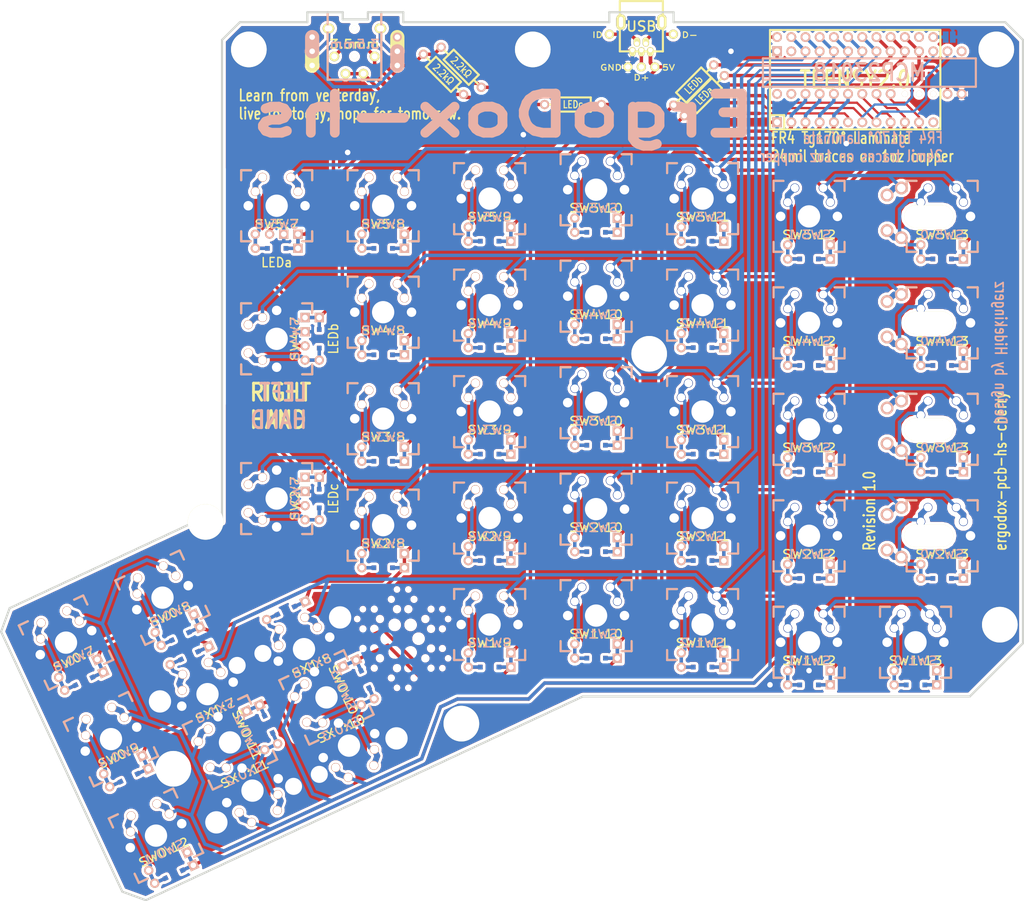
<source format=kicad_pcb>
(kicad_pcb (version 4) (host pcbnew 4.0.7)
  (layers (0 Front signal) (31 Back signal) (34 B.Paste user) (35 F.Paste user) (36 B.SilkS user) (37 F.SilkS user) (38 B.Mask user) (39 F.Mask user) (44 Edge.Cuts user))
  (net 0 "")
  (net 1 /COL0)
  (net 2 /COL1)
  (net 3 /COL10)
  (net 4 /COL11)
  (net 5 /COL4)
  (net 6 /COL5)
  (net 7 /COL6)
  (net 8 /LED_A)
  (net 9 /LED_B)
  (net 10 /LED_C)
  (net 11 /ROW0)
  (net 12 /ROW1)
  (net 13 /ROW2)
  (net 14 /ROW3)
  (net 15 /ROW4)
  (net 16 /ROW5)
  (net 17 /SCLM)
  (net 18 /SDAM)
  (net 19 GND)
  (net 20 N-000001)
  (net 21 N-000003)
  (net 22 N-000011)
  (net 23 N-000012)
  (net 24 N-000013)
  (net 25 N-000015)
  (net 26 N-000016)
  (net 27 N-000017)
  (net 28 N-000018)
  (net 29 N-000026)
  (net 30 N-000027)
  (net 31 N-000030)
  (net 32 N-000033)
  (net 33 N-000034)
  (net 34 N-000035)
  (net 35 N-000036)
  (net 36 N-000037)
  (net 37 N-000038)
  (net 38 N-000039)
  (net 39 N-000040)
  (net 40 N-000041)
  (net 41 N-000042)
  (net 42 N-000043)
  (net 43 N-000044)
  (net 44 N-000045)
  (net 45 N-000046)
  (net 46 N-000047)
  (net 47 N-000048)
  (net 48 N-000049)
  (net 49 N-000050)
  (net 50 N-000051)
  (net 51 N-000052)
  (net 52 N-000055)
  (net 53 N-000056)
  (net 54 N-000057)
  (net 55 N-000058)
  (net 56 N-000059)
  (net 57 N-000060)
  (net 58 N-000063)
  (net 59 N-000064)
  (net 60 N-000065)
  (net 61 N-000067)
  (net 62 N-000068)
  (net 63 N-000069)
  (net 64 N-000072)
  (net 65 VCC)
  (module DIP28_300 (layer Back) (at 178.435 41.275)
    (fp_text reference U2 hide)
    (fp_text value MCP23018 (at 0 0) (layer B.SilkS) (effects (font (size 3.048 2.54) (thickness 0.4572)) (justify mirror)))
    (pad 2 thru_hole circle (at -13.97 -3.81) (size 1.7526 1.7526) (drill 1.0922) (layers *.Cu *.SilkS *.Mask))
    (pad 3 thru_hole circle (at -11.43 -3.81) (size 1.7526 1.7526) (drill 1.0922) (layers *.Cu *.SilkS *.Mask) (net 16 /ROW5))
    (pad 4 thru_hole circle (at -8.89 -3.81) (size 1.7526 1.7526) (drill 1.0922) (layers *.Cu *.SilkS *.Mask) (net 15 /ROW4))
    (pad 5 thru_hole circle (at -6.35 -3.81) (size 1.7526 1.7526) (drill 1.0922) (layers *.Cu *.SilkS *.Mask) (net 14 /ROW3))
    (pad 6 thru_hole circle (at -3.81 -3.81) (size 1.7526 1.7526) (drill 1.0922) (layers *.Cu *.SilkS *.Mask) (net 13 /ROW2))
    (pad 7 thru_hole circle (at -1.27 -3.81) (size 1.7526 1.7526) (drill 1.0922) (layers *.Cu *.SilkS *.Mask) (net 12 /ROW1))
    (pad 8 thru_hole circle (at 1.27 -3.81) (size 1.7526 1.7526) (drill 1.0922) (layers *.Cu *.SilkS *.Mask) (net 11 /ROW0))
    (pad 9 thru_hole circle (at 3.81 -3.81) (size 1.7526 1.7526) (drill 1.0922) (layers *.Cu *.SilkS *.Mask))
    (pad 10 thru_hole circle (at 6.35 -3.81) (size 1.7526 1.7526) (drill 1.0922) (layers *.Cu *.SilkS *.Mask))
    (pad 11 thru_hole circle (at 8.89 -3.81) (size 1.7526 1.7526) (drill 1.0922) (layers *.Cu *.SilkS *.Mask) (net 65 VCC))
    (pad 12 thru_hole circle (at 11.43 -3.81) (size 1.7526 1.7526) (drill 1.0922) (layers *.Cu *.SilkS *.Mask) (net 17 /SCLM))
    (pad 13 thru_hole circle (at 13.97 -3.81) (size 1.7526 1.7526) (drill 1.0922) (layers *.Cu *.SilkS *.Mask) (net 18 /SDAM))
    (pad 14 thru_hole circle (at 16.51 -3.81) (size 1.7526 1.7526) (drill 1.0922) (layers *.Cu *.SilkS *.Mask))
    (pad 1 thru_hole rect (at -16.51 -3.81) (size 1.7526 1.7526) (drill 1.0922) (layers *.Cu *.SilkS *.Mask) (net 19 GND))
    (pad 15 thru_hole circle (at 16.51 3.81) (size 1.7526 1.7526) (drill 1.0922) (layers *.Cu *.SilkS *.Mask) (net 19 GND))
    (pad 16 thru_hole circle (at 13.97 3.81) (size 1.7526 1.7526) (drill 1.0922) (layers *.Cu *.SilkS *.Mask) (net 65 VCC))
    (pad 17 np_thru_hole circle (at 11.43 3.81) (size 1.0922 1.0922) (drill 1.0922) (layers *.Cu *.SilkS *.Mask))
    (pad 18 np_thru_hole circle (at 8.89 3.81) (size 1.0922 1.0922) (drill 1.0922) (layers *.Cu *.SilkS *.Mask))
    (pad 19 np_thru_hole circle (at 6.35 3.81) (size 1.0922 1.0922) (drill 1.0922) (layers *.Cu *.SilkS *.Mask))
    (pad 20 thru_hole circle (at 3.81 3.81) (size 1.7526 1.7526) (drill 1.0922) (layers *.Cu *.SilkS *.Mask) (net 1 /COL0))
    (pad 21 thru_hole circle (at 1.27 3.81) (size 1.7526 1.7526) (drill 1.0922) (layers *.Cu *.SilkS *.Mask) (net 2 /COL1))
    (pad 22 thru_hole circle (at -1.27 3.81) (size 1.7526 1.7526) (drill 1.0922) (layers *.Cu *.SilkS *.Mask) (net 4 /COL11))
    (pad 23 thru_hole circle (at -3.81 3.81) (size 1.7526 1.7526) (drill 1.0922) (layers *.Cu *.SilkS *.Mask) (net 3 /COL10))
    (pad 24 thru_hole circle (at -6.35 3.81) (size 1.7526 1.7526) (drill 1.0922) (layers *.Cu *.SilkS *.Mask) (net 5 /COL4))
    (pad 25 thru_hole circle (at -8.89 3.81) (size 1.7526 1.7526) (drill 1.0922) (layers *.Cu *.SilkS *.Mask) (net 6 /COL5))
    (pad 26 thru_hole circle (at -11.43 3.81) (size 1.7526 1.7526) (drill 1.0922) (layers *.Cu *.SilkS *.Mask) (net 7 /COL6))
    (pad 27 thru_hole circle (at -13.97 3.81) (size 1.7526 1.7526) (drill 1.0922) (layers *.Cu *.SilkS *.Mask))
    (pad 28 thru_hole circle (at -16.51 3.81) (size 1.7526 1.7526) (drill 1.0922) (layers *.Cu *.SilkS *.Mask))
  )
  (module DIODE (layer Front) (at 56.7944 145.57756 25)
    (fp_text reference D1:7 hide)
    (fp_text value D hide)
    (fp_line (start -3.81 0) (end -1.6637 0) (layer Back) (width 0.6096))
    (fp_line (start 1.6637 0) (end 3.81 0) (layer Back) (width 0.6096))
    (fp_line (start -3.81 0) (end -1.6637 0) (layer Front) (width 0.6096))
    (fp_line (start 1.6637 0) (end 3.81 0) (layer Front) (width 0.6096))
    (pad 1 thru_hole circle (at -3.81 0 25) (size 1.651 1.651) (drill 0.9906) (layers *.Cu *.SilkS *.Mask) (net 31 N-000030))
    (pad 99 smd rect (at -1.6637 0 25) (size 0.8382 0.8382) (layers Front F.Paste F.Mask))
    (pad 99 smd rect (at -1.6637 0 25) (size 0.8382 0.8382) (layers Back B.Paste B.Mask))
    (pad 2 thru_hole rect (at 3.81 0 25) (size 1.651 1.651) (drill 0.9906) (layers *.Cu *.SilkS *.Mask) (net 7 /COL6))
    (pad 99 smd rect (at 1.6637 0 25) (size 0.8382 0.8382) (layers Front F.Paste F.Mask))
    (pad 99 smd rect (at 1.6637 0 25) (size 0.8382 0.8382) (layers Back B.Paste B.Mask))
  )
  (module DIODE (layer Front) (at 74.05878 137.52576 25)
    (fp_text reference D1:8 hide)
    (fp_text value D hide)
    (fp_line (start -3.81 0) (end -1.6637 0) (layer Back) (width 0.6096))
    (fp_line (start 1.6637 0) (end 3.81 0) (layer Back) (width 0.6096))
    (fp_line (start -3.81 0) (end -1.6637 0) (layer Front) (width 0.6096))
    (fp_line (start 1.6637 0) (end 3.81 0) (layer Front) (width 0.6096))
    (pad 1 thru_hole circle (at -3.81 0 25) (size 1.651 1.651) (drill 0.9906) (layers *.Cu *.SilkS *.Mask) (net 25 N-000015))
    (pad 99 smd rect (at -1.6637 0 25) (size 0.8382 0.8382) (layers Front F.Paste F.Mask))
    (pad 99 smd rect (at -1.6637 0 25) (size 0.8382 0.8382) (layers Back B.Paste B.Mask))
    (pad 2 thru_hole rect (at 3.81 0 25) (size 1.651 1.651) (drill 0.9906) (layers *.Cu *.SilkS *.Mask) (net 6 /COL5))
    (pad 99 smd rect (at 1.6637 0 25) (size 0.8382 0.8382) (layers Front F.Paste F.Mask))
    (pad 99 smd rect (at 1.6637 0 25) (size 0.8382 0.8382) (layers Back B.Paste B.Mask))
  )
  (module MX_LED (layer Front) (at 72.39 117.48516 90)
    (fp_text reference LED_C1 hide)
    (fp_text value LEDc (at 0 10.16 90) (layer F.SilkS) (effects (font (size 1.651 1.524) (thickness 0.254))))
    (pad 1 thru_hole circle (at -1.27 5.08 90) (size 1.651 1.651) (drill 0.9906) (layers *.Cu *.SilkS *.Mask) (net 61 N-000067))
    (pad 2 thru_hole rect (at 1.27 5.08 90) (size 1.651 1.651) (drill 0.9906) (layers *.Cu *.SilkS *.Mask) (net 19 GND))
  )
  (module MX_LED (layer Front) (at 72.39 88.91016 90)
    (fp_text reference LED_B1 hide)
    (fp_text value LEDb (at 0 10.16 90) (layer F.SilkS) (effects (font (size 1.651 1.524) (thickness 0.254))))
    (pad 1 thru_hole circle (at -1.27 5.08 90) (size 1.651 1.651) (drill 0.9906) (layers *.Cu *.SilkS *.Mask) (net 62 N-000068))
    (pad 2 thru_hole rect (at 1.27 5.08 90) (size 1.651 1.651) (drill 0.9906) (layers *.Cu *.SilkS *.Mask) (net 19 GND))
  )
  (module MX_LED (layer Front) (at 72.39 65.1002)
    (fp_text reference LED_A1 hide)
    (fp_text value LEDa (at 0 10.16) (layer F.SilkS) (effects (font (size 1.651 1.524) (thickness 0.254))))
    (pad 1 thru_hole circle (at -1.27 5.08) (size 1.651 1.651) (drill 0.9906) (layers *.Cu *.SilkS *.Mask) (net 63 N-000069))
    (pad 2 thru_hole rect (at 1.27 5.08) (size 1.651 1.651) (drill 0.9906) (layers *.Cu *.SilkS *.Mask) (net 19 GND))
  )
  (module USBMINImod (layer Front) (at 137.6426 30.48 270)
    (fp_text reference J1 hide)
    (fp_text value USB (at 2.54 0 360) (layer F.SilkS) (effects (font (size 1.778 1.778) (thickness 0.3048))))
    (fp_line (start 9.779 2.413) (end 9.017 1.651) (layer Front) (width 0.6096))
    (fp_line (start 9.017 1.651) (end 7.493 1.651) (layer Front) (width 0.6096))
    (fp_line (start 9.779 -2.413) (end 9.144 -1.651) (layer Front) (width 0.6096))
    (fp_line (start 9.144 -1.651) (end 7.493 -1.651) (layer Front) (width 0.6096))
    (fp_line (start 7.493 0) (end 9.779 0) (layer Front) (width 0.6096))
    (fp_line (start 4.953 0.889) (end 3.937 2.032) (layer Front) (width 0.6096))
    (fp_line (start 3.937 2.032) (end 3.937 5.715) (layer Front) (width 0.6096))
    (fp_line (start 4.953 -0.889) (end 3.937 -1.905) (layer Front) (width 0.6096))
    (fp_line (start 3.937 -1.905) (end 3.937 -5.715) (layer Front) (width 0.6096))
    (pad 1 thru_hole oval (at 6.79958 -1.6002 270) (size 1.651 1.143) (drill 0.762 (offset 0.27432 0)) (layers *.Cu *.Mask F.SilkS) (net 65 VCC))
    (pad 2 thru_hole oval (at 5.6007 -0.8001 270) (size 1.651 1.143) (drill 0.762 (offset -0.27432 0)) (layers *.Cu *.Mask F.SilkS))
    (pad 3 thru_hole oval (at 6.79958 0 270) (size 1.651 1.143) (drill 0.762 (offset 0.27432 0)) (layers *.Cu *.Mask F.SilkS))
    (pad 4 thru_hole oval (at 5.6007 0.8001 270) (size 1.651 1.143) (drill 0.762 (offset -0.27432 0)) (layers *.Cu *.Mask F.SilkS))
    (pad 5 thru_hole oval (at 6.79958 1.6002 270) (size 1.651 1.143) (drill 0.762 (offset 0.27432 0)) (layers *.Cu *.Mask F.SilkS) (net 19 GND))
    (pad 6 thru_hole oval (at 1.75006 3.64744 270) (size 2.794 1.7018) (drill oval 1.905 0.762) (layers *.Cu *.Mask F.SilkS) (net 19 GND))
    (pad 6 thru_hole oval (at 1.75006 -3.64744 270) (size 2.794 1.7018) (drill oval 1.905 0.762) (layers *.Cu *.Mask F.SilkS) (net 19 GND))
    (pad 1 thru_hole circle (at 9.779 -2.413 270) (size 1.651 1.651) (drill 0.9906) (layers *.Cu *.Mask F.SilkS) (net 65 VCC))
    (pad 2 thru_hole circle (at 3.937 -5.715 270) (size 1.651 1.651) (drill 0.9906) (layers *.Cu *.Mask F.SilkS))
    (pad 3 thru_hole circle (at 9.779 0 270) (size 1.651 1.651) (drill 0.9906) (layers *.Cu *.Mask F.SilkS))
    (pad 4 thru_hole circle (at 3.937 5.715 270) (size 1.651 1.651) (drill 0.9906) (layers *.Cu *.Mask F.SilkS))
    (pad 5 thru_hole circle (at 9.779 2.413 270) (size 1.651 1.651) (drill 0.9906) (layers *.Cu *.Mask F.SilkS) (net 19 GND))
  )
  (module MX_FLIP (layer Front) (at 77.2795 144.43202 25)
    (fp_text reference SX1:8 (at 0 3.302 25) (layer F.SilkS) (effects (font (size 1.524 1.778) (thickness 0.254))))
    (fp_text value SX1:5 (at 0 3.302 25) (layer B.SilkS) (effects (font (size 1.524 1.778) (thickness 0.254)) (justify mirror)))
    (pad 1 thru_hole circle (at 2.54 -5.08 25) (size 1.61 1.61) (drill 1.42) (layers *.Cu *.SilkS *.Mask) (net 12 /ROW1))
    (pad 2 thru_hole circle (at -3.81 -2.54 25) (size 1.61 1.61) (drill 1.42) (layers *.Cu *.SilkS *.Mask) (net 25 N-000015))
    (pad 0 np_thru_hole circle (at 0 0 25) (size 3.9878 3.9878) (drill 3.9878) (layers *.Cu) (net 19 GND))
    (pad 0 thru_hole circle (at -5.08 0 25) (size 1.7018 1.7018) (drill 1.7018) (layers *.Cu) (net 19 GND))
    (pad 0 thru_hole circle (at 5.08 0 25) (size 1.7018 1.7018) (drill 1.7018) (layers *.Cu) (net 19 GND))
    (pad 1 thru_hole circle (at 3.81 -2.54 25) (size 1.61 1.61) (drill 1.42) (layers *.Cu *.SilkS *.Mask) (net 12 /ROW1))
    (pad 2 thru_hole circle (at -2.54 -5.08 25) (size 1.61 1.61) (drill 1.42) (layers *.Cu *.SilkS *.Mask) (net 25 N-000015))
  )
  (module MX_FLIP (layer Front) (at 60.01512 152.48382 25)
    (fp_text reference SX1:7 (at 0 3.302 25) (layer F.SilkS) (effects (font (size 1.524 1.778) (thickness 0.254))))
    (fp_text value SX1:6 (at 0 3.302 25) (layer B.SilkS) (effects (font (size 1.524 1.778) (thickness 0.254)) (justify mirror)))
    (pad 1 thru_hole circle (at 2.54 -5.08 25) (size 1.61 1.61) (drill 1.42) (layers *.Cu *.SilkS *.Mask) (net 12 /ROW1))
    (pad 2 thru_hole circle (at -3.81 -2.54 25) (size 1.61 1.61) (drill 1.42) (layers *.Cu *.SilkS *.Mask) (net 31 N-000030))
    (pad 0 np_thru_hole circle (at 0 0 25) (size 3.9878 3.9878) (drill 3.9878) (layers *.Cu) (net 19 GND))
    (pad 0 thru_hole circle (at -5.08 0 25) (size 1.7018 1.7018) (drill 1.7018) (layers *.Cu) (net 19 GND))
    (pad 0 thru_hole circle (at 5.08 0 25) (size 1.7018 1.7018) (drill 1.7018) (layers *.Cu) (net 19 GND))
    (pad 1 thru_hole circle (at 3.81 -2.54 25) (size 1.61 1.61) (drill 1.42) (layers *.Cu *.SilkS *.Mask) (net 12 /ROW1))
    (pad 2 thru_hole circle (at -2.54 -5.08 25) (size 1.61 1.61) (drill 1.42) (layers *.Cu *.SilkS *.Mask) (net 31 N-000030))
  )
  (module MX_FLIP (layer Front) (at 85.3313 161.69894 205)
    (fp_text reference SX0:10 (at 0 3.302 205) (layer F.SilkS) (effects (font (size 1.524 1.778) (thickness 0.254))))
    (fp_text value SX0:3 (at 0 3.302 205) (layer B.SilkS) (effects (font (size 1.524 1.778) (thickness 0.254)) (justify mirror)))
    (pad 1 thru_hole circle (at 2.54 -5.08 205) (size 1.61 1.61) (drill 1.42) (layers *.Cu *.SilkS *.Mask) (net 11 /ROW0))
    (pad 2 thru_hole circle (at -3.81 -2.54 205) (size 1.61 1.61) (drill 1.42) (layers *.Cu *.SilkS *.Mask) (net 30 N-000027))
    (pad 0 np_thru_hole circle (at 0 0 205) (size 3.9878 3.9878) (drill 3.9878) (layers *.Cu) (net 19 GND))
    (pad 0 thru_hole circle (at -5.08 0 205) (size 1.7018 1.7018) (drill 1.7018) (layers *.Cu) (net 19 GND))
    (pad 0 thru_hole circle (at 5.08 0 205) (size 1.7018 1.7018) (drill 1.7018) (layers *.Cu) (net 19 GND))
    (pad 1 thru_hole circle (at 3.81 -2.54 205) (size 1.61 1.61) (drill 1.42) (layers *.Cu *.SilkS *.Mask) (net 11 /ROW0))
    (pad 2 thru_hole circle (at -2.54 -5.08 205) (size 1.61 1.61) (drill 1.42) (layers *.Cu *.SilkS *.Mask) (net 30 N-000027))
  )
  (module MX_FLIP (layer Front) (at 68.06438 169.7482 205)
    (fp_text reference SX0:11 (at 0 3.302 205) (layer F.SilkS) (effects (font (size 1.524 1.778) (thickness 0.254))))
    (fp_text value SX0:2 (at 0 3.302 205) (layer B.SilkS) (effects (font (size 1.524 1.778) (thickness 0.254)) (justify mirror)))
    (pad 1 thru_hole circle (at 2.54 -5.08 205) (size 1.61 1.61) (drill 1.42) (layers *.Cu *.SilkS *.Mask) (net 11 /ROW0))
    (pad 2 thru_hole circle (at -3.81 -2.54 205) (size 1.61 1.61) (drill 1.42) (layers *.Cu *.SilkS *.Mask) (net 64 N-000072))
    (pad 0 np_thru_hole circle (at 0 0 205) (size 3.9878 3.9878) (drill 3.9878) (layers *.Cu) (net 19 GND))
    (pad 0 thru_hole circle (at -5.08 0 205) (size 1.7018 1.7018) (drill 1.7018) (layers *.Cu) (net 19 GND))
    (pad 0 thru_hole circle (at 5.08 0 205) (size 1.7018 1.7018) (drill 1.7018) (layers *.Cu) (net 19 GND))
    (pad 1 thru_hole circle (at 3.81 -2.54 205) (size 1.61 1.61) (drill 1.42) (layers *.Cu *.SilkS *.Mask) (net 11 /ROW0))
    (pad 2 thru_hole circle (at -2.54 -5.08 205) (size 1.61 1.61) (drill 1.42) (layers *.Cu *.SilkS *.Mask) (net 64 N-000072))
  )
  (module RESISTOR (layer Front) (at 148.9075 45.4025 225)
    (fp_text reference RA1 hide)
    (fp_text value LEDa (at 0 0 225) (layer F.SilkS) (effects (font (size 1.27 1.016) (thickness 0.2032))))
    (pad 1 thru_hole circle (at -5.08 0 225) (size 1.651 1.651) (drill 0.9906) (layers *.Cu *.SilkS *.Mask) (net 8 /LED_A))
    (pad 2 thru_hole circle (at 5.08 0 225) (size 1.651 1.651) (drill 0.9906) (layers *.Cu *.SilkS *.Mask) (net 63 N-000069))
  )
  (module RESISTOR (layer Front) (at 147.0025 43.4975 225)
    (fp_text reference RB1 hide)
    (fp_text value LEDb (at 0 0 225) (layer F.SilkS) (effects (font (size 1.27 1.016) (thickness 0.2032))))
    (pad 1 thru_hole circle (at -5.08 0 225) (size 1.651 1.651) (drill 0.9906) (layers *.Cu *.SilkS *.Mask) (net 9 /LED_B))
    (pad 2 thru_hole circle (at 5.08 0 225) (size 1.651 1.651) (drill 0.9906) (layers *.Cu *.SilkS *.Mask) (net 62 N-000068))
  )
  (module RESISTOR (layer Front) (at 125.4125 46.99 180)
    (fp_text reference RC1 hide)
    (fp_text value LEDc (at 0 0 180) (layer F.SilkS) (effects (font (size 1.27 1.016) (thickness 0.2032))))
    (pad 1 thru_hole circle (at -5.08 0 180) (size 1.651 1.651) (drill 0.9906) (layers *.Cu *.SilkS *.Mask) (net 10 /LED_C))
    (pad 2 thru_hole circle (at 5.08 0 180) (size 1.651 1.651) (drill 0.9906) (layers *.Cu *.SilkS *.Mask) (net 61 N-000067))
  )
  (module RESISTOR (layer Front) (at 105.41 40.3225 315)
    (fp_text reference R1 hide)
    (fp_text value 2.2kΩ (at 0 0 315) (layer F.SilkS) (effects (font (size 1.27 1.016) (thickness 0.2032))))
    (pad 1 thru_hole circle (at -5.08 0 315) (size 1.651 1.651) (drill 0.9906) (layers *.Cu *.SilkS *.Mask) (net 65 VCC))
    (pad 2 thru_hole circle (at 5.08 0 315) (size 1.651 1.651) (drill 0.9906) (layers *.Cu *.SilkS *.Mask) (net 18 /SDAM))
  )
  (module RESISTOR (layer Front) (at 102.235 41.5925 315)
    (fp_text reference R2 hide)
    (fp_text value 2.2kΩ (at 0 0 315) (layer F.SilkS) (effects (font (size 1.27 1.016) (thickness 0.2032))))
    (pad 1 thru_hole circle (at -5.08 0 315) (size 1.651 1.651) (drill 0.9906) (layers *.Cu *.SilkS *.Mask) (net 65 VCC))
    (pad 2 thru_hole circle (at 5.08 0 315) (size 1.651 1.651) (drill 0.9906) (layers *.Cu *.SilkS *.Mask) (net 17 /SCLM))
  )
  (module 100PITCH1X3 (layer Front) (at 78.74 37.465 90)
    (fp_text reference J4 hide)
    (fp_text value JMP hide)
    (pad 1 thru_hole circle (at -2.54 0 90) (size 1.651 1.651) (drill 0.9906) (layers *.Cu *.Mask F.SilkS) (net 65 VCC))
    (pad 2 thru_hole circle (at 0 0 90) (size 1.651 1.651) (drill 0.9906) (layers *.Cu *.Mask F.SilkS) (net 20 N-000001))
    (pad 3 thru_hole circle (at 2.54 0 90) (size 1.651 1.651) (drill 0.9906) (layers *.Cu *.Mask F.SilkS) (net 19 GND))
  )
  (module 100PITCH1X3 (layer Back) (at 93.98 37.465 90)
    (fp_text reference J3 hide)
    (fp_text value JMP hide)
    (pad 1 thru_hole circle (at -2.54 0 90) (size 1.651 1.651) (drill 0.9906) (layers *.Cu *.Mask B.SilkS) (net 65 VCC))
    (pad 2 thru_hole circle (at 0 0 90) (size 1.651 1.651) (drill 0.9906) (layers *.Cu *.Mask B.SilkS) (net 21 N-000003))
    (pad 3 thru_hole circle (at 2.54 0 90) (size 1.651 1.651) (drill 0.9906) (layers *.Cu *.Mask B.SilkS) (net 19 GND))
  )
  (module TEENSY_2.0 (layer Front) (at 175.895 42.545)
    (fp_text reference U1 hide)
    (fp_text value TEENSY2.0 (at 0 0) (layer F.SilkS) (effects (font (size 3.048 2.54) (thickness 0.4572))))
    (pad 1 thru_hole rect (at -13.97 7.62) (size 1.7526 1.7526) (drill 1.0922) (layers *.Cu *.SilkS *.Mask) (net 19 GND))
    (pad 2 thru_hole circle (at -11.43 7.62) (size 1.7526 1.7526) (drill 1.0922) (layers *.Cu *.SilkS *.Mask) (net 7 /COL6))
    (pad 3 thru_hole circle (at -8.89 7.62) (size 1.7526 1.7526) (drill 1.0922) (layers *.Cu *.SilkS *.Mask) (net 6 /COL5))
    (pad 4 thru_hole circle (at -6.35 7.62) (size 1.7526 1.7526) (drill 1.0922) (layers *.Cu *.SilkS *.Mask) (net 5 /COL4))
    (pad 5 thru_hole circle (at -3.81 7.62) (size 1.7526 1.7526) (drill 1.0922) (layers *.Cu *.SilkS *.Mask) (net 3 /COL10))
    (pad 6 thru_hole circle (at -1.27 7.62) (size 1.7526 1.7526) (drill 1.0922) (layers *.Cu *.SilkS *.Mask) (net 10 /LED_C))
    (pad 7 thru_hole circle (at 1.27 7.62) (size 1.7526 1.7526) (drill 1.0922) (layers *.Cu *.SilkS *.Mask) (net 17 /SCLM))
    (pad 8 thru_hole circle (at 3.81 7.62) (size 1.7526 1.7526) (drill 1.0922) (layers *.Cu *.SilkS *.Mask) (net 18 /SDAM))
    (pad 9 thru_hole circle (at 6.35 7.62) (size 1.7526 1.7526) (drill 1.0922) (layers *.Cu *.SilkS *.Mask) (net 4 /COL11))
    (pad 10 thru_hole circle (at 8.89 7.62) (size 1.7526 1.7526) (drill 1.0922) (layers *.Cu *.SilkS *.Mask) (net 2 /COL1))
    (pad 11 thru_hole circle (at 11.43 7.62) (size 1.7526 1.7526) (drill 1.0922) (layers *.Cu *.SilkS *.Mask) (net 1 /COL0))
    (pad 12 thru_hole circle (at 13.97 7.62) (size 1.7526 1.7526) (drill 1.0922) (layers *.Cu *.SilkS *.Mask))
    (pad 18 thru_hole circle (at 13.97 -7.62) (size 1.7526 1.7526) (drill 1.08966) (layers *.Cu *.SilkS *.Mask) (net 19 GND))
    (pad 19 thru_hole circle (at 11.43 -7.62) (size 1.7526 1.7526) (drill 1.0922) (layers *.Cu *.SilkS *.Mask))
    (pad 20 thru_hole circle (at 8.89 -7.62) (size 1.7526 1.7526) (drill 1.0922) (layers *.Cu *.SilkS *.Mask) (net 65 VCC))
    (pad 21 thru_hole circle (at 6.35 -7.62) (size 1.7526 1.7526) (drill 1.0922) (layers *.Cu *.SilkS *.Mask) (net 8 /LED_A))
    (pad 22 thru_hole circle (at 3.81 -7.62) (size 1.7526 1.7526) (drill 1.0922) (layers *.Cu *.SilkS *.Mask) (net 9 /LED_B))
    (pad 23 thru_hole circle (at 1.27 -7.62) (size 1.7526 1.7526) (drill 1.0922) (layers *.Cu *.SilkS *.Mask) (net 11 /ROW0))
    (pad 24 thru_hole circle (at -1.27 -7.62) (size 1.7526 1.7526) (drill 1.0922) (layers *.Cu *.SilkS *.Mask) (net 12 /ROW1))
    (pad 27 thru_hole circle (at -8.89 -7.62) (size 1.7526 1.7526) (drill 1.0922) (layers *.Cu *.SilkS *.Mask) (net 15 /ROW4))
    (pad 28 thru_hole circle (at -11.43 -7.62) (size 1.7526 1.7526) (drill 1.0922) (layers *.Cu *.SilkS *.Mask) (net 16 /ROW5))
    (pad 29 thru_hole circle (at -13.97 -7.62) (size 1.7526 1.7526) (drill 1.0922) (layers *.Cu *.SilkS *.Mask) (net 65 VCC))
    (pad 25 thru_hole circle (at -3.81 -7.62) (size 1.7526 1.7526) (drill 1.0922) (layers *.Cu *.SilkS *.Mask) (net 13 /ROW2))
    (pad 26 thru_hole circle (at -6.35 -7.62) (size 1.7526 1.7526) (drill 1.0922) (layers *.Cu *.SilkS *.Mask) (net 14 /ROW3))
  )
  (module GAP (layer Back) (at 192.7225 34.925 270)
    (fp_text reference JP2 hide)
    (fp_text value JUMPER hide)
    (pad 1 smd rect (at 0 0.635 270) (size 2.032 1.016) (layers Back B.Paste B.Mask) (net 19 GND))
    (pad 1 smd rect (at 0 -0.635 270) (size 2.032 1.016) (layers Back B.Paste B.Mask) (net 19 GND))
  )
  (module GAP (layer Front) (at 187.325 40.9575)
    (fp_text reference JP1 hide)
    (fp_text value JUMPER hide)
    (pad 1 smd rect (at 0 -0.635) (size 2.032 1.016) (layers Front F.Paste F.Mask) (net 65 VCC))
    (pad 1 smd rect (at 0 0.635) (size 2.032 1.016) (layers Front F.Paste F.Mask) (net 65 VCC))
  )
  (module 4pin35mmAudio (layer Front) (at 86.3092 30.48 270)
    (fp_text reference J2 hide)
    (fp_text value 3.5mm (at 5.715 0 360) (layer F.SilkS) (effects (font (size 1.524 1.778) (thickness 0.3048))))
    (fp_text user 3.5mm (at 5.715 0 360) (layer B.SilkS) (effects (font (size 1.524 1.778) (thickness 0.3048)) (justify mirror)))
    (pad 1 thru_hole oval (at 2.8956 -4.6482 270) (size 1.7526 2.0574) (drill oval 1.0922 1.397) (layers *.Cu *.Mask F.SilkS) (net 21 N-000003))
    (pad 2 thru_hole circle (at 7.8994 3.6068 270) (size 1.7526 1.7526) (drill 1.0922) (layers *.Cu *.Mask F.SilkS) (net 18 /SDAM))
    (pad 3 thru_hole circle (at 10.9982 -1.6002 270) (size 1.7526 1.7526) (drill 1.0922) (layers *.Cu *.Mask F.SilkS) (net 17 /SCLM))
    (pad 4 thru_hole oval (at 2.8956 4.6482 270) (size 1.7526 2.0574) (drill oval 1.0922 1.397) (layers *.Cu *.Mask F.SilkS) (net 20 N-000001))
    (pad 5 thru_hole circle (at 10.9982 1.6002 270) (size 1.7526 1.7526) (drill 1.0922) (layers *.Cu *.Mask F.SilkS) (net 17 /SCLM))
    (pad 6 thru_hole circle (at 7.8994 -3.6068 270) (size 1.7526 1.7526) (drill 1.0922) (layers *.Cu *.Mask F.SilkS) (net 18 /SDAM))
    (pad HOLE np_thru_hole circle (at 2.8956 0 270) (size 0.9906 0.9906) (drill 0.9906) (layers *.Cu *.Mask F.SilkS))
    (pad HOLE np_thru_hole circle (at 7.8994 0 270) (size 0.9906 0.9906) (drill 0.9906) (layers *.Cu *.Mask F.SilkS))
  )
  (module MX_FLIP_DIODE (layer Front) (at 72.39 65.1002)
    (fp_text reference SW5:7 (at 0 3.302) (layer F.SilkS) (effects (font (size 1.524 1.778) (thickness 0.254))))
    (fp_text value SW5:6 (at 0 3.302) (layer B.SilkS) (effects (font (size 1.524 1.778) (thickness 0.254)) (justify mirror)))
    (fp_line (start -3.81 7.62) (end -1.6637 7.62) (layer Back) (width 0.6096))
    (fp_line (start 1.6637 7.62) (end 3.81 7.62) (layer Back) (width 0.6096))
    (fp_line (start -3.81 7.62) (end -1.6637 7.62) (layer Front) (width 0.6096))
    (fp_line (start 1.6637 7.62) (end 3.81 7.62) (layer Front) (width 0.6096))
    (pad 1 thru_hole circle (at 2.54 -5.08) (size 1.61 1.61) (drill 1.42) (layers *.Cu *.SilkS *.Mask) (net 16 /ROW5))
    (pad 2 thru_hole circle (at -3.81 -2.54) (size 1.61 1.61) (drill 1.42) (layers *.Cu *.SilkS *.Mask) (net 24 N-000013))
    (pad 0 np_thru_hole circle (at 0 0) (size 3.9878 3.9878) (drill 3.9878) (layers *.Cu) (net 19 GND))
    (pad 0 thru_hole circle (at -5.08 0) (size 1.7018 1.7018) (drill 1.7018) (layers *.Cu) (net 19 GND))
    (pad 0 thru_hole circle (at 5.08 0) (size 1.7018 1.7018) (drill 1.7018) (layers *.Cu) (net 19 GND))
    (pad 1 thru_hole circle (at 3.81 -2.54) (size 1.61 1.61) (drill 1.42) (layers *.Cu *.SilkS *.Mask) (net 16 /ROW5))
    (pad 2 thru_hole circle (at -2.54 -5.08) (size 1.61 1.61) (drill 1.42) (layers *.Cu *.SilkS *.Mask) (net 24 N-000013))
    (pad 3 thru_hole circle (at -3.81 5.08) (size 1.651 1.651) (drill 0.9906) (layers *.Cu *.SilkS *.Mask) (net 24 N-000013))
    (pad 4 thru_hole rect (at 3.81 5.08) (size 1.651 1.651) (drill 0.9906) (layers *.Cu *.SilkS *.Mask) (net 7 /COL6))
    (pad 3 thru_hole circle (at -3.81 7.62) (size 1.651 1.651) (drill 0.9906) (layers *.Cu *.SilkS *.Mask) (net 24 N-000013))
    (pad 4 thru_hole rect (at 3.81 7.62) (size 1.651 1.651) (drill 0.9906) (layers *.Cu *.SilkS *.Mask) (net 7 /COL6))
    (pad 99 smd rect (at -1.6637 7.62) (size 0.8382 0.8382) (layers Front F.Paste F.Mask))
    (pad 99 smd rect (at -1.6637 7.62) (size 0.8382 0.8382) (layers Back B.Paste B.Mask))
    (pad 99 smd rect (at 1.6637 7.62) (size 0.8382 0.8382) (layers Front F.Paste F.Mask))
    (pad 99 smd rect (at 1.6637 7.62) (size 0.8382 0.8382) (layers Back B.Paste B.Mask))
  )
  (module MX_FLIP_DIODE (layer Front) (at 72.39 88.91016 90)
    (fp_text reference SW4:7 (at 0 3.302 90) (layer F.SilkS) (effects (font (size 1.524 1.778) (thickness 0.254))))
    (fp_text value SW4:6 (at 0 3.302 90) (layer B.SilkS) (effects (font (size 1.524 1.778) (thickness 0.254)) (justify mirror)))
    (fp_line (start -3.81 7.62) (end -1.6637 7.62) (layer Back) (width 0.6096))
    (fp_line (start 1.6637 7.62) (end 3.81 7.62) (layer Back) (width 0.6096))
    (fp_line (start -3.81 7.62) (end -1.6637 7.62) (layer Front) (width 0.6096))
    (fp_line (start 1.6637 7.62) (end 3.81 7.62) (layer Front) (width 0.6096))
    (pad 1 thru_hole circle (at 2.54 -5.08 90) (size 1.61 1.61) (drill 1.42) (layers *.Cu *.SilkS *.Mask) (net 15 /ROW4))
    (pad 2 thru_hole circle (at -3.81 -2.54 90) (size 1.61 1.61) (drill 1.42) (layers *.Cu *.SilkS *.Mask) (net 58 N-000063))
    (pad 0 np_thru_hole circle (at 0 0 90) (size 3.9878 3.9878) (drill 3.9878) (layers *.Cu) (net 19 GND))
    (pad 0 thru_hole circle (at -5.08 0 90) (size 1.7018 1.7018) (drill 1.7018) (layers *.Cu) (net 19 GND))
    (pad 0 thru_hole circle (at 5.08 0 90) (size 1.7018 1.7018) (drill 1.7018) (layers *.Cu) (net 19 GND))
    (pad 1 thru_hole circle (at 3.81 -2.54 90) (size 1.61 1.61) (drill 1.42) (layers *.Cu *.SilkS *.Mask) (net 15 /ROW4))
    (pad 2 thru_hole circle (at -2.54 -5.08 90) (size 1.61 1.61) (drill 1.42) (layers *.Cu *.SilkS *.Mask) (net 58 N-000063))
    (pad 3 thru_hole circle (at -3.81 5.08 90) (size 1.651 1.651) (drill 0.9906) (layers *.Cu *.SilkS *.Mask) (net 58 N-000063))
    (pad 4 thru_hole rect (at 3.81 5.08 90) (size 1.651 1.651) (drill 0.9906) (layers *.Cu *.SilkS *.Mask) (net 7 /COL6))
    (pad 3 thru_hole circle (at -3.81 7.62 90) (size 1.651 1.651) (drill 0.9906) (layers *.Cu *.SilkS *.Mask) (net 58 N-000063))
    (pad 4 thru_hole rect (at 3.81 7.62 90) (size 1.651 1.651) (drill 0.9906) (layers *.Cu *.SilkS *.Mask) (net 7 /COL6))
    (pad 99 smd rect (at -1.6637 7.62 90) (size 0.8382 0.8382) (layers Front F.Paste F.Mask))
    (pad 99 smd rect (at -1.6637 7.62 90) (size 0.8382 0.8382) (layers Back B.Paste B.Mask))
    (pad 99 smd rect (at 1.6637 7.62 90) (size 0.8382 0.8382) (layers Front F.Paste F.Mask))
    (pad 99 smd rect (at 1.6637 7.62 90) (size 0.8382 0.8382) (layers Back B.Paste B.Mask))
  )
  (module MX_FLIP_DIODE (layer Front) (at 72.39 117.48516 90)
    (fp_text reference SW2:7 (at 0 3.302 90) (layer F.SilkS) (effects (font (size 1.524 1.778) (thickness 0.254))))
    (fp_text value SW2:6 (at 0 3.302 90) (layer B.SilkS) (effects (font (size 1.524 1.778) (thickness 0.254)) (justify mirror)))
    (fp_line (start -3.81 7.62) (end -1.6637 7.62) (layer Back) (width 0.6096))
    (fp_line (start 1.6637 7.62) (end 3.81 7.62) (layer Back) (width 0.6096))
    (fp_line (start -3.81 7.62) (end -1.6637 7.62) (layer Front) (width 0.6096))
    (fp_line (start 1.6637 7.62) (end 3.81 7.62) (layer Front) (width 0.6096))
    (pad 1 thru_hole circle (at 2.54 -5.08 90) (size 1.61 1.61) (drill 1.42) (layers *.Cu *.SilkS *.Mask) (net 13 /ROW2))
    (pad 2 thru_hole circle (at -3.81 -2.54 90) (size 1.61 1.61) (drill 1.42) (layers *.Cu *.SilkS *.Mask) (net 35 N-000036))
    (pad 0 np_thru_hole circle (at 0 0 90) (size 3.9878 3.9878) (drill 3.9878) (layers *.Cu) (net 19 GND))
    (pad 0 thru_hole circle (at -5.08 0 90) (size 1.7018 1.7018) (drill 1.7018) (layers *.Cu) (net 19 GND))
    (pad 0 thru_hole circle (at 5.08 0 90) (size 1.7018 1.7018) (drill 1.7018) (layers *.Cu) (net 19 GND))
    (pad 1 thru_hole circle (at 3.81 -2.54 90) (size 1.61 1.61) (drill 1.42) (layers *.Cu *.SilkS *.Mask) (net 13 /ROW2))
    (pad 2 thru_hole circle (at -2.54 -5.08 90) (size 1.61 1.61) (drill 1.42) (layers *.Cu *.SilkS *.Mask) (net 35 N-000036))
    (pad 3 thru_hole circle (at -3.81 5.08 90) (size 1.651 1.651) (drill 0.9906) (layers *.Cu *.SilkS *.Mask) (net 35 N-000036))
    (pad 4 thru_hole rect (at 3.81 5.08 90) (size 1.651 1.651) (drill 0.9906) (layers *.Cu *.SilkS *.Mask) (net 7 /COL6))
    (pad 3 thru_hole circle (at -3.81 7.62 90) (size 1.651 1.651) (drill 0.9906) (layers *.Cu *.SilkS *.Mask) (net 35 N-000036))
    (pad 4 thru_hole rect (at 3.81 7.62 90) (size 1.651 1.651) (drill 0.9906) (layers *.Cu *.SilkS *.Mask) (net 7 /COL6))
    (pad 99 smd rect (at -1.6637 7.62 90) (size 0.8382 0.8382) (layers Front F.Paste F.Mask))
    (pad 99 smd rect (at -1.6637 7.62 90) (size 0.8382 0.8382) (layers Back B.Paste B.Mask))
    (pad 99 smd rect (at 1.6637 7.62 90) (size 0.8382 0.8382) (layers Front F.Paste F.Mask))
    (pad 99 smd rect (at 1.6637 7.62 90) (size 0.8382 0.8382) (layers Back B.Paste B.Mask))
  )
  (module MX_FLIP_DIODE (layer Front) (at 186.69 143.20266)
    (fp_text reference SW1:13 (at 0 3.302) (layer F.SilkS) (effects (font (size 1.524 1.778) (thickness 0.254))))
    (fp_text value SW1:0 (at 0 3.302) (layer B.SilkS) (effects (font (size 1.524 1.778) (thickness 0.254)) (justify mirror)))
    (fp_line (start -3.81 7.62) (end -1.6637 7.62) (layer Back) (width 0.6096))
    (fp_line (start 1.6637 7.62) (end 3.81 7.62) (layer Back) (width 0.6096))
    (fp_line (start -3.81 7.62) (end -1.6637 7.62) (layer Front) (width 0.6096))
    (fp_line (start 1.6637 7.62) (end 3.81 7.62) (layer Front) (width 0.6096))
    (pad 1 thru_hole circle (at 2.54 -5.08) (size 1.61 1.61) (drill 1.42) (layers *.Cu *.Mask) (net 12 /ROW1))
    (pad 2 thru_hole circle (at -3.81 -2.54) (size 1.61 1.61) (drill 1.42) (layers *.Cu *.Mask) (net 53 N-000056))
    (pad 0 np_thru_hole circle (at 0 0) (size 3.9878 3.9878) (drill 3.9878) (layers *.Cu) (net 19 GND))
    (pad 0 thru_hole circle (at -5.08 0) (size 1.7018 1.7018) (drill 1.7018) (layers *.Cu) (net 19 GND))
    (pad 0 thru_hole circle (at 5.08 0) (size 1.7018 1.7018) (drill 1.7018) (layers *.Cu) (net 19 GND))
    (pad 1 thru_hole circle (at 3.81 -2.54) (size 1.61 1.61) (drill 1.42) (layers *.Cu *.Mask) (net 12 /ROW1))
    (pad 2 thru_hole circle (at -2.54 -5.08) (size 1.61 1.61) (drill 1.42) (layers *.Cu *.Mask) (net 53 N-000056))
    (pad 3 thru_hole circle (at -3.81 5.08) (size 1.651 1.651) (drill 0.9906) (layers *.Cu *.SilkS *.Mask) (net 53 N-000056))
    (pad 4 thru_hole rect (at 3.81 5.08) (size 1.651 1.651) (drill 0.9906) (layers *.Cu *.SilkS *.Mask) (net 1 /COL0))
    (pad 3 thru_hole circle (at -3.81 7.62) (size 1.651 1.651) (drill 0.9906) (layers *.Cu *.SilkS *.Mask) (net 53 N-000056))
    (pad 4 thru_hole rect (at 3.81 7.62) (size 1.651 1.651) (drill 0.9906) (layers *.Cu *.SilkS *.Mask) (net 1 /COL0))
    (pad 99 smd rect (at -1.6637 7.62) (size 0.8382 0.8382) (layers Front F.Paste F.Mask))
    (pad 99 smd rect (at -1.6637 7.62) (size 0.8382 0.8382) (layers Back B.Paste B.Mask))
    (pad 99 smd rect (at 1.6637 7.62) (size 0.8382 0.8382) (layers Front F.Paste F.Mask))
    (pad 99 smd rect (at 1.6637 7.62) (size 0.8382 0.8382) (layers Back B.Paste B.Mask))
  )
  (module MX_FLIP_DIODE (layer Front) (at 91.44 84.14766)
    (fp_text reference SW4:8 (at 0 3.302) (layer F.SilkS) (effects (font (size 1.524 1.778) (thickness 0.254))))
    (fp_text value SW4:5 (at 0 3.302) (layer B.SilkS) (effects (font (size 1.524 1.778) (thickness 0.254)) (justify mirror)))
    (fp_line (start -3.81 7.62) (end -1.6637 7.62) (layer Back) (width 0.6096))
    (fp_line (start 1.6637 7.62) (end 3.81 7.62) (layer Back) (width 0.6096))
    (fp_line (start -3.81 7.62) (end -1.6637 7.62) (layer Front) (width 0.6096))
    (fp_line (start 1.6637 7.62) (end 3.81 7.62) (layer Front) (width 0.6096))
    (pad 1 thru_hole circle (at 2.54 -5.08) (size 1.61 1.61) (drill 1.42) (layers *.Cu *.SilkS *.Mask) (net 15 /ROW4))
    (pad 2 thru_hole circle (at -3.81 -2.54) (size 1.61 1.61) (drill 1.42) (layers *.Cu *.SilkS *.Mask) (net 59 N-000064))
    (pad 0 np_thru_hole circle (at 0 0) (size 3.9878 3.9878) (drill 3.9878) (layers *.Cu) (net 19 GND))
    (pad 0 thru_hole circle (at -5.08 0) (size 1.7018 1.7018) (drill 1.7018) (layers *.Cu) (net 19 GND))
    (pad 0 thru_hole circle (at 5.08 0) (size 1.7018 1.7018) (drill 1.7018) (layers *.Cu) (net 19 GND))
    (pad 1 thru_hole circle (at 3.81 -2.54) (size 1.61 1.61) (drill 1.42) (layers *.Cu *.SilkS *.Mask) (net 15 /ROW4))
    (pad 2 thru_hole circle (at -2.54 -5.08) (size 1.61 1.61) (drill 1.42) (layers *.Cu *.SilkS *.Mask) (net 59 N-000064))
    (pad 3 thru_hole circle (at -3.81 5.08) (size 1.651 1.651) (drill 0.9906) (layers *.Cu *.SilkS *.Mask) (net 59 N-000064))
    (pad 4 thru_hole rect (at 3.81 5.08) (size 1.651 1.651) (drill 0.9906) (layers *.Cu *.SilkS *.Mask) (net 6 /COL5))
    (pad 3 thru_hole circle (at -3.81 7.62) (size 1.651 1.651) (drill 0.9906) (layers *.Cu *.SilkS *.Mask) (net 59 N-000064))
    (pad 4 thru_hole rect (at 3.81 7.62) (size 1.651 1.651) (drill 0.9906) (layers *.Cu *.SilkS *.Mask) (net 6 /COL5))
    (pad 99 smd rect (at -1.6637 7.62) (size 0.8382 0.8382) (layers Front F.Paste F.Mask))
    (pad 99 smd rect (at -1.6637 7.62) (size 0.8382 0.8382) (layers Back B.Paste B.Mask))
    (pad 99 smd rect (at 1.6637 7.62) (size 0.8382 0.8382) (layers Front F.Paste F.Mask))
    (pad 99 smd rect (at 1.6637 7.62) (size 0.8382 0.8382) (layers Back B.Paste B.Mask))
  )
  (module MX_FLIP_DIODE (layer Front) (at 42.7482 160.53308 25)
    (fp_text reference SW0:9 (at 0 3.302 25) (layer F.SilkS) (effects (font (size 1.524 1.778) (thickness 0.254))))
    (fp_text value SW0:4 (at 0 3.302 25) (layer B.SilkS) (effects (font (size 1.524 1.778) (thickness 0.254)) (justify mirror)))
    (fp_line (start -3.81 7.62) (end -1.6637 7.62) (layer Back) (width 0.6096))
    (fp_line (start 1.6637 7.62) (end 3.81 7.62) (layer Back) (width 0.6096))
    (fp_line (start -3.81 7.62) (end -1.6637 7.62) (layer Front) (width 0.6096))
    (fp_line (start 1.6637 7.62) (end 3.81 7.62) (layer Front) (width 0.6096))
    (pad 1 thru_hole circle (at 2.54 -5.08 25) (size 1.61 1.61) (drill 1.42) (layers *.Cu *.SilkS *.Mask) (net 11 /ROW0))
    (pad 2 thru_hole circle (at -3.81 -2.54 25) (size 1.61 1.61) (drill 1.42) (layers *.Cu *.SilkS *.Mask) (net 56 N-000059))
    (pad 0 np_thru_hole circle (at 0 0 25) (size 3.9878 3.9878) (drill 3.9878) (layers *.Cu) (net 19 GND))
    (pad 0 thru_hole circle (at -5.08 0 25) (size 1.7018 1.7018) (drill 1.7018) (layers *.Cu) (net 19 GND))
    (pad 0 thru_hole circle (at 5.08 0 25) (size 1.7018 1.7018) (drill 1.7018) (layers *.Cu) (net 19 GND))
    (pad 1 thru_hole circle (at 3.81 -2.54 25) (size 1.61 1.61) (drill 1.42) (layers *.Cu *.SilkS *.Mask) (net 11 /ROW0))
    (pad 2 thru_hole circle (at -2.54 -5.08 25) (size 1.61 1.61) (drill 1.42) (layers *.Cu *.SilkS *.Mask) (net 56 N-000059))
    (pad 3 thru_hole circle (at -3.81 5.08 25) (size 1.651 1.651) (drill 0.9906) (layers *.Cu *.SilkS *.Mask) (net 56 N-000059))
    (pad 4 thru_hole rect (at 3.81 5.08 25) (size 1.651 1.651) (drill 0.9906) (layers *.Cu *.SilkS *.Mask) (net 5 /COL4))
    (pad 3 thru_hole circle (at -3.81 7.62 25) (size 1.651 1.651) (drill 0.9906) (layers *.Cu *.SilkS *.Mask) (net 56 N-000059))
    (pad 4 thru_hole rect (at 3.81 7.62 25) (size 1.651 1.651) (drill 0.9906) (layers *.Cu *.SilkS *.Mask) (net 5 /COL4))
    (pad 99 smd rect (at -1.6637 7.62 25) (size 0.8382 0.8382) (layers Front F.Paste F.Mask))
    (pad 99 smd rect (at -1.6637 7.62 25) (size 0.8382 0.8382) (layers Back B.Paste B.Mask))
    (pad 99 smd rect (at 1.6637 7.62 25) (size 0.8382 0.8382) (layers Front F.Paste F.Mask))
    (pad 99 smd rect (at 1.6637 7.62 25) (size 0.8382 0.8382) (layers Back B.Paste B.Mask))
  )
  (module MX_FLIP_DIODE (layer Front) (at 50.8 177.8 25)
    (fp_text reference SW0:12 (at 0 3.302 25) (layer F.SilkS) (effects (font (size 1.524 1.778) (thickness 0.254))))
    (fp_text value SW0:1 (at 0 3.302 25) (layer B.SilkS) (effects (font (size 1.524 1.778) (thickness 0.254)) (justify mirror)))
    (fp_line (start -3.81 7.62) (end -1.6637 7.62) (layer Back) (width 0.6096))
    (fp_line (start 1.6637 7.62) (end 3.81 7.62) (layer Back) (width 0.6096))
    (fp_line (start -3.81 7.62) (end -1.6637 7.62) (layer Front) (width 0.6096))
    (fp_line (start 1.6637 7.62) (end 3.81 7.62) (layer Front) (width 0.6096))
    (pad 1 thru_hole circle (at 2.54 -5.08 25) (size 1.61 1.61) (drill 1.42) (layers *.Cu *.SilkS *.Mask) (net 11 /ROW0))
    (pad 2 thru_hole circle (at -3.81 -2.54 25) (size 1.61 1.61) (drill 1.42) (layers *.Cu *.SilkS *.Mask) (net 55 N-000058))
    (pad 0 np_thru_hole circle (at 0 0 25) (size 3.9878 3.9878) (drill 3.9878) (layers *.Cu) (net 19 GND))
    (pad 0 thru_hole circle (at -5.08 0 25) (size 1.7018 1.7018) (drill 1.7018) (layers *.Cu) (net 19 GND))
    (pad 0 thru_hole circle (at 5.08 0 25) (size 1.7018 1.7018) (drill 1.7018) (layers *.Cu) (net 19 GND))
    (pad 1 thru_hole circle (at 3.81 -2.54 25) (size 1.61 1.61) (drill 1.42) (layers *.Cu *.SilkS *.Mask) (net 11 /ROW0))
    (pad 2 thru_hole circle (at -2.54 -5.08 25) (size 1.61 1.61) (drill 1.42) (layers *.Cu *.SilkS *.Mask) (net 55 N-000058))
    (pad 3 thru_hole circle (at -3.81 5.08 25) (size 1.651 1.651) (drill 0.9906) (layers *.Cu *.SilkS *.Mask) (net 55 N-000058))
    (pad 4 thru_hole rect (at 3.81 5.08 25) (size 1.651 1.651) (drill 0.9906) (layers *.Cu *.SilkS *.Mask) (net 2 /COL1))
    (pad 3 thru_hole circle (at -3.81 7.62 25) (size 1.651 1.651) (drill 0.9906) (layers *.Cu *.SilkS *.Mask) (net 55 N-000058))
    (pad 4 thru_hole rect (at 3.81 7.62 25) (size 1.651 1.651) (drill 0.9906) (layers *.Cu *.SilkS *.Mask) (net 2 /COL1))
    (pad 99 smd rect (at -1.6637 7.62 25) (size 0.8382 0.8382) (layers Front F.Paste F.Mask))
    (pad 99 smd rect (at -1.6637 7.62 25) (size 0.8382 0.8382) (layers Back B.Paste B.Mask))
    (pad 99 smd rect (at 1.6637 7.62 25) (size 0.8382 0.8382) (layers Front F.Paste F.Mask))
    (pad 99 smd rect (at 1.6637 7.62 25) (size 0.8382 0.8382) (layers Back B.Paste B.Mask))
  )
  (module MX_FLIP_DIODE (layer Front) (at 34.69894 143.2687 25)
    (fp_text reference SW0:7 (at 0 3.302 25) (layer F.SilkS) (effects (font (size 1.524 1.778) (thickness 0.254))))
    (fp_text value SW0:6 (at 0 3.302 25) (layer B.SilkS) (effects (font (size 1.524 1.778) (thickness 0.254)) (justify mirror)))
    (fp_line (start -3.81 7.62) (end -1.6637 7.62) (layer Back) (width 0.6096))
    (fp_line (start 1.6637 7.62) (end 3.81 7.62) (layer Back) (width 0.6096))
    (fp_line (start -3.81 7.62) (end -1.6637 7.62) (layer Front) (width 0.6096))
    (fp_line (start 1.6637 7.62) (end 3.81 7.62) (layer Front) (width 0.6096))
    (pad 1 thru_hole circle (at 2.54 -5.08 25) (size 1.61 1.61) (drill 1.42) (layers *.Cu *.SilkS *.Mask) (net 11 /ROW0))
    (pad 2 thru_hole circle (at -3.81 -2.54 25) (size 1.61 1.61) (drill 1.42) (layers *.Cu *.SilkS *.Mask) (net 57 N-000060))
    (pad 0 np_thru_hole circle (at 0 0 25) (size 3.9878 3.9878) (drill 3.9878) (layers *.Cu) (net 19 GND))
    (pad 0 thru_hole circle (at -5.08 0 25) (size 1.7018 1.7018) (drill 1.7018) (layers *.Cu) (net 19 GND))
    (pad 0 thru_hole circle (at 5.08 0 25) (size 1.7018 1.7018) (drill 1.7018) (layers *.Cu) (net 19 GND))
    (pad 1 thru_hole circle (at 3.81 -2.54 25) (size 1.61 1.61) (drill 1.42) (layers *.Cu *.SilkS *.Mask) (net 11 /ROW0))
    (pad 2 thru_hole circle (at -2.54 -5.08 25) (size 1.61 1.61) (drill 1.42) (layers *.Cu *.SilkS *.Mask) (net 57 N-000060))
    (pad 3 thru_hole circle (at -3.81 5.08 25) (size 1.651 1.651) (drill 0.9906) (layers *.Cu *.SilkS *.Mask) (net 57 N-000060))
    (pad 4 thru_hole rect (at 3.81 5.08 25) (size 1.651 1.651) (drill 0.9906) (layers *.Cu *.SilkS *.Mask) (net 7 /COL6))
    (pad 3 thru_hole circle (at -3.81 7.62 25) (size 1.651 1.651) (drill 0.9906) (layers *.Cu *.SilkS *.Mask) (net 57 N-000060))
    (pad 4 thru_hole rect (at 3.81 7.62 25) (size 1.651 1.651) (drill 0.9906) (layers *.Cu *.SilkS *.Mask) (net 7 /COL6))
    (pad 99 smd rect (at -1.6637 7.62 25) (size 0.8382 0.8382) (layers Front F.Paste F.Mask))
    (pad 99 smd rect (at -1.6637 7.62 25) (size 0.8382 0.8382) (layers Back B.Paste B.Mask))
    (pad 99 smd rect (at 1.6637 7.62 25) (size 0.8382 0.8382) (layers Front F.Paste F.Mask))
    (pad 99 smd rect (at 1.6637 7.62 25) (size 0.8382 0.8382) (layers Back B.Paste B.Mask))
  )
  (module MX_FLIP_DIODE (layer Front) (at 51.96332 135.21944 25)
    (fp_text reference SW0:8 (at 0 3.302 25) (layer F.SilkS) (effects (font (size 1.524 1.778) (thickness 0.254))))
    (fp_text value SW0:5 (at 0 3.302 25) (layer B.SilkS) (effects (font (size 1.524 1.778) (thickness 0.254)) (justify mirror)))
    (fp_line (start -3.81 7.62) (end -1.6637 7.62) (layer Back) (width 0.6096))
    (fp_line (start 1.6637 7.62) (end 3.81 7.62) (layer Back) (width 0.6096))
    (fp_line (start -3.81 7.62) (end -1.6637 7.62) (layer Front) (width 0.6096))
    (fp_line (start 1.6637 7.62) (end 3.81 7.62) (layer Front) (width 0.6096))
    (pad 1 thru_hole circle (at 2.54 -5.08 25) (size 1.61 1.61) (drill 1.42) (layers *.Cu *.SilkS *.Mask) (net 11 /ROW0))
    (pad 2 thru_hole circle (at -3.81 -2.54 25) (size 1.61 1.61) (drill 1.42) (layers *.Cu *.SilkS *.Mask) (net 52 N-000055))
    (pad 0 np_thru_hole circle (at 0 0 25) (size 3.9878 3.9878) (drill 3.9878) (layers *.Cu) (net 19 GND))
    (pad 0 thru_hole circle (at -5.08 0 25) (size 1.7018 1.7018) (drill 1.7018) (layers *.Cu) (net 19 GND))
    (pad 0 thru_hole circle (at 5.08 0 25) (size 1.7018 1.7018) (drill 1.7018) (layers *.Cu) (net 19 GND))
    (pad 1 thru_hole circle (at 3.81 -2.54 25) (size 1.61 1.61) (drill 1.42) (layers *.Cu *.SilkS *.Mask) (net 11 /ROW0))
    (pad 2 thru_hole circle (at -2.54 -5.08 25) (size 1.61 1.61) (drill 1.42) (layers *.Cu *.SilkS *.Mask) (net 52 N-000055))
    (pad 3 thru_hole circle (at -3.81 5.08 25) (size 1.651 1.651) (drill 0.9906) (layers *.Cu *.SilkS *.Mask) (net 52 N-000055))
    (pad 4 thru_hole rect (at 3.81 5.08 25) (size 1.651 1.651) (drill 0.9906) (layers *.Cu *.SilkS *.Mask) (net 6 /COL5))
    (pad 3 thru_hole circle (at -3.81 7.62 25) (size 1.651 1.651) (drill 0.9906) (layers *.Cu *.SilkS *.Mask) (net 52 N-000055))
    (pad 4 thru_hole rect (at 3.81 7.62 25) (size 1.651 1.651) (drill 0.9906) (layers *.Cu *.SilkS *.Mask) (net 6 /COL5))
    (pad 99 smd rect (at -1.6637 7.62 25) (size 0.8382 0.8382) (layers Front F.Paste F.Mask))
    (pad 99 smd rect (at -1.6637 7.62 25) (size 0.8382 0.8382) (layers Back B.Paste B.Mask))
    (pad 99 smd rect (at 1.6637 7.62 25) (size 0.8382 0.8382) (layers Front F.Paste F.Mask))
    (pad 99 smd rect (at 1.6637 7.62 25) (size 0.8382 0.8382) (layers Back B.Paste B.Mask))
  )
  (module MX_FLIP_DIODE (layer Front) (at 167.64 67.0052)
    (fp_text reference SW5:12 (at 0 3.302) (layer F.SilkS) (effects (font (size 1.524 1.778) (thickness 0.254))))
    (fp_text value SW5:1 (at 0 3.302) (layer B.SilkS) (effects (font (size 1.524 1.778) (thickness 0.254)) (justify mirror)))
    (fp_line (start -3.81 7.62) (end -1.6637 7.62) (layer Back) (width 0.6096))
    (fp_line (start 1.6637 7.62) (end 3.81 7.62) (layer Back) (width 0.6096))
    (fp_line (start -3.81 7.62) (end -1.6637 7.62) (layer Front) (width 0.6096))
    (fp_line (start 1.6637 7.62) (end 3.81 7.62) (layer Front) (width 0.6096))
    (pad 1 thru_hole circle (at 2.54 -5.08) (size 1.61 1.61) (drill 1.42) (layers *.Cu *.Mask) (net 16 /ROW5))
    (pad 2 thru_hole circle (at -3.81 -2.54) (size 1.61 1.61) (drill 1.42) (layers *.Cu *.Mask) (net 22 N-000011))
    (pad 0 np_thru_hole circle (at 0 0) (size 3.9878 3.9878) (drill 3.9878) (layers *.Cu) (net 19 GND))
    (pad 0 thru_hole circle (at -5.08 0) (size 1.7018 1.7018) (drill 1.7018) (layers *.Cu) (net 19 GND))
    (pad 0 thru_hole circle (at 5.08 0) (size 1.7018 1.7018) (drill 1.7018) (layers *.Cu) (net 19 GND))
    (pad 1 thru_hole circle (at 3.81 -2.54) (size 1.61 1.61) (drill 1.42) (layers *.Cu *.Mask) (net 16 /ROW5))
    (pad 2 thru_hole circle (at -2.54 -5.08) (size 1.61 1.61) (drill 1.42) (layers *.Cu *.Mask) (net 22 N-000011))
    (pad 3 thru_hole circle (at -3.81 5.08) (size 1.651 1.651) (drill 0.9906) (layers *.Cu *.SilkS *.Mask) (net 22 N-000011))
    (pad 4 thru_hole rect (at 3.81 5.08) (size 1.651 1.651) (drill 0.9906) (layers *.Cu *.SilkS *.Mask) (net 2 /COL1))
    (pad 3 thru_hole circle (at -3.81 7.62) (size 1.651 1.651) (drill 0.9906) (layers *.Cu *.SilkS *.Mask) (net 22 N-000011))
    (pad 4 thru_hole rect (at 3.81 7.62) (size 1.651 1.651) (drill 0.9906) (layers *.Cu *.SilkS *.Mask) (net 2 /COL1))
    (pad 99 smd rect (at -1.6637 7.62) (size 0.8382 0.8382) (layers Front F.Paste F.Mask))
    (pad 99 smd rect (at -1.6637 7.62) (size 0.8382 0.8382) (layers Back B.Paste B.Mask))
    (pad 99 smd rect (at 1.6637 7.62) (size 0.8382 0.8382) (layers Front F.Paste F.Mask))
    (pad 99 smd rect (at 1.6637 7.62) (size 0.8382 0.8382) (layers Back B.Paste B.Mask))
  )
  (module MX_FLIP_DIODE (layer Front) (at 148.59 63.82766)
    (fp_text reference SW5:11 (at 0 3.302) (layer F.SilkS) (effects (font (size 1.524 1.778) (thickness 0.254))))
    (fp_text value SW5:2 (at 0 3.302) (layer B.SilkS) (effects (font (size 1.524 1.778) (thickness 0.254)) (justify mirror)))
    (fp_line (start -3.81 7.62) (end -1.6637 7.62) (layer Back) (width 0.6096))
    (fp_line (start 1.6637 7.62) (end 3.81 7.62) (layer Back) (width 0.6096))
    (fp_line (start -3.81 7.62) (end -1.6637 7.62) (layer Front) (width 0.6096))
    (fp_line (start 1.6637 7.62) (end 3.81 7.62) (layer Front) (width 0.6096))
    (pad 1 thru_hole circle (at 2.54 -5.08) (size 1.61 1.61) (drill 1.42) (layers *.Cu *.Mask) (net 16 /ROW5))
    (pad 2 thru_hole circle (at -3.81 -2.54) (size 1.61 1.61) (drill 1.42) (layers *.Cu *.Mask) (net 28 N-000018))
    (pad 0 np_thru_hole circle (at 0 0) (size 3.9878 3.9878) (drill 3.9878) (layers *.Cu) (net 19 GND))
    (pad 0 thru_hole circle (at -5.08 0) (size 1.7018 1.7018) (drill 1.7018) (layers *.Cu) (net 19 GND))
    (pad 0 thru_hole circle (at 5.08 0) (size 1.7018 1.7018) (drill 1.7018) (layers *.Cu) (net 19 GND))
    (pad 1 thru_hole circle (at 3.81 -2.54) (size 1.61 1.61) (drill 1.42) (layers *.Cu *.Mask) (net 16 /ROW5))
    (pad 2 thru_hole circle (at -2.54 -5.08) (size 1.61 1.61) (drill 1.42) (layers *.Cu *.Mask) (net 28 N-000018))
    (pad 3 thru_hole circle (at -3.81 5.08) (size 1.651 1.651) (drill 0.9906) (layers *.Cu *.SilkS *.Mask) (net 28 N-000018))
    (pad 4 thru_hole rect (at 3.81 5.08) (size 1.651 1.651) (drill 0.9906) (layers *.Cu *.SilkS *.Mask) (net 4 /COL11))
    (pad 3 thru_hole circle (at -3.81 7.62) (size 1.651 1.651) (drill 0.9906) (layers *.Cu *.SilkS *.Mask) (net 28 N-000018))
    (pad 4 thru_hole rect (at 3.81 7.62) (size 1.651 1.651) (drill 0.9906) (layers *.Cu *.SilkS *.Mask) (net 4 /COL11))
    (pad 99 smd rect (at -1.6637 7.62) (size 0.8382 0.8382) (layers Front F.Paste F.Mask))
    (pad 99 smd rect (at -1.6637 7.62) (size 0.8382 0.8382) (layers Back B.Paste B.Mask))
    (pad 99 smd rect (at 1.6637 7.62) (size 0.8382 0.8382) (layers Front F.Paste F.Mask))
    (pad 99 smd rect (at 1.6637 7.62) (size 0.8382 0.8382) (layers Back B.Paste B.Mask))
  )
  (module MX_FLIP_DIODE (layer Front) (at 129.54 62.23)
    (fp_text reference SW5:10 (at 0 3.302) (layer F.SilkS) (effects (font (size 1.524 1.778) (thickness 0.254))))
    (fp_text value SW5:3 (at 0 3.302) (layer B.SilkS) (effects (font (size 1.524 1.778) (thickness 0.254)) (justify mirror)))
    (fp_line (start -3.81 7.62) (end -1.6637 7.62) (layer Back) (width 0.6096))
    (fp_line (start 1.6637 7.62) (end 3.81 7.62) (layer Back) (width 0.6096))
    (fp_line (start -3.81 7.62) (end -1.6637 7.62) (layer Front) (width 0.6096))
    (fp_line (start 1.6637 7.62) (end 3.81 7.62) (layer Front) (width 0.6096))
    (pad 1 thru_hole circle (at 2.54 -5.08) (size 1.61 1.61) (drill 1.42) (layers *.Cu *.Mask) (net 16 /ROW5))
    (pad 2 thru_hole circle (at -3.81 -2.54) (size 1.61 1.61) (drill 1.42) (layers *.Cu *.Mask) (net 27 N-000017))
    (pad 0 np_thru_hole circle (at 0 0) (size 3.9878 3.9878) (drill 3.9878) (layers *.Cu) (net 19 GND))
    (pad 0 thru_hole circle (at -5.08 0) (size 1.7018 1.7018) (drill 1.7018) (layers *.Cu) (net 19 GND))
    (pad 0 thru_hole circle (at 5.08 0) (size 1.7018 1.7018) (drill 1.7018) (layers *.Cu) (net 19 GND))
    (pad 1 thru_hole circle (at 3.81 -2.54) (size 1.61 1.61) (drill 1.42) (layers *.Cu *.Mask) (net 16 /ROW5))
    (pad 2 thru_hole circle (at -2.54 -5.08) (size 1.61 1.61) (drill 1.42) (layers *.Cu *.Mask) (net 27 N-000017))
    (pad 3 thru_hole circle (at -3.81 5.08) (size 1.651 1.651) (drill 0.9906) (layers *.Cu *.SilkS *.Mask) (net 27 N-000017))
    (pad 4 thru_hole rect (at 3.81 5.08) (size 1.651 1.651) (drill 0.9906) (layers *.Cu *.SilkS *.Mask) (net 3 /COL10))
    (pad 3 thru_hole circle (at -3.81 7.62) (size 1.651 1.651) (drill 0.9906) (layers *.Cu *.SilkS *.Mask) (net 27 N-000017))
    (pad 4 thru_hole rect (at 3.81 7.62) (size 1.651 1.651) (drill 0.9906) (layers *.Cu *.SilkS *.Mask) (net 3 /COL10))
    (pad 99 smd rect (at -1.6637 7.62) (size 0.8382 0.8382) (layers Front F.Paste F.Mask))
    (pad 99 smd rect (at -1.6637 7.62) (size 0.8382 0.8382) (layers Back B.Paste B.Mask))
    (pad 99 smd rect (at 1.6637 7.62) (size 0.8382 0.8382) (layers Front F.Paste F.Mask))
    (pad 99 smd rect (at 1.6637 7.62) (size 0.8382 0.8382) (layers Back B.Paste B.Mask))
  )
  (module MX_FLIP_DIODE (layer Front) (at 110.49 63.82766)
    (fp_text reference SW5:9 (at 0 3.302) (layer F.SilkS) (effects (font (size 1.524 1.778) (thickness 0.254))))
    (fp_text value SW5:4 (at 0 3.302) (layer B.SilkS) (effects (font (size 1.524 1.778) (thickness 0.254)) (justify mirror)))
    (fp_line (start -3.81 7.62) (end -1.6637 7.62) (layer Back) (width 0.6096))
    (fp_line (start 1.6637 7.62) (end 3.81 7.62) (layer Back) (width 0.6096))
    (fp_line (start -3.81 7.62) (end -1.6637 7.62) (layer Front) (width 0.6096))
    (fp_line (start 1.6637 7.62) (end 3.81 7.62) (layer Front) (width 0.6096))
    (pad 1 thru_hole circle (at 2.54 -5.08) (size 1.61 1.61) (drill 1.42) (layers *.Cu *.SilkS *.Mask) (net 16 /ROW5))
    (pad 2 thru_hole circle (at -3.81 -2.54) (size 1.61 1.61) (drill 1.42) (layers *.Cu *.SilkS *.Mask) (net 26 N-000016))
    (pad 0 np_thru_hole circle (at 0 0) (size 3.9878 3.9878) (drill 3.9878) (layers *.Cu) (net 19 GND))
    (pad 0 thru_hole circle (at -5.08 0) (size 1.7018 1.7018) (drill 1.7018) (layers *.Cu) (net 19 GND))
    (pad 0 thru_hole circle (at 5.08 0) (size 1.7018 1.7018) (drill 1.7018) (layers *.Cu) (net 19 GND))
    (pad 1 thru_hole circle (at 3.81 -2.54) (size 1.61 1.61) (drill 1.42) (layers *.Cu *.SilkS *.Mask) (net 16 /ROW5))
    (pad 2 thru_hole circle (at -2.54 -5.08) (size 1.61 1.61) (drill 1.42) (layers *.Cu *.SilkS *.Mask) (net 26 N-000016))
    (pad 3 thru_hole circle (at -3.81 5.08) (size 1.651 1.651) (drill 0.9906) (layers *.Cu *.SilkS *.Mask) (net 26 N-000016))
    (pad 4 thru_hole rect (at 3.81 5.08) (size 1.651 1.651) (drill 0.9906) (layers *.Cu *.SilkS *.Mask) (net 5 /COL4))
    (pad 3 thru_hole circle (at -3.81 7.62) (size 1.651 1.651) (drill 0.9906) (layers *.Cu *.SilkS *.Mask) (net 26 N-000016))
    (pad 4 thru_hole rect (at 3.81 7.62) (size 1.651 1.651) (drill 0.9906) (layers *.Cu *.SilkS *.Mask) (net 5 /COL4))
    (pad 99 smd rect (at -1.6637 7.62) (size 0.8382 0.8382) (layers Front F.Paste F.Mask))
    (pad 99 smd rect (at -1.6637 7.62) (size 0.8382 0.8382) (layers Back B.Paste B.Mask))
    (pad 99 smd rect (at 1.6637 7.62) (size 0.8382 0.8382) (layers Front F.Paste F.Mask))
    (pad 99 smd rect (at 1.6637 7.62) (size 0.8382 0.8382) (layers Back B.Paste B.Mask))
  )
  (module MX_FLIP_DIODE (layer Front) (at 148.59 140.02766)
    (fp_text reference SW1:11 (at 0 3.302) (layer F.SilkS) (effects (font (size 1.524 1.778) (thickness 0.254))))
    (fp_text value SW1:2 (at 0 3.302) (layer B.SilkS) (effects (font (size 1.524 1.778) (thickness 0.254)) (justify mirror)))
    (fp_line (start -3.81 7.62) (end -1.6637 7.62) (layer Back) (width 0.6096))
    (fp_line (start 1.6637 7.62) (end 3.81 7.62) (layer Back) (width 0.6096))
    (fp_line (start -3.81 7.62) (end -1.6637 7.62) (layer Front) (width 0.6096))
    (fp_line (start 1.6637 7.62) (end 3.81 7.62) (layer Front) (width 0.6096))
    (pad 1 thru_hole circle (at 2.54 -5.08) (size 1.61 1.61) (drill 1.42) (layers *.Cu *.Mask) (net 12 /ROW1))
    (pad 2 thru_hole circle (at -3.81 -2.54) (size 1.61 1.61) (drill 1.42) (layers *.Cu *.Mask) (net 39 N-000040))
    (pad 0 np_thru_hole circle (at 0 0) (size 3.9878 3.9878) (drill 3.9878) (layers *.Cu) (net 19 GND))
    (pad 0 thru_hole circle (at -5.08 0) (size 1.7018 1.7018) (drill 1.7018) (layers *.Cu) (net 19 GND))
    (pad 0 thru_hole circle (at 5.08 0) (size 1.7018 1.7018) (drill 1.7018) (layers *.Cu) (net 19 GND))
    (pad 1 thru_hole circle (at 3.81 -2.54) (size 1.61 1.61) (drill 1.42) (layers *.Cu *.Mask) (net 12 /ROW1))
    (pad 2 thru_hole circle (at -2.54 -5.08) (size 1.61 1.61) (drill 1.42) (layers *.Cu *.Mask) (net 39 N-000040))
    (pad 3 thru_hole circle (at -3.81 5.08) (size 1.651 1.651) (drill 0.9906) (layers *.Cu *.SilkS *.Mask) (net 39 N-000040))
    (pad 4 thru_hole rect (at 3.81 5.08) (size 1.651 1.651) (drill 0.9906) (layers *.Cu *.SilkS *.Mask) (net 4 /COL11))
    (pad 3 thru_hole circle (at -3.81 7.62) (size 1.651 1.651) (drill 0.9906) (layers *.Cu *.SilkS *.Mask) (net 39 N-000040))
    (pad 4 thru_hole rect (at 3.81 7.62) (size 1.651 1.651) (drill 0.9906) (layers *.Cu *.SilkS *.Mask) (net 4 /COL11))
    (pad 99 smd rect (at -1.6637 7.62) (size 0.8382 0.8382) (layers Front F.Paste F.Mask))
    (pad 99 smd rect (at -1.6637 7.62) (size 0.8382 0.8382) (layers Back B.Paste B.Mask))
    (pad 99 smd rect (at 1.6637 7.62) (size 0.8382 0.8382) (layers Front F.Paste F.Mask))
    (pad 99 smd rect (at 1.6637 7.62) (size 0.8382 0.8382) (layers Back B.Paste B.Mask))
  )
  (module MX_FLIP_DIODE (layer Front) (at 167.64 86.05266)
    (fp_text reference SW4:12 (at 0 3.302) (layer F.SilkS) (effects (font (size 1.524 1.778) (thickness 0.254))))
    (fp_text value SW4:1 (at 0 3.302) (layer B.SilkS) (effects (font (size 1.524 1.778) (thickness 0.254)) (justify mirror)))
    (fp_line (start -3.81 7.62) (end -1.6637 7.62) (layer Back) (width 0.6096))
    (fp_line (start 1.6637 7.62) (end 3.81 7.62) (layer Back) (width 0.6096))
    (fp_line (start -3.81 7.62) (end -1.6637 7.62) (layer Front) (width 0.6096))
    (fp_line (start 1.6637 7.62) (end 3.81 7.62) (layer Front) (width 0.6096))
    (pad 1 thru_hole circle (at 2.54 -5.08) (size 1.61 1.61) (drill 1.42) (layers *.Cu *.Mask) (net 15 /ROW4))
    (pad 2 thru_hole circle (at -3.81 -2.54) (size 1.61 1.61) (drill 1.42) (layers *.Cu *.Mask) (net 45 N-000046))
    (pad 0 np_thru_hole circle (at 0 0) (size 3.9878 3.9878) (drill 3.9878) (layers *.Cu) (net 19 GND))
    (pad 0 thru_hole circle (at -5.08 0) (size 1.7018 1.7018) (drill 1.7018) (layers *.Cu) (net 19 GND))
    (pad 0 thru_hole circle (at 5.08 0) (size 1.7018 1.7018) (drill 1.7018) (layers *.Cu) (net 19 GND))
    (pad 1 thru_hole circle (at 3.81 -2.54) (size 1.61 1.61) (drill 1.42) (layers *.Cu *.Mask) (net 15 /ROW4))
    (pad 2 thru_hole circle (at -2.54 -5.08) (size 1.61 1.61) (drill 1.42) (layers *.Cu *.Mask) (net 45 N-000046))
    (pad 3 thru_hole circle (at -3.81 5.08) (size 1.651 1.651) (drill 0.9906) (layers *.Cu *.SilkS *.Mask) (net 45 N-000046))
    (pad 4 thru_hole rect (at 3.81 5.08) (size 1.651 1.651) (drill 0.9906) (layers *.Cu *.SilkS *.Mask) (net 2 /COL1))
    (pad 3 thru_hole circle (at -3.81 7.62) (size 1.651 1.651) (drill 0.9906) (layers *.Cu *.SilkS *.Mask) (net 45 N-000046))
    (pad 4 thru_hole rect (at 3.81 7.62) (size 1.651 1.651) (drill 0.9906) (layers *.Cu *.SilkS *.Mask) (net 2 /COL1))
    (pad 99 smd rect (at -1.6637 7.62) (size 0.8382 0.8382) (layers Front F.Paste F.Mask))
    (pad 99 smd rect (at -1.6637 7.62) (size 0.8382 0.8382) (layers Back B.Paste B.Mask))
    (pad 99 smd rect (at 1.6637 7.62) (size 0.8382 0.8382) (layers Front F.Paste F.Mask))
    (pad 99 smd rect (at 1.6637 7.62) (size 0.8382 0.8382) (layers Back B.Paste B.Mask))
  )
  (module MX_FLIP_DIODE (layer Front) (at 129.54 81.28)
    (fp_text reference SW4:10 (at 0 3.302) (layer F.SilkS) (effects (font (size 1.524 1.778) (thickness 0.254))))
    (fp_text value SW4:3 (at 0 3.302) (layer B.SilkS) (effects (font (size 1.524 1.778) (thickness 0.254)) (justify mirror)))
    (fp_line (start -3.81 7.62) (end -1.6637 7.62) (layer Back) (width 0.6096))
    (fp_line (start 1.6637 7.62) (end 3.81 7.62) (layer Back) (width 0.6096))
    (fp_line (start -3.81 7.62) (end -1.6637 7.62) (layer Front) (width 0.6096))
    (fp_line (start 1.6637 7.62) (end 3.81 7.62) (layer Front) (width 0.6096))
    (pad 1 thru_hole circle (at 2.54 -5.08) (size 1.61 1.61) (drill 1.42) (layers *.Cu *.Mask) (net 15 /ROW4))
    (pad 2 thru_hole circle (at -3.81 -2.54) (size 1.61 1.61) (drill 1.42) (layers *.Cu *.Mask) (net 60 N-000065))
    (pad 0 np_thru_hole circle (at 0 0) (size 3.9878 3.9878) (drill 3.9878) (layers *.Cu) (net 19 GND))
    (pad 0 thru_hole circle (at -5.08 0) (size 1.7018 1.7018) (drill 1.7018) (layers *.Cu) (net 19 GND))
    (pad 0 thru_hole circle (at 5.08 0) (size 1.7018 1.7018) (drill 1.7018) (layers *.Cu) (net 19 GND))
    (pad 1 thru_hole circle (at 3.81 -2.54) (size 1.61 1.61) (drill 1.42) (layers *.Cu *.Mask) (net 15 /ROW4))
    (pad 2 thru_hole circle (at -2.54 -5.08) (size 1.61 1.61) (drill 1.42) (layers *.Cu *.Mask) (net 60 N-000065))
    (pad 3 thru_hole circle (at -3.81 5.08) (size 1.651 1.651) (drill 0.9906) (layers *.Cu *.SilkS *.Mask) (net 60 N-000065))
    (pad 4 thru_hole rect (at 3.81 5.08) (size 1.651 1.651) (drill 0.9906) (layers *.Cu *.SilkS *.Mask) (net 3 /COL10))
    (pad 3 thru_hole circle (at -3.81 7.62) (size 1.651 1.651) (drill 0.9906) (layers *.Cu *.SilkS *.Mask) (net 60 N-000065))
    (pad 4 thru_hole rect (at 3.81 7.62) (size 1.651 1.651) (drill 0.9906) (layers *.Cu *.SilkS *.Mask) (net 3 /COL10))
    (pad 99 smd rect (at -1.6637 7.62) (size 0.8382 0.8382) (layers Front F.Paste F.Mask))
    (pad 99 smd rect (at -1.6637 7.62) (size 0.8382 0.8382) (layers Back B.Paste B.Mask))
    (pad 99 smd rect (at 1.6637 7.62) (size 0.8382 0.8382) (layers Front F.Paste F.Mask))
    (pad 99 smd rect (at 1.6637 7.62) (size 0.8382 0.8382) (layers Back B.Paste B.Mask))
  )
  (module MX_FLIP_DIODE (layer Front) (at 110.49 82.87766)
    (fp_text reference SW4:9 (at 0 3.302) (layer F.SilkS) (effects (font (size 1.524 1.778) (thickness 0.254))))
    (fp_text value SW4:4 (at 0 3.302) (layer B.SilkS) (effects (font (size 1.524 1.778) (thickness 0.254)) (justify mirror)))
    (fp_line (start -3.81 7.62) (end -1.6637 7.62) (layer Back) (width 0.6096))
    (fp_line (start 1.6637 7.62) (end 3.81 7.62) (layer Back) (width 0.6096))
    (fp_line (start -3.81 7.62) (end -1.6637 7.62) (layer Front) (width 0.6096))
    (fp_line (start 1.6637 7.62) (end 3.81 7.62) (layer Front) (width 0.6096))
    (pad 1 thru_hole circle (at 2.54 -5.08) (size 1.61 1.61) (drill 1.42) (layers *.Cu *.SilkS *.Mask) (net 15 /ROW4))
    (pad 2 thru_hole circle (at -3.81 -2.54) (size 1.61 1.61) (drill 1.42) (layers *.Cu *.SilkS *.Mask) (net 43 N-000044))
    (pad 0 np_thru_hole circle (at 0 0) (size 3.9878 3.9878) (drill 3.9878) (layers *.Cu) (net 19 GND))
    (pad 0 thru_hole circle (at -5.08 0) (size 1.7018 1.7018) (drill 1.7018) (layers *.Cu) (net 19 GND))
    (pad 0 thru_hole circle (at 5.08 0) (size 1.7018 1.7018) (drill 1.7018) (layers *.Cu) (net 19 GND))
    (pad 1 thru_hole circle (at 3.81 -2.54) (size 1.61 1.61) (drill 1.42) (layers *.Cu *.SilkS *.Mask) (net 15 /ROW4))
    (pad 2 thru_hole circle (at -2.54 -5.08) (size 1.61 1.61) (drill 1.42) (layers *.Cu *.SilkS *.Mask) (net 43 N-000044))
    (pad 3 thru_hole circle (at -3.81 5.08) (size 1.651 1.651) (drill 0.9906) (layers *.Cu *.SilkS *.Mask) (net 43 N-000044))
    (pad 4 thru_hole rect (at 3.81 5.08) (size 1.651 1.651) (drill 0.9906) (layers *.Cu *.SilkS *.Mask) (net 5 /COL4))
    (pad 3 thru_hole circle (at -3.81 7.62) (size 1.651 1.651) (drill 0.9906) (layers *.Cu *.SilkS *.Mask) (net 43 N-000044))
    (pad 4 thru_hole rect (at 3.81 7.62) (size 1.651 1.651) (drill 0.9906) (layers *.Cu *.SilkS *.Mask) (net 5 /COL4))
    (pad 99 smd rect (at -1.6637 7.62) (size 0.8382 0.8382) (layers Front F.Paste F.Mask))
    (pad 99 smd rect (at -1.6637 7.62) (size 0.8382 0.8382) (layers Back B.Paste B.Mask))
    (pad 99 smd rect (at 1.6637 7.62) (size 0.8382 0.8382) (layers Front F.Paste F.Mask))
    (pad 99 smd rect (at 1.6637 7.62) (size 0.8382 0.8382) (layers Back B.Paste B.Mask))
  )
  (module MX_FLIP_DIODE (layer Front) (at 167.64 105.10266)
    (fp_text reference SW3:12 (at 0 3.302) (layer F.SilkS) (effects (font (size 1.524 1.778) (thickness 0.254))))
    (fp_text value SW3:1 (at 0 3.302) (layer B.SilkS) (effects (font (size 1.524 1.778) (thickness 0.254)) (justify mirror)))
    (fp_line (start -3.81 7.62) (end -1.6637 7.62) (layer Back) (width 0.6096))
    (fp_line (start 1.6637 7.62) (end 3.81 7.62) (layer Back) (width 0.6096))
    (fp_line (start -3.81 7.62) (end -1.6637 7.62) (layer Front) (width 0.6096))
    (fp_line (start 1.6637 7.62) (end 3.81 7.62) (layer Front) (width 0.6096))
    (pad 1 thru_hole circle (at 2.54 -5.08) (size 1.61 1.61) (drill 1.42) (layers *.Cu *.Mask) (net 14 /ROW3))
    (pad 2 thru_hole circle (at -3.81 -2.54) (size 1.61 1.61) (drill 1.42) (layers *.Cu *.Mask) (net 49 N-000050))
    (pad 0 np_thru_hole circle (at 0 0) (size 3.9878 3.9878) (drill 3.9878) (layers *.Cu) (net 19 GND))
    (pad 0 thru_hole circle (at -5.08 0) (size 1.7018 1.7018) (drill 1.7018) (layers *.Cu) (net 19 GND))
    (pad 0 thru_hole circle (at 5.08 0) (size 1.7018 1.7018) (drill 1.7018) (layers *.Cu) (net 19 GND))
    (pad 1 thru_hole circle (at 3.81 -2.54) (size 1.61 1.61) (drill 1.42) (layers *.Cu *.Mask) (net 14 /ROW3))
    (pad 2 thru_hole circle (at -2.54 -5.08) (size 1.61 1.61) (drill 1.42) (layers *.Cu *.Mask) (net 49 N-000050))
    (pad 3 thru_hole circle (at -3.81 5.08) (size 1.651 1.651) (drill 0.9906) (layers *.Cu *.SilkS *.Mask) (net 49 N-000050))
    (pad 4 thru_hole rect (at 3.81 5.08) (size 1.651 1.651) (drill 0.9906) (layers *.Cu *.SilkS *.Mask) (net 2 /COL1))
    (pad 3 thru_hole circle (at -3.81 7.62) (size 1.651 1.651) (drill 0.9906) (layers *.Cu *.SilkS *.Mask) (net 49 N-000050))
    (pad 4 thru_hole rect (at 3.81 7.62) (size 1.651 1.651) (drill 0.9906) (layers *.Cu *.SilkS *.Mask) (net 2 /COL1))
    (pad 99 smd rect (at -1.6637 7.62) (size 0.8382 0.8382) (layers Front F.Paste F.Mask))
    (pad 99 smd rect (at -1.6637 7.62) (size 0.8382 0.8382) (layers Back B.Paste B.Mask))
    (pad 99 smd rect (at 1.6637 7.62) (size 0.8382 0.8382) (layers Front F.Paste F.Mask))
    (pad 99 smd rect (at 1.6637 7.62) (size 0.8382 0.8382) (layers Back B.Paste B.Mask))
  )
  (module MX_FLIP_DIODE (layer Front) (at 148.59 101.92766)
    (fp_text reference SW3:11 (at 0 3.302) (layer F.SilkS) (effects (font (size 1.524 1.778) (thickness 0.254))))
    (fp_text value SW3:2 (at 0 3.302) (layer B.SilkS) (effects (font (size 1.524 1.778) (thickness 0.254)) (justify mirror)))
    (fp_line (start -3.81 7.62) (end -1.6637 7.62) (layer Back) (width 0.6096))
    (fp_line (start 1.6637 7.62) (end 3.81 7.62) (layer Back) (width 0.6096))
    (fp_line (start -3.81 7.62) (end -1.6637 7.62) (layer Front) (width 0.6096))
    (fp_line (start 1.6637 7.62) (end 3.81 7.62) (layer Front) (width 0.6096))
    (pad 1 thru_hole circle (at 2.54 -5.08) (size 1.61 1.61) (drill 1.42) (layers *.Cu *.Mask) (net 14 /ROW3))
    (pad 2 thru_hole circle (at -3.81 -2.54) (size 1.61 1.61) (drill 1.42) (layers *.Cu *.Mask) (net 50 N-000051))
    (pad 0 np_thru_hole circle (at 0 0) (size 3.9878 3.9878) (drill 3.9878) (layers *.Cu) (net 19 GND))
    (pad 0 thru_hole circle (at -5.08 0) (size 1.7018 1.7018) (drill 1.7018) (layers *.Cu) (net 19 GND))
    (pad 0 thru_hole circle (at 5.08 0) (size 1.7018 1.7018) (drill 1.7018) (layers *.Cu) (net 19 GND))
    (pad 1 thru_hole circle (at 3.81 -2.54) (size 1.61 1.61) (drill 1.42) (layers *.Cu *.Mask) (net 14 /ROW3))
    (pad 2 thru_hole circle (at -2.54 -5.08) (size 1.61 1.61) (drill 1.42) (layers *.Cu *.Mask) (net 50 N-000051))
    (pad 3 thru_hole circle (at -3.81 5.08) (size 1.651 1.651) (drill 0.9906) (layers *.Cu *.SilkS *.Mask) (net 50 N-000051))
    (pad 4 thru_hole rect (at 3.81 5.08) (size 1.651 1.651) (drill 0.9906) (layers *.Cu *.SilkS *.Mask) (net 4 /COL11))
    (pad 3 thru_hole circle (at -3.81 7.62) (size 1.651 1.651) (drill 0.9906) (layers *.Cu *.SilkS *.Mask) (net 50 N-000051))
    (pad 4 thru_hole rect (at 3.81 7.62) (size 1.651 1.651) (drill 0.9906) (layers *.Cu *.SilkS *.Mask) (net 4 /COL11))
    (pad 99 smd rect (at -1.6637 7.62) (size 0.8382 0.8382) (layers Front F.Paste F.Mask))
    (pad 99 smd rect (at -1.6637 7.62) (size 0.8382 0.8382) (layers Back B.Paste B.Mask))
    (pad 99 smd rect (at 1.6637 7.62) (size 0.8382 0.8382) (layers Front F.Paste F.Mask))
    (pad 99 smd rect (at 1.6637 7.62) (size 0.8382 0.8382) (layers Back B.Paste B.Mask))
  )
  (module MX_FLIP_DIODE (layer Front) (at 129.54 100.33)
    (fp_text reference SW3:10 (at 0 3.302) (layer F.SilkS) (effects (font (size 1.524 1.778) (thickness 0.254))))
    (fp_text value SW3:3 (at 0 3.302) (layer B.SilkS) (effects (font (size 1.524 1.778) (thickness 0.254)) (justify mirror)))
    (fp_line (start -3.81 7.62) (end -1.6637 7.62) (layer Back) (width 0.6096))
    (fp_line (start 1.6637 7.62) (end 3.81 7.62) (layer Back) (width 0.6096))
    (fp_line (start -3.81 7.62) (end -1.6637 7.62) (layer Front) (width 0.6096))
    (fp_line (start 1.6637 7.62) (end 3.81 7.62) (layer Front) (width 0.6096))
    (pad 1 thru_hole circle (at 2.54 -5.08) (size 1.61 1.61) (drill 1.42) (layers *.Cu *.Mask) (net 14 /ROW3))
    (pad 2 thru_hole circle (at -3.81 -2.54) (size 1.61 1.61) (drill 1.42) (layers *.Cu *.Mask) (net 51 N-000052))
    (pad 0 np_thru_hole circle (at 0 0) (size 3.9878 3.9878) (drill 3.9878) (layers *.Cu) (net 19 GND))
    (pad 0 thru_hole circle (at -5.08 0) (size 1.7018 1.7018) (drill 1.7018) (layers *.Cu) (net 19 GND))
    (pad 0 thru_hole circle (at 5.08 0) (size 1.7018 1.7018) (drill 1.7018) (layers *.Cu) (net 19 GND))
    (pad 1 thru_hole circle (at 3.81 -2.54) (size 1.61 1.61) (drill 1.42) (layers *.Cu *.Mask) (net 14 /ROW3))
    (pad 2 thru_hole circle (at -2.54 -5.08) (size 1.61 1.61) (drill 1.42) (layers *.Cu *.Mask) (net 51 N-000052))
    (pad 3 thru_hole circle (at -3.81 5.08) (size 1.651 1.651) (drill 0.9906) (layers *.Cu *.SilkS *.Mask) (net 51 N-000052))
    (pad 4 thru_hole rect (at 3.81 5.08) (size 1.651 1.651) (drill 0.9906) (layers *.Cu *.SilkS *.Mask) (net 3 /COL10))
    (pad 3 thru_hole circle (at -3.81 7.62) (size 1.651 1.651) (drill 0.9906) (layers *.Cu *.SilkS *.Mask) (net 51 N-000052))
    (pad 4 thru_hole rect (at 3.81 7.62) (size 1.651 1.651) (drill 0.9906) (layers *.Cu *.SilkS *.Mask) (net 3 /COL10))
    (pad 99 smd rect (at -1.6637 7.62) (size 0.8382 0.8382) (layers Front F.Paste F.Mask))
    (pad 99 smd rect (at -1.6637 7.62) (size 0.8382 0.8382) (layers Back B.Paste B.Mask))
    (pad 99 smd rect (at 1.6637 7.62) (size 0.8382 0.8382) (layers Front F.Paste F.Mask))
    (pad 99 smd rect (at 1.6637 7.62) (size 0.8382 0.8382) (layers Back B.Paste B.Mask))
  )
  (module MX_FLIP_DIODE (layer Front) (at 110.49 101.92766)
    (fp_text reference SW3:9 (at 0 3.302) (layer F.SilkS) (effects (font (size 1.524 1.778) (thickness 0.254))))
    (fp_text value SW3:4 (at 0 3.302) (layer B.SilkS) (effects (font (size 1.524 1.778) (thickness 0.254)) (justify mirror)))
    (fp_line (start -3.81 7.62) (end -1.6637 7.62) (layer Back) (width 0.6096))
    (fp_line (start 1.6637 7.62) (end 3.81 7.62) (layer Back) (width 0.6096))
    (fp_line (start -3.81 7.62) (end -1.6637 7.62) (layer Front) (width 0.6096))
    (fp_line (start 1.6637 7.62) (end 3.81 7.62) (layer Front) (width 0.6096))
    (pad 1 thru_hole circle (at 2.54 -5.08) (size 1.61 1.61) (drill 1.42) (layers *.Cu *.SilkS *.Mask) (net 14 /ROW3))
    (pad 2 thru_hole circle (at -3.81 -2.54) (size 1.61 1.61) (drill 1.42) (layers *.Cu *.SilkS *.Mask) (net 33 N-000034))
    (pad 0 np_thru_hole circle (at 0 0) (size 3.9878 3.9878) (drill 3.9878) (layers *.Cu) (net 19 GND))
    (pad 0 thru_hole circle (at -5.08 0) (size 1.7018 1.7018) (drill 1.7018) (layers *.Cu) (net 19 GND))
    (pad 0 thru_hole circle (at 5.08 0) (size 1.7018 1.7018) (drill 1.7018) (layers *.Cu) (net 19 GND))
    (pad 1 thru_hole circle (at 3.81 -2.54) (size 1.61 1.61) (drill 1.42) (layers *.Cu *.SilkS *.Mask) (net 14 /ROW3))
    (pad 2 thru_hole circle (at -2.54 -5.08) (size 1.61 1.61) (drill 1.42) (layers *.Cu *.SilkS *.Mask) (net 33 N-000034))
    (pad 3 thru_hole circle (at -3.81 5.08) (size 1.651 1.651) (drill 0.9906) (layers *.Cu *.SilkS *.Mask) (net 33 N-000034))
    (pad 4 thru_hole rect (at 3.81 5.08) (size 1.651 1.651) (drill 0.9906) (layers *.Cu *.SilkS *.Mask) (net 5 /COL4))
    (pad 3 thru_hole circle (at -3.81 7.62) (size 1.651 1.651) (drill 0.9906) (layers *.Cu *.SilkS *.Mask) (net 33 N-000034))
    (pad 4 thru_hole rect (at 3.81 7.62) (size 1.651 1.651) (drill 0.9906) (layers *.Cu *.SilkS *.Mask) (net 5 /COL4))
    (pad 99 smd rect (at -1.6637 7.62) (size 0.8382 0.8382) (layers Front F.Paste F.Mask))
    (pad 99 smd rect (at -1.6637 7.62) (size 0.8382 0.8382) (layers Back B.Paste B.Mask))
    (pad 99 smd rect (at 1.6637 7.62) (size 0.8382 0.8382) (layers Front F.Paste F.Mask))
    (pad 99 smd rect (at 1.6637 7.62) (size 0.8382 0.8382) (layers Back B.Paste B.Mask))
  )
  (module MX_FLIP_DIODE (layer Front) (at 91.44 103.19766)
    (fp_text reference SW3:8 (at 0 3.302) (layer F.SilkS) (effects (font (size 1.524 1.778) (thickness 0.254))))
    (fp_text value SW3:5 (at 0 3.302) (layer B.SilkS) (effects (font (size 1.524 1.778) (thickness 0.254)) (justify mirror)))
    (fp_line (start -3.81 7.62) (end -1.6637 7.62) (layer Back) (width 0.6096))
    (fp_line (start 1.6637 7.62) (end 3.81 7.62) (layer Back) (width 0.6096))
    (fp_line (start -3.81 7.62) (end -1.6637 7.62) (layer Front) (width 0.6096))
    (fp_line (start 1.6637 7.62) (end 3.81 7.62) (layer Front) (width 0.6096))
    (pad 1 thru_hole circle (at 2.54 -5.08) (size 1.61 1.61) (drill 1.42) (layers *.Cu *.SilkS *.Mask) (net 14 /ROW3))
    (pad 2 thru_hole circle (at -3.81 -2.54) (size 1.61 1.61) (drill 1.42) (layers *.Cu *.SilkS *.Mask) (net 34 N-000035))
    (pad 0 np_thru_hole circle (at 0 0) (size 3.9878 3.9878) (drill 3.9878) (layers *.Cu) (net 19 GND))
    (pad 0 thru_hole circle (at -5.08 0) (size 1.7018 1.7018) (drill 1.7018) (layers *.Cu) (net 19 GND))
    (pad 0 thru_hole circle (at 5.08 0) (size 1.7018 1.7018) (drill 1.7018) (layers *.Cu) (net 19 GND))
    (pad 1 thru_hole circle (at 3.81 -2.54) (size 1.61 1.61) (drill 1.42) (layers *.Cu *.SilkS *.Mask) (net 14 /ROW3))
    (pad 2 thru_hole circle (at -2.54 -5.08) (size 1.61 1.61) (drill 1.42) (layers *.Cu *.SilkS *.Mask) (net 34 N-000035))
    (pad 3 thru_hole circle (at -3.81 5.08) (size 1.651 1.651) (drill 0.9906) (layers *.Cu *.SilkS *.Mask) (net 34 N-000035))
    (pad 4 thru_hole rect (at 3.81 5.08) (size 1.651 1.651) (drill 0.9906) (layers *.Cu *.SilkS *.Mask) (net 6 /COL5))
    (pad 3 thru_hole circle (at -3.81 7.62) (size 1.651 1.651) (drill 0.9906) (layers *.Cu *.SilkS *.Mask) (net 34 N-000035))
    (pad 4 thru_hole rect (at 3.81 7.62) (size 1.651 1.651) (drill 0.9906) (layers *.Cu *.SilkS *.Mask) (net 6 /COL5))
    (pad 99 smd rect (at -1.6637 7.62) (size 0.8382 0.8382) (layers Front F.Paste F.Mask))
    (pad 99 smd rect (at -1.6637 7.62) (size 0.8382 0.8382) (layers Back B.Paste B.Mask))
    (pad 99 smd rect (at 1.6637 7.62) (size 0.8382 0.8382) (layers Front F.Paste F.Mask))
    (pad 99 smd rect (at 1.6637 7.62) (size 0.8382 0.8382) (layers Back B.Paste B.Mask))
  )
  (module MX_FLIP_DIODE (layer Front) (at 167.64 124.15266)
    (fp_text reference SW2:12 (at 0 3.302) (layer F.SilkS) (effects (font (size 1.524 1.778) (thickness 0.254))))
    (fp_text value SW2:1 (at 0 3.302) (layer B.SilkS) (effects (font (size 1.524 1.778) (thickness 0.254)) (justify mirror)))
    (fp_line (start -3.81 7.62) (end -1.6637 7.62) (layer Back) (width 0.6096))
    (fp_line (start 1.6637 7.62) (end 3.81 7.62) (layer Back) (width 0.6096))
    (fp_line (start -3.81 7.62) (end -1.6637 7.62) (layer Front) (width 0.6096))
    (fp_line (start 1.6637 7.62) (end 3.81 7.62) (layer Front) (width 0.6096))
    (pad 1 thru_hole circle (at 2.54 -5.08) (size 1.61 1.61) (drill 1.42) (layers *.Cu *.Mask) (net 13 /ROW2))
    (pad 2 thru_hole circle (at -3.81 -2.54) (size 1.61 1.61) (drill 1.42) (layers *.Cu *.Mask) (net 41 N-000042))
    (pad 0 np_thru_hole circle (at 0 0) (size 3.9878 3.9878) (drill 3.9878) (layers *.Cu) (net 19 GND))
    (pad 0 thru_hole circle (at -5.08 0) (size 1.7018 1.7018) (drill 1.7018) (layers *.Cu) (net 19 GND))
    (pad 0 thru_hole circle (at 5.08 0) (size 1.7018 1.7018) (drill 1.7018) (layers *.Cu) (net 19 GND))
    (pad 1 thru_hole circle (at 3.81 -2.54) (size 1.61 1.61) (drill 1.42) (layers *.Cu *.Mask) (net 13 /ROW2))
    (pad 2 thru_hole circle (at -2.54 -5.08) (size 1.61 1.61) (drill 1.42) (layers *.Cu *.Mask) (net 41 N-000042))
    (pad 3 thru_hole circle (at -3.81 5.08) (size 1.651 1.651) (drill 0.9906) (layers *.Cu *.SilkS *.Mask) (net 41 N-000042))
    (pad 4 thru_hole rect (at 3.81 5.08) (size 1.651 1.651) (drill 0.9906) (layers *.Cu *.SilkS *.Mask) (net 2 /COL1))
    (pad 3 thru_hole circle (at -3.81 7.62) (size 1.651 1.651) (drill 0.9906) (layers *.Cu *.SilkS *.Mask) (net 41 N-000042))
    (pad 4 thru_hole rect (at 3.81 7.62) (size 1.651 1.651) (drill 0.9906) (layers *.Cu *.SilkS *.Mask) (net 2 /COL1))
    (pad 99 smd rect (at -1.6637 7.62) (size 0.8382 0.8382) (layers Front F.Paste F.Mask))
    (pad 99 smd rect (at -1.6637 7.62) (size 0.8382 0.8382) (layers Back B.Paste B.Mask))
    (pad 99 smd rect (at 1.6637 7.62) (size 0.8382 0.8382) (layers Front F.Paste F.Mask))
    (pad 99 smd rect (at 1.6637 7.62) (size 0.8382 0.8382) (layers Back B.Paste B.Mask))
  )
  (module MX_FLIP_DIODE (layer Front) (at 148.59 120.97766)
    (fp_text reference SW2:11 (at 0 3.302) (layer F.SilkS) (effects (font (size 1.524 1.778) (thickness 0.254))))
    (fp_text value SW2:2 (at 0 3.302) (layer B.SilkS) (effects (font (size 1.524 1.778) (thickness 0.254)) (justify mirror)))
    (fp_line (start -3.81 7.62) (end -1.6637 7.62) (layer Back) (width 0.6096))
    (fp_line (start 1.6637 7.62) (end 3.81 7.62) (layer Back) (width 0.6096))
    (fp_line (start -3.81 7.62) (end -1.6637 7.62) (layer Front) (width 0.6096))
    (fp_line (start 1.6637 7.62) (end 3.81 7.62) (layer Front) (width 0.6096))
    (pad 1 thru_hole circle (at 2.54 -5.08) (size 1.61 1.61) (drill 1.42) (layers *.Cu *.Mask) (net 13 /ROW2))
    (pad 2 thru_hole circle (at -3.81 -2.54) (size 1.61 1.61) (drill 1.42) (layers *.Cu *.Mask) (net 38 N-000039))
    (pad 0 np_thru_hole circle (at 0 0) (size 3.9878 3.9878) (drill 3.9878) (layers *.Cu) (net 19 GND))
    (pad 0 thru_hole circle (at -5.08 0) (size 1.7018 1.7018) (drill 1.7018) (layers *.Cu) (net 19 GND))
    (pad 0 thru_hole circle (at 5.08 0) (size 1.7018 1.7018) (drill 1.7018) (layers *.Cu) (net 19 GND))
    (pad 1 thru_hole circle (at 3.81 -2.54) (size 1.61 1.61) (drill 1.42) (layers *.Cu *.Mask) (net 13 /ROW2))
    (pad 2 thru_hole circle (at -2.54 -5.08) (size 1.61 1.61) (drill 1.42) (layers *.Cu *.Mask) (net 38 N-000039))
    (pad 3 thru_hole circle (at -3.81 5.08) (size 1.651 1.651) (drill 0.9906) (layers *.Cu *.SilkS *.Mask) (net 38 N-000039))
    (pad 4 thru_hole rect (at 3.81 5.08) (size 1.651 1.651) (drill 0.9906) (layers *.Cu *.SilkS *.Mask) (net 4 /COL11))
    (pad 3 thru_hole circle (at -3.81 7.62) (size 1.651 1.651) (drill 0.9906) (layers *.Cu *.SilkS *.Mask) (net 38 N-000039))
    (pad 4 thru_hole rect (at 3.81 7.62) (size 1.651 1.651) (drill 0.9906) (layers *.Cu *.SilkS *.Mask) (net 4 /COL11))
    (pad 99 smd rect (at -1.6637 7.62) (size 0.8382 0.8382) (layers Front F.Paste F.Mask))
    (pad 99 smd rect (at -1.6637 7.62) (size 0.8382 0.8382) (layers Back B.Paste B.Mask))
    (pad 99 smd rect (at 1.6637 7.62) (size 0.8382 0.8382) (layers Front F.Paste F.Mask))
    (pad 99 smd rect (at 1.6637 7.62) (size 0.8382 0.8382) (layers Back B.Paste B.Mask))
  )
  (module MX_FLIP_DIODE (layer Front) (at 129.54 119.38)
    (fp_text reference SW2:10 (at 0 3.302) (layer F.SilkS) (effects (font (size 1.524 1.778) (thickness 0.254))))
    (fp_text value SW2:3 (at 0 3.302) (layer B.SilkS) (effects (font (size 1.524 1.778) (thickness 0.254)) (justify mirror)))
    (fp_line (start -3.81 7.62) (end -1.6637 7.62) (layer Back) (width 0.6096))
    (fp_line (start 1.6637 7.62) (end 3.81 7.62) (layer Back) (width 0.6096))
    (fp_line (start -3.81 7.62) (end -1.6637 7.62) (layer Front) (width 0.6096))
    (fp_line (start 1.6637 7.62) (end 3.81 7.62) (layer Front) (width 0.6096))
    (pad 1 thru_hole circle (at 2.54 -5.08) (size 1.61 1.61) (drill 1.42) (layers *.Cu *.Mask) (net 13 /ROW2))
    (pad 2 thru_hole circle (at -3.81 -2.54) (size 1.61 1.61) (drill 1.42) (layers *.Cu *.Mask) (net 32 N-000033))
    (pad 0 np_thru_hole circle (at 0 0) (size 3.9878 3.9878) (drill 3.9878) (layers *.Cu) (net 19 GND))
    (pad 0 thru_hole circle (at -5.08 0) (size 1.7018 1.7018) (drill 1.7018) (layers *.Cu) (net 19 GND))
    (pad 0 thru_hole circle (at 5.08 0) (size 1.7018 1.7018) (drill 1.7018) (layers *.Cu) (net 19 GND))
    (pad 1 thru_hole circle (at 3.81 -2.54) (size 1.61 1.61) (drill 1.42) (layers *.Cu *.Mask) (net 13 /ROW2))
    (pad 2 thru_hole circle (at -2.54 -5.08) (size 1.61 1.61) (drill 1.42) (layers *.Cu *.Mask) (net 32 N-000033))
    (pad 3 thru_hole circle (at -3.81 5.08) (size 1.651 1.651) (drill 0.9906) (layers *.Cu *.SilkS *.Mask) (net 32 N-000033))
    (pad 4 thru_hole rect (at 3.81 5.08) (size 1.651 1.651) (drill 0.9906) (layers *.Cu *.SilkS *.Mask) (net 3 /COL10))
    (pad 3 thru_hole circle (at -3.81 7.62) (size 1.651 1.651) (drill 0.9906) (layers *.Cu *.SilkS *.Mask) (net 32 N-000033))
    (pad 4 thru_hole rect (at 3.81 7.62) (size 1.651 1.651) (drill 0.9906) (layers *.Cu *.SilkS *.Mask) (net 3 /COL10))
    (pad 99 smd rect (at -1.6637 7.62) (size 0.8382 0.8382) (layers Front F.Paste F.Mask))
    (pad 99 smd rect (at -1.6637 7.62) (size 0.8382 0.8382) (layers Back B.Paste B.Mask))
    (pad 99 smd rect (at 1.6637 7.62) (size 0.8382 0.8382) (layers Front F.Paste F.Mask))
    (pad 99 smd rect (at 1.6637 7.62) (size 0.8382 0.8382) (layers Back B.Paste B.Mask))
  )
  (module MX_FLIP_DIODE (layer Front) (at 110.49 120.97766)
    (fp_text reference SW2:9 (at 0 3.302) (layer F.SilkS) (effects (font (size 1.524 1.778) (thickness 0.254))))
    (fp_text value SW2:4 (at 0 3.302) (layer B.SilkS) (effects (font (size 1.524 1.778) (thickness 0.254)) (justify mirror)))
    (fp_line (start -3.81 7.62) (end -1.6637 7.62) (layer Back) (width 0.6096))
    (fp_line (start 1.6637 7.62) (end 3.81 7.62) (layer Back) (width 0.6096))
    (fp_line (start -3.81 7.62) (end -1.6637 7.62) (layer Front) (width 0.6096))
    (fp_line (start 1.6637 7.62) (end 3.81 7.62) (layer Front) (width 0.6096))
    (pad 1 thru_hole circle (at 2.54 -5.08) (size 1.61 1.61) (drill 1.42) (layers *.Cu *.SilkS *.Mask) (net 13 /ROW2))
    (pad 2 thru_hole circle (at -3.81 -2.54) (size 1.61 1.61) (drill 1.42) (layers *.Cu *.SilkS *.Mask) (net 37 N-000038))
    (pad 0 np_thru_hole circle (at 0 0) (size 3.9878 3.9878) (drill 3.9878) (layers *.Cu) (net 19 GND))
    (pad 0 thru_hole circle (at -5.08 0) (size 1.7018 1.7018) (drill 1.7018) (layers *.Cu) (net 19 GND))
    (pad 0 thru_hole circle (at 5.08 0) (size 1.7018 1.7018) (drill 1.7018) (layers *.Cu) (net 19 GND))
    (pad 1 thru_hole circle (at 3.81 -2.54) (size 1.61 1.61) (drill 1.42) (layers *.Cu *.SilkS *.Mask) (net 13 /ROW2))
    (pad 2 thru_hole circle (at -2.54 -5.08) (size 1.61 1.61) (drill 1.42) (layers *.Cu *.SilkS *.Mask) (net 37 N-000038))
    (pad 3 thru_hole circle (at -3.81 5.08) (size 1.651 1.651) (drill 0.9906) (layers *.Cu *.SilkS *.Mask) (net 37 N-000038))
    (pad 4 thru_hole rect (at 3.81 5.08) (size 1.651 1.651) (drill 0.9906) (layers *.Cu *.SilkS *.Mask) (net 5 /COL4))
    (pad 3 thru_hole circle (at -3.81 7.62) (size 1.651 1.651) (drill 0.9906) (layers *.Cu *.SilkS *.Mask) (net 37 N-000038))
    (pad 4 thru_hole rect (at 3.81 7.62) (size 1.651 1.651) (drill 0.9906) (layers *.Cu *.SilkS *.Mask) (net 5 /COL4))
    (pad 99 smd rect (at -1.6637 7.62) (size 0.8382 0.8382) (layers Front F.Paste F.Mask))
    (pad 99 smd rect (at -1.6637 7.62) (size 0.8382 0.8382) (layers Back B.Paste B.Mask))
    (pad 99 smd rect (at 1.6637 7.62) (size 0.8382 0.8382) (layers Front F.Paste F.Mask))
    (pad 99 smd rect (at 1.6637 7.62) (size 0.8382 0.8382) (layers Back B.Paste B.Mask))
  )
  (module MX_FLIP_DIODE (layer Front) (at 91.44 122.24766)
    (fp_text reference SW2:8 (at 0 3.302) (layer F.SilkS) (effects (font (size 1.524 1.778) (thickness 0.254))))
    (fp_text value SW2:5 (at 0 3.302) (layer B.SilkS) (effects (font (size 1.524 1.778) (thickness 0.254)) (justify mirror)))
    (fp_line (start -3.81 7.62) (end -1.6637 7.62) (layer Back) (width 0.6096))
    (fp_line (start 1.6637 7.62) (end 3.81 7.62) (layer Back) (width 0.6096))
    (fp_line (start -3.81 7.62) (end -1.6637 7.62) (layer Front) (width 0.6096))
    (fp_line (start 1.6637 7.62) (end 3.81 7.62) (layer Front) (width 0.6096))
    (pad 1 thru_hole circle (at 2.54 -5.08) (size 1.61 1.61) (drill 1.42) (layers *.Cu *.SilkS *.Mask) (net 13 /ROW2))
    (pad 2 thru_hole circle (at -3.81 -2.54) (size 1.61 1.61) (drill 1.42) (layers *.Cu *.SilkS *.Mask) (net 36 N-000037))
    (pad 0 np_thru_hole circle (at 0 0) (size 3.9878 3.9878) (drill 3.9878) (layers *.Cu) (net 19 GND))
    (pad 0 thru_hole circle (at -5.08 0) (size 1.7018 1.7018) (drill 1.7018) (layers *.Cu) (net 19 GND))
    (pad 0 thru_hole circle (at 5.08 0) (size 1.7018 1.7018) (drill 1.7018) (layers *.Cu) (net 19 GND))
    (pad 1 thru_hole circle (at 3.81 -2.54) (size 1.61 1.61) (drill 1.42) (layers *.Cu *.SilkS *.Mask) (net 13 /ROW2))
    (pad 2 thru_hole circle (at -2.54 -5.08) (size 1.61 1.61) (drill 1.42) (layers *.Cu *.SilkS *.Mask) (net 36 N-000037))
    (pad 3 thru_hole circle (at -3.81 5.08) (size 1.651 1.651) (drill 0.9906) (layers *.Cu *.SilkS *.Mask) (net 36 N-000037))
    (pad 4 thru_hole rect (at 3.81 5.08) (size 1.651 1.651) (drill 0.9906) (layers *.Cu *.SilkS *.Mask) (net 6 /COL5))
    (pad 3 thru_hole circle (at -3.81 7.62) (size 1.651 1.651) (drill 0.9906) (layers *.Cu *.SilkS *.Mask) (net 36 N-000037))
    (pad 4 thru_hole rect (at 3.81 7.62) (size 1.651 1.651) (drill 0.9906) (layers *.Cu *.SilkS *.Mask) (net 6 /COL5))
    (pad 99 smd rect (at -1.6637 7.62) (size 0.8382 0.8382) (layers Front F.Paste F.Mask))
    (pad 99 smd rect (at -1.6637 7.62) (size 0.8382 0.8382) (layers Back B.Paste B.Mask))
    (pad 99 smd rect (at 1.6637 7.62) (size 0.8382 0.8382) (layers Front F.Paste F.Mask))
    (pad 99 smd rect (at 1.6637 7.62) (size 0.8382 0.8382) (layers Back B.Paste B.Mask))
  )
  (module MX_FLIP_DIODE (layer Front) (at 167.64 143.20266)
    (fp_text reference SW1:12 (at 0 3.302) (layer F.SilkS) (effects (font (size 1.524 1.778) (thickness 0.254))))
    (fp_text value SW1:1 (at 0 3.302) (layer B.SilkS) (effects (font (size 1.524 1.778) (thickness 0.254)) (justify mirror)))
    (fp_line (start -3.81 7.62) (end -1.6637 7.62) (layer Back) (width 0.6096))
    (fp_line (start 1.6637 7.62) (end 3.81 7.62) (layer Back) (width 0.6096))
    (fp_line (start -3.81 7.62) (end -1.6637 7.62) (layer Front) (width 0.6096))
    (fp_line (start 1.6637 7.62) (end 3.81 7.62) (layer Front) (width 0.6096))
    (pad 1 thru_hole circle (at 2.54 -5.08) (size 1.61 1.61) (drill 1.42) (layers *.Cu *.Mask) (net 12 /ROW1))
    (pad 2 thru_hole circle (at -3.81 -2.54) (size 1.61 1.61) (drill 1.42) (layers *.Cu *.Mask) (net 54 N-000057))
    (pad 0 np_thru_hole circle (at 0 0) (size 3.9878 3.9878) (drill 3.9878) (layers *.Cu) (net 19 GND))
    (pad 0 thru_hole circle (at -5.08 0) (size 1.7018 1.7018) (drill 1.7018) (layers *.Cu) (net 19 GND))
    (pad 0 thru_hole circle (at 5.08 0) (size 1.7018 1.7018) (drill 1.7018) (layers *.Cu) (net 19 GND))
    (pad 1 thru_hole circle (at 3.81 -2.54) (size 1.61 1.61) (drill 1.42) (layers *.Cu *.Mask) (net 12 /ROW1))
    (pad 2 thru_hole circle (at -2.54 -5.08) (size 1.61 1.61) (drill 1.42) (layers *.Cu *.Mask) (net 54 N-000057))
    (pad 3 thru_hole circle (at -3.81 5.08) (size 1.651 1.651) (drill 0.9906) (layers *.Cu *.SilkS *.Mask) (net 54 N-000057))
    (pad 4 thru_hole rect (at 3.81 5.08) (size 1.651 1.651) (drill 0.9906) (layers *.Cu *.SilkS *.Mask) (net 2 /COL1))
    (pad 3 thru_hole circle (at -3.81 7.62) (size 1.651 1.651) (drill 0.9906) (layers *.Cu *.SilkS *.Mask) (net 54 N-000057))
    (pad 4 thru_hole rect (at 3.81 7.62) (size 1.651 1.651) (drill 0.9906) (layers *.Cu *.SilkS *.Mask) (net 2 /COL1))
    (pad 99 smd rect (at -1.6637 7.62) (size 0.8382 0.8382) (layers Front F.Paste F.Mask))
    (pad 99 smd rect (at -1.6637 7.62) (size 0.8382 0.8382) (layers Back B.Paste B.Mask))
    (pad 99 smd rect (at 1.6637 7.62) (size 0.8382 0.8382) (layers Front F.Paste F.Mask))
    (pad 99 smd rect (at 1.6637 7.62) (size 0.8382 0.8382) (layers Back B.Paste B.Mask))
  )
  (module MX_FLIP_DIODE (layer Front) (at 129.54 138.43)
    (fp_text reference SW1:10 (at 0 3.302) (layer F.SilkS) (effects (font (size 1.524 1.778) (thickness 0.254))))
    (fp_text value SW1:3 (at 0 3.302) (layer B.SilkS) (effects (font (size 1.524 1.778) (thickness 0.254)) (justify mirror)))
    (fp_line (start -3.81 7.62) (end -1.6637 7.62) (layer Back) (width 0.6096))
    (fp_line (start 1.6637 7.62) (end 3.81 7.62) (layer Back) (width 0.6096))
    (fp_line (start -3.81 7.62) (end -1.6637 7.62) (layer Front) (width 0.6096))
    (fp_line (start 1.6637 7.62) (end 3.81 7.62) (layer Front) (width 0.6096))
    (pad 1 thru_hole circle (at 2.54 -5.08) (size 1.61 1.61) (drill 1.42) (layers *.Cu *.Mask) (net 12 /ROW1))
    (pad 2 thru_hole circle (at -3.81 -2.54) (size 1.61 1.61) (drill 1.42) (layers *.Cu *.Mask) (net 40 N-000041))
    (pad 0 np_thru_hole circle (at 0 0) (size 3.9878 3.9878) (drill 3.9878) (layers *.Cu) (net 19 GND))
    (pad 0 thru_hole circle (at -5.08 0) (size 1.7018 1.7018) (drill 1.7018) (layers *.Cu) (net 19 GND))
    (pad 0 thru_hole circle (at 5.08 0) (size 1.7018 1.7018) (drill 1.7018) (layers *.Cu) (net 19 GND))
    (pad 1 thru_hole circle (at 3.81 -2.54) (size 1.61 1.61) (drill 1.42) (layers *.Cu *.Mask) (net 12 /ROW1))
    (pad 2 thru_hole circle (at -2.54 -5.08) (size 1.61 1.61) (drill 1.42) (layers *.Cu *.Mask) (net 40 N-000041))
    (pad 3 thru_hole circle (at -3.81 5.08) (size 1.651 1.651) (drill 0.9906) (layers *.Cu *.SilkS *.Mask) (net 40 N-000041))
    (pad 4 thru_hole rect (at 3.81 5.08) (size 1.651 1.651) (drill 0.9906) (layers *.Cu *.SilkS *.Mask) (net 3 /COL10))
    (pad 3 thru_hole circle (at -3.81 7.62) (size 1.651 1.651) (drill 0.9906) (layers *.Cu *.SilkS *.Mask) (net 40 N-000041))
    (pad 4 thru_hole rect (at 3.81 7.62) (size 1.651 1.651) (drill 0.9906) (layers *.Cu *.SilkS *.Mask) (net 3 /COL10))
    (pad 99 smd rect (at -1.6637 7.62) (size 0.8382 0.8382) (layers Front F.Paste F.Mask))
    (pad 99 smd rect (at -1.6637 7.62) (size 0.8382 0.8382) (layers Back B.Paste B.Mask))
    (pad 99 smd rect (at 1.6637 7.62) (size 0.8382 0.8382) (layers Front F.Paste F.Mask))
    (pad 99 smd rect (at 1.6637 7.62) (size 0.8382 0.8382) (layers Back B.Paste B.Mask))
  )
  (module MX_FLIP_DIODE (layer Front) (at 110.49 140.02766)
    (fp_text reference SW1:9 (at 0 3.302) (layer F.SilkS) (effects (font (size 1.524 1.778) (thickness 0.254))))
    (fp_text value SW1:4 (at 0 3.302) (layer B.SilkS) (effects (font (size 1.524 1.778) (thickness 0.254)) (justify mirror)))
    (fp_line (start -3.81 7.62) (end -1.6637 7.62) (layer Back) (width 0.6096))
    (fp_line (start 1.6637 7.62) (end 3.81 7.62) (layer Back) (width 0.6096))
    (fp_line (start -3.81 7.62) (end -1.6637 7.62) (layer Front) (width 0.6096))
    (fp_line (start 1.6637 7.62) (end 3.81 7.62) (layer Front) (width 0.6096))
    (pad 1 thru_hole circle (at 2.54 -5.08) (size 1.61 1.61) (drill 1.42) (layers *.Cu *.SilkS *.Mask) (net 12 /ROW1))
    (pad 2 thru_hole circle (at -3.81 -2.54) (size 1.61 1.61) (drill 1.42) (layers *.Cu *.SilkS *.Mask) (net 29 N-000026))
    (pad 0 np_thru_hole circle (at 0 0) (size 3.9878 3.9878) (drill 3.9878) (layers *.Cu) (net 19 GND))
    (pad 0 thru_hole circle (at -5.08 0) (size 1.7018 1.7018) (drill 1.7018) (layers *.Cu) (net 19 GND))
    (pad 0 thru_hole circle (at 5.08 0) (size 1.7018 1.7018) (drill 1.7018) (layers *.Cu) (net 19 GND))
    (pad 1 thru_hole circle (at 3.81 -2.54) (size 1.61 1.61) (drill 1.42) (layers *.Cu *.SilkS *.Mask) (net 12 /ROW1))
    (pad 2 thru_hole circle (at -2.54 -5.08) (size 1.61 1.61) (drill 1.42) (layers *.Cu *.SilkS *.Mask) (net 29 N-000026))
    (pad 3 thru_hole circle (at -3.81 5.08) (size 1.651 1.651) (drill 0.9906) (layers *.Cu *.SilkS *.Mask) (net 29 N-000026))
    (pad 4 thru_hole rect (at 3.81 5.08) (size 1.651 1.651) (drill 0.9906) (layers *.Cu *.SilkS *.Mask) (net 5 /COL4))
    (pad 3 thru_hole circle (at -3.81 7.62) (size 1.651 1.651) (drill 0.9906) (layers *.Cu *.SilkS *.Mask) (net 29 N-000026))
    (pad 4 thru_hole rect (at 3.81 7.62) (size 1.651 1.651) (drill 0.9906) (layers *.Cu *.SilkS *.Mask) (net 5 /COL4))
    (pad 99 smd rect (at -1.6637 7.62) (size 0.8382 0.8382) (layers Front F.Paste F.Mask))
    (pad 99 smd rect (at -1.6637 7.62) (size 0.8382 0.8382) (layers Back B.Paste B.Mask))
    (pad 99 smd rect (at 1.6637 7.62) (size 0.8382 0.8382) (layers Front F.Paste F.Mask))
    (pad 99 smd rect (at 1.6637 7.62) (size 0.8382 0.8382) (layers Back B.Paste B.Mask))
  )
  (module MX_FLIP_DIODE (layer Front) (at 81.30286 153.06548 115)
    (fp_text reference SW0:10 (at 0 3.302 115) (layer F.SilkS) (effects (font (size 1.524 1.778) (thickness 0.254))))
    (fp_text value SW0:3 (at 0 3.302 115) (layer B.SilkS) (effects (font (size 1.524 1.778) (thickness 0.254)) (justify mirror)))
    (fp_line (start -3.81 7.62) (end -1.6637 7.62) (layer Back) (width 0.6096))
    (fp_line (start 1.6637 7.62) (end 3.81 7.62) (layer Back) (width 0.6096))
    (fp_line (start -3.81 7.62) (end -1.6637 7.62) (layer Front) (width 0.6096))
    (fp_line (start 1.6637 7.62) (end 3.81 7.62) (layer Front) (width 0.6096))
    (pad 1 thru_hole circle (at 2.54 -5.08 115) (size 1.61 1.61) (drill 1.42) (layers *.Cu *.SilkS *.Mask) (net 11 /ROW0))
    (pad 2 thru_hole circle (at -3.81 -2.54 115) (size 1.61 1.61) (drill 1.42) (layers *.Cu *.SilkS *.Mask) (net 30 N-000027))
    (pad 0 np_thru_hole circle (at 0 0 115) (size 3.9878 3.9878) (drill 3.9878) (layers *.Cu) (net 19 GND))
    (pad 0 thru_hole circle (at -5.08 0 115) (size 1.7018 1.7018) (drill 1.7018) (layers *.Cu) (net 19 GND))
    (pad 0 thru_hole circle (at 5.08 0 115) (size 1.7018 1.7018) (drill 1.7018) (layers *.Cu) (net 19 GND))
    (pad 1 thru_hole circle (at 3.81 -2.54 115) (size 1.61 1.61) (drill 1.42) (layers *.Cu *.SilkS *.Mask) (net 11 /ROW0))
    (pad 2 thru_hole circle (at -2.54 -5.08 115) (size 1.61 1.61) (drill 1.42) (layers *.Cu *.SilkS *.Mask) (net 30 N-000027))
    (pad 3 thru_hole circle (at -3.81 5.08 115) (size 1.651 1.651) (drill 0.9906) (layers *.Cu *.SilkS *.Mask) (net 30 N-000027))
    (pad 4 thru_hole rect (at 3.81 5.08 115) (size 1.651 1.651) (drill 0.9906) (layers *.Cu *.SilkS *.Mask) (net 3 /COL10))
    (pad 3 thru_hole circle (at -3.81 7.62 115) (size 1.651 1.651) (drill 0.9906) (layers *.Cu *.SilkS *.Mask) (net 30 N-000027))
    (pad 4 thru_hole rect (at 3.81 7.62 115) (size 1.651 1.651) (drill 0.9906) (layers *.Cu *.SilkS *.Mask) (net 3 /COL10))
    (pad 99 smd rect (at -1.6637 7.62 115) (size 0.8382 0.8382) (layers Front F.Paste F.Mask))
    (pad 99 smd rect (at -1.6637 7.62 115) (size 0.8382 0.8382) (layers Back B.Paste B.Mask))
    (pad 99 smd rect (at 1.6637 7.62 115) (size 0.8382 0.8382) (layers Front F.Paste F.Mask))
    (pad 99 smd rect (at 1.6637 7.62 115) (size 0.8382 0.8382) (layers Back B.Paste B.Mask))
  )
  (module MX_FLIP_DIODE (layer Front) (at 64.03848 161.11728 115)
    (fp_text reference SW0:11 (at 0 3.302 115) (layer F.SilkS) (effects (font (size 1.524 1.778) (thickness 0.254))))
    (fp_text value SW0:2 (at 0 3.302 115) (layer B.SilkS) (effects (font (size 1.524 1.778) (thickness 0.254)) (justify mirror)))
    (fp_line (start -3.81 7.62) (end -1.6637 7.62) (layer Back) (width 0.6096))
    (fp_line (start 1.6637 7.62) (end 3.81 7.62) (layer Back) (width 0.6096))
    (fp_line (start -3.81 7.62) (end -1.6637 7.62) (layer Front) (width 0.6096))
    (fp_line (start 1.6637 7.62) (end 3.81 7.62) (layer Front) (width 0.6096))
    (pad 1 thru_hole circle (at 2.54 -5.08 115) (size 1.61 1.61) (drill 1.42) (layers *.Cu *.SilkS *.Mask) (net 11 /ROW0))
    (pad 2 thru_hole circle (at -3.81 -2.54 115) (size 1.61 1.61) (drill 1.42) (layers *.Cu *.SilkS *.Mask) (net 64 N-000072))
    (pad 0 np_thru_hole circle (at 0 0 115) (size 3.9878 3.9878) (drill 3.9878) (layers *.Cu) (net 19 GND))
    (pad 0 thru_hole circle (at -5.08 0 115) (size 1.7018 1.7018) (drill 1.7018) (layers *.Cu) (net 19 GND))
    (pad 0 thru_hole circle (at 5.08 0 115) (size 1.7018 1.7018) (drill 1.7018) (layers *.Cu) (net 19 GND))
    (pad 1 thru_hole circle (at 3.81 -2.54 115) (size 1.61 1.61) (drill 1.42) (layers *.Cu *.SilkS *.Mask) (net 11 /ROW0))
    (pad 2 thru_hole circle (at -2.54 -5.08 115) (size 1.61 1.61) (drill 1.42) (layers *.Cu *.SilkS *.Mask) (net 64 N-000072))
    (pad 3 thru_hole circle (at -3.81 5.08 115) (size 1.651 1.651) (drill 0.9906) (layers *.Cu *.SilkS *.Mask) (net 64 N-000072))
    (pad 4 thru_hole rect (at 3.81 5.08 115) (size 1.651 1.651) (drill 0.9906) (layers *.Cu *.SilkS *.Mask) (net 4 /COL11))
    (pad 3 thru_hole circle (at -3.81 7.62 115) (size 1.651 1.651) (drill 0.9906) (layers *.Cu *.SilkS *.Mask) (net 64 N-000072))
    (pad 4 thru_hole rect (at 3.81 7.62 115) (size 1.651 1.651) (drill 0.9906) (layers *.Cu *.SilkS *.Mask) (net 4 /COL11))
    (pad 99 smd rect (at -1.6637 7.62 115) (size 0.8382 0.8382) (layers Front F.Paste F.Mask))
    (pad 99 smd rect (at -1.6637 7.62 115) (size 0.8382 0.8382) (layers Back B.Paste B.Mask))
    (pad 99 smd rect (at 1.6637 7.62 115) (size 0.8382 0.8382) (layers Front F.Paste F.Mask))
    (pad 99 smd rect (at 1.6637 7.62 115) (size 0.8382 0.8382) (layers Back B.Paste B.Mask))
  )
  (module MX_FLIP_DIODE (layer Front) (at 148.59 82.87766)
    (fp_text reference SW4:11 (at 0 3.302) (layer F.SilkS) (effects (font (size 1.524 1.778) (thickness 0.254))))
    (fp_text value SW4:2 (at 0 3.302) (layer B.SilkS) (effects (font (size 1.524 1.778) (thickness 0.254)) (justify mirror)))
    (fp_line (start -3.81 7.62) (end -1.6637 7.62) (layer Back) (width 0.6096))
    (fp_line (start 1.6637 7.62) (end 3.81 7.62) (layer Back) (width 0.6096))
    (fp_line (start -3.81 7.62) (end -1.6637 7.62) (layer Front) (width 0.6096))
    (fp_line (start 1.6637 7.62) (end 3.81 7.62) (layer Front) (width 0.6096))
    (pad 1 thru_hole circle (at 2.54 -5.08) (size 1.61 1.61) (drill 1.42) (layers *.Cu *.Mask) (net 15 /ROW4))
    (pad 2 thru_hole circle (at -3.81 -2.54) (size 1.61 1.61) (drill 1.42) (layers *.Cu *.Mask) (net 44 N-000045))
    (pad 0 np_thru_hole circle (at 0 0) (size 3.9878 3.9878) (drill 3.9878) (layers *.Cu) (net 19 GND))
    (pad 0 thru_hole circle (at -5.08 0) (size 1.7018 1.7018) (drill 1.7018) (layers *.Cu) (net 19 GND))
    (pad 0 thru_hole circle (at 5.08 0) (size 1.7018 1.7018) (drill 1.7018) (layers *.Cu) (net 19 GND))
    (pad 1 thru_hole circle (at 3.81 -2.54) (size 1.61 1.61) (drill 1.42) (layers *.Cu *.Mask) (net 15 /ROW4))
    (pad 2 thru_hole circle (at -2.54 -5.08) (size 1.61 1.61) (drill 1.42) (layers *.Cu *.Mask) (net 44 N-000045))
    (pad 3 thru_hole circle (at -3.81 5.08) (size 1.651 1.651) (drill 0.9906) (layers *.Cu *.SilkS *.Mask) (net 44 N-000045))
    (pad 4 thru_hole rect (at 3.81 5.08) (size 1.651 1.651) (drill 0.9906) (layers *.Cu *.SilkS *.Mask) (net 4 /COL11))
    (pad 3 thru_hole circle (at -3.81 7.62) (size 1.651 1.651) (drill 0.9906) (layers *.Cu *.SilkS *.Mask) (net 44 N-000045))
    (pad 4 thru_hole rect (at 3.81 7.62) (size 1.651 1.651) (drill 0.9906) (layers *.Cu *.SilkS *.Mask) (net 4 /COL11))
    (pad 99 smd rect (at -1.6637 7.62) (size 0.8382 0.8382) (layers Front F.Paste F.Mask))
    (pad 99 smd rect (at -1.6637 7.62) (size 0.8382 0.8382) (layers Back B.Paste B.Mask))
    (pad 99 smd rect (at 1.6637 7.62) (size 0.8382 0.8382) (layers Front F.Paste F.Mask))
    (pad 99 smd rect (at 1.6637 7.62) (size 0.8382 0.8382) (layers Back B.Paste B.Mask))
  )
  (module MX_FLIP_DIODE (layer Front) (at 91.44 65.1002)
    (fp_text reference SW5:8 (at 0 3.302) (layer F.SilkS) (effects (font (size 1.524 1.778) (thickness 0.254))))
    (fp_text value SW5:5 (at 0 3.302) (layer B.SilkS) (effects (font (size 1.524 1.778) (thickness 0.254)) (justify mirror)))
    (fp_line (start -3.81 7.62) (end -1.6637 7.62) (layer Back) (width 0.6096))
    (fp_line (start 1.6637 7.62) (end 3.81 7.62) (layer Back) (width 0.6096))
    (fp_line (start -3.81 7.62) (end -1.6637 7.62) (layer Front) (width 0.6096))
    (fp_line (start 1.6637 7.62) (end 3.81 7.62) (layer Front) (width 0.6096))
    (pad 1 thru_hole circle (at 2.54 -5.08) (size 1.61 1.61) (drill 1.42) (layers *.Cu *.SilkS *.Mask) (net 16 /ROW5))
    (pad 2 thru_hole circle (at -3.81 -2.54) (size 1.61 1.61) (drill 1.42) (layers *.Cu *.SilkS *.Mask) (net 23 N-000012))
    (pad 0 np_thru_hole circle (at 0 0) (size 3.9878 3.9878) (drill 3.9878) (layers *.Cu) (net 19 GND))
    (pad 0 thru_hole circle (at -5.08 0) (size 1.7018 1.7018) (drill 1.7018) (layers *.Cu) (net 19 GND))
    (pad 0 thru_hole circle (at 5.08 0) (size 1.7018 1.7018) (drill 1.7018) (layers *.Cu) (net 19 GND))
    (pad 1 thru_hole circle (at 3.81 -2.54) (size 1.61 1.61) (drill 1.42) (layers *.Cu *.SilkS *.Mask) (net 16 /ROW5))
    (pad 2 thru_hole circle (at -2.54 -5.08) (size 1.61 1.61) (drill 1.42) (layers *.Cu *.SilkS *.Mask) (net 23 N-000012))
    (pad 3 thru_hole circle (at -3.81 5.08) (size 1.651 1.651) (drill 0.9906) (layers *.Cu *.SilkS *.Mask) (net 23 N-000012))
    (pad 4 thru_hole rect (at 3.81 5.08) (size 1.651 1.651) (drill 0.9906) (layers *.Cu *.SilkS *.Mask) (net 6 /COL5))
    (pad 3 thru_hole circle (at -3.81 7.62) (size 1.651 1.651) (drill 0.9906) (layers *.Cu *.SilkS *.Mask) (net 23 N-000012))
    (pad 4 thru_hole rect (at 3.81 7.62) (size 1.651 1.651) (drill 0.9906) (layers *.Cu *.SilkS *.Mask) (net 6 /COL5))
    (pad 99 smd rect (at -1.6637 7.62) (size 0.8382 0.8382) (layers Front F.Paste F.Mask))
    (pad 99 smd rect (at -1.6637 7.62) (size 0.8382 0.8382) (layers Back B.Paste B.Mask))
    (pad 99 smd rect (at 1.6637 7.62) (size 0.8382 0.8382) (layers Front F.Paste F.Mask))
    (pad 99 smd rect (at 1.6637 7.62) (size 0.8382 0.8382) (layers Back B.Paste B.Mask))
  )
  (module MX_FLIP_XX (layer Front) (at 186.69 67.0052)
    (fp_text reference SW5:13 (at 4.7625 3.302) (layer F.SilkS) (effects (font (size 1.524 1.778) (thickness 0.254))))
    (fp_text value SW5:0 (at 4.7625 3.302) (layer B.SilkS) (effects (font (size 1.524 1.778) (thickness 0.254)) (justify mirror)))
    (fp_line (start 0.9525 7.62) (end 3.0988 7.62) (layer Back) (width 0.6096))
    (fp_line (start 6.4262 7.62) (end 8.5725 7.62) (layer Back) (width 0.6096))
    (fp_line (start 0.9525 7.62) (end 3.0988 7.62) (layer Front) (width 0.6096))
    (fp_line (start 6.4262 7.62) (end 8.5725 7.62) (layer Front) (width 0.6096))
    (pad 1 thru_hole circle (at 7.3025 -5.08) (size 1.61 1.61) (drill 1.42) (layers *.Cu *.Mask) (net 16 /ROW5))
    (pad 2 thru_hole circle (at 0.9525 -2.54) (size 1.61 1.61) (drill 1.42) (layers *.Cu *.Mask) (net 42 N-000043))
    (pad 0 thru_hole circle (at 9.8425 0) (size 1.7018 1.7018) (drill 1.7018) (layers *.Cu) (net 19 GND))
    (pad 1 thru_hole circle (at 8.5725 -2.54) (size 1.61 1.61) (drill 1.42) (layers *.Cu *.Mask) (net 16 /ROW5))
    (pad 2 thru_hole circle (at 2.2225 -5.08) (size 1.61 1.61) (drill 1.42) (layers *.Cu *.Mask) (net 42 N-000043))
    (pad 3 thru_hole circle (at 0.9525 5.08) (size 1.651 1.651) (drill 0.9906) (layers *.Cu *.SilkS *.Mask) (net 42 N-000043))
    (pad 4 thru_hole rect (at 8.5725 5.08) (size 1.651 1.651) (drill 0.9906) (layers *.Cu *.SilkS *.Mask) (net 1 /COL0))
    (pad 3 thru_hole circle (at 0.9525 7.62) (size 1.651 1.651) (drill 0.9906) (layers *.Cu *.SilkS *.Mask) (net 42 N-000043))
    (pad 4 thru_hole rect (at 8.5725 7.62) (size 1.651 1.651) (drill 0.9906) (layers *.Cu *.SilkS *.Mask) (net 1 /COL0))
    (pad 99 smd rect (at 3.0988 7.62) (size 0.8382 0.8382) (layers Front F.Paste F.Mask))
    (pad 99 smd rect (at 3.0988 7.62) (size 0.8382 0.8382) (layers Back B.Paste B.Mask))
    (pad 99 smd rect (at 6.4262 7.62) (size 0.8382 0.8382) (layers Front F.Paste F.Mask))
    (pad 99 smd rect (at 6.4262 7.62) (size 0.8382 0.8382) (layers Back B.Paste B.Mask))
    (pad 1 thru_hole circle (at -5.08 -3.81) (size 2.28092 2.28092) (drill 1.4986) (layers *.Cu *.SilkS *.Mask) (net 16 /ROW5))
    (pad 1 thru_hole circle (at -2.54 -5.08) (size 2.28092 2.28092) (drill 1.4986) (layers *.Cu *.SilkS *.Mask) (net 16 /ROW5))
    (pad 2 thru_hole circle (at -2.54 3.81) (size 2.28092 2.28092) (drill 1.4986) (layers *.Cu *.SilkS *.Mask) (net 42 N-000043))
    (pad 2 thru_hole circle (at -5.08 2.54) (size 2.28092 2.28092) (drill 1.4986) (layers *.Cu *.SilkS *.Mask) (net 42 N-000043))
    (pad HOLE np_thru_hole oval (at 2.37998 0) (size 8.7503 3.9878) (drill oval 8.7503 3.9878) (layers *.Cu *.Mask F.SilkS))
  )
  (module MX_FLIP_XX (layer Front) (at 186.69 86.05266)
    (fp_text reference SW4:13 (at 4.7625 3.302) (layer F.SilkS) (effects (font (size 1.524 1.778) (thickness 0.254))))
    (fp_text value SW4:0 (at 4.7625 3.302) (layer B.SilkS) (effects (font (size 1.524 1.778) (thickness 0.254)) (justify mirror)))
    (fp_line (start 0.9525 7.62) (end 3.0988 7.62) (layer Back) (width 0.6096))
    (fp_line (start 6.4262 7.62) (end 8.5725 7.62) (layer Back) (width 0.6096))
    (fp_line (start 0.9525 7.62) (end 3.0988 7.62) (layer Front) (width 0.6096))
    (fp_line (start 6.4262 7.62) (end 8.5725 7.62) (layer Front) (width 0.6096))
    (pad 1 thru_hole circle (at 7.3025 -5.08) (size 1.61 1.61) (drill 1.42) (layers *.Cu *.Mask) (net 15 /ROW4))
    (pad 2 thru_hole circle (at 0.9525 -2.54) (size 1.61 1.61) (drill 1.42) (layers *.Cu *.Mask) (net 47 N-000048))
    (pad 0 thru_hole circle (at 9.8425 0) (size 1.7018 1.7018) (drill 1.7018) (layers *.Cu) (net 19 GND))
    (pad 1 thru_hole circle (at 8.5725 -2.54) (size 1.61 1.61) (drill 1.42) (layers *.Cu *.Mask) (net 15 /ROW4))
    (pad 2 thru_hole circle (at 2.2225 -5.08) (size 1.61 1.61) (drill 1.42) (layers *.Cu *.Mask) (net 47 N-000048))
    (pad 3 thru_hole circle (at 0.9525 5.08) (size 1.651 1.651) (drill 0.9906) (layers *.Cu *.SilkS *.Mask) (net 47 N-000048))
    (pad 4 thru_hole rect (at 8.5725 5.08) (size 1.651 1.651) (drill 0.9906) (layers *.Cu *.SilkS *.Mask) (net 1 /COL0))
    (pad 3 thru_hole circle (at 0.9525 7.62) (size 1.651 1.651) (drill 0.9906) (layers *.Cu *.SilkS *.Mask) (net 47 N-000048))
    (pad 4 thru_hole rect (at 8.5725 7.62) (size 1.651 1.651) (drill 0.9906) (layers *.Cu *.SilkS *.Mask) (net 1 /COL0))
    (pad 99 smd rect (at 3.0988 7.62) (size 0.8382 0.8382) (layers Front F.Paste F.Mask))
    (pad 99 smd rect (at 3.0988 7.62) (size 0.8382 0.8382) (layers Back B.Paste B.Mask))
    (pad 99 smd rect (at 6.4262 7.62) (size 0.8382 0.8382) (layers Front F.Paste F.Mask))
    (pad 99 smd rect (at 6.4262 7.62) (size 0.8382 0.8382) (layers Back B.Paste B.Mask))
    (pad 1 thru_hole circle (at -5.08 -3.81) (size 2.28092 2.28092) (drill 1.4986) (layers *.Cu *.SilkS *.Mask) (net 15 /ROW4))
    (pad 1 thru_hole circle (at -2.54 -5.08) (size 2.28092 2.28092) (drill 1.4986) (layers *.Cu *.SilkS *.Mask) (net 15 /ROW4))
    (pad 2 thru_hole circle (at -2.54 3.81) (size 2.28092 2.28092) (drill 1.4986) (layers *.Cu *.SilkS *.Mask) (net 47 N-000048))
    (pad 2 thru_hole circle (at -5.08 2.54) (size 2.28092 2.28092) (drill 1.4986) (layers *.Cu *.SilkS *.Mask) (net 47 N-000048))
    (pad HOLE np_thru_hole oval (at 2.37998 0) (size 8.7503 3.9878) (drill oval 8.7503 3.9878) (layers *.Cu *.Mask F.SilkS))
  )
  (module MX_FLIP_XX (layer Front) (at 186.69 105.10266)
    (fp_text reference SW3:13 (at 4.7625 3.302) (layer F.SilkS) (effects (font (size 1.524 1.778) (thickness 0.254))))
    (fp_text value SW3:0 (at 4.7625 3.302) (layer B.SilkS) (effects (font (size 1.524 1.778) (thickness 0.254)) (justify mirror)))
    (fp_line (start 0.9525 7.62) (end 3.0988 7.62) (layer Back) (width 0.6096))
    (fp_line (start 6.4262 7.62) (end 8.5725 7.62) (layer Back) (width 0.6096))
    (fp_line (start 0.9525 7.62) (end 3.0988 7.62) (layer Front) (width 0.6096))
    (fp_line (start 6.4262 7.62) (end 8.5725 7.62) (layer Front) (width 0.6096))
    (pad 1 thru_hole circle (at 7.3025 -5.08) (size 1.61 1.61) (drill 1.42) (layers *.Cu *.Mask) (net 14 /ROW3))
    (pad 2 thru_hole circle (at 0.9525 -2.54) (size 1.61 1.61) (drill 1.42) (layers *.Cu *.Mask) (net 48 N-000049))
    (pad 0 thru_hole circle (at 9.8425 0) (size 1.7018 1.7018) (drill 1.7018) (layers *.Cu) (net 19 GND))
    (pad 1 thru_hole circle (at 8.5725 -2.54) (size 1.61 1.61) (drill 1.42) (layers *.Cu *.Mask) (net 14 /ROW3))
    (pad 2 thru_hole circle (at 2.2225 -5.08) (size 1.61 1.61) (drill 1.42) (layers *.Cu *.Mask) (net 48 N-000049))
    (pad 3 thru_hole circle (at 0.9525 5.08) (size 1.651 1.651) (drill 0.9906) (layers *.Cu *.SilkS *.Mask) (net 48 N-000049))
    (pad 4 thru_hole rect (at 8.5725 5.08) (size 1.651 1.651) (drill 0.9906) (layers *.Cu *.SilkS *.Mask) (net 1 /COL0))
    (pad 3 thru_hole circle (at 0.9525 7.62) (size 1.651 1.651) (drill 0.9906) (layers *.Cu *.SilkS *.Mask) (net 48 N-000049))
    (pad 4 thru_hole rect (at 8.5725 7.62) (size 1.651 1.651) (drill 0.9906) (layers *.Cu *.SilkS *.Mask) (net 1 /COL0))
    (pad 99 smd rect (at 3.0988 7.62) (size 0.8382 0.8382) (layers Front F.Paste F.Mask))
    (pad 99 smd rect (at 3.0988 7.62) (size 0.8382 0.8382) (layers Back B.Paste B.Mask))
    (pad 99 smd rect (at 6.4262 7.62) (size 0.8382 0.8382) (layers Front F.Paste F.Mask))
    (pad 99 smd rect (at 6.4262 7.62) (size 0.8382 0.8382) (layers Back B.Paste B.Mask))
    (pad 1 thru_hole circle (at -5.08 -3.81) (size 2.28092 2.28092) (drill 1.4986) (layers *.Cu *.SilkS *.Mask) (net 14 /ROW3))
    (pad 1 thru_hole circle (at -2.54 -5.08) (size 2.28092 2.28092) (drill 1.4986) (layers *.Cu *.SilkS *.Mask) (net 14 /ROW3))
    (pad 2 thru_hole circle (at -2.54 3.81) (size 2.28092 2.28092) (drill 1.4986) (layers *.Cu *.SilkS *.Mask) (net 48 N-000049))
    (pad 2 thru_hole circle (at -5.08 2.54) (size 2.28092 2.28092) (drill 1.4986) (layers *.Cu *.SilkS *.Mask) (net 48 N-000049))
    (pad HOLE np_thru_hole oval (at 2.37998 0) (size 8.7503 3.9878) (drill oval 8.7503 3.9878) (layers *.Cu *.Mask F.SilkS))
  )
  (module MX_FLIP_XX (layer Front) (at 186.69 124.15266)
    (fp_text reference SW2:13 (at 4.7625 3.302) (layer F.SilkS) (effects (font (size 1.524 1.778) (thickness 0.254))))
    (fp_text value SW2:0 (at 4.7625 3.302) (layer B.SilkS) (effects (font (size 1.524 1.778) (thickness 0.254)) (justify mirror)))
    (fp_line (start 0.9525 7.62) (end 3.0988 7.62) (layer Back) (width 0.6096))
    (fp_line (start 6.4262 7.62) (end 8.5725 7.62) (layer Back) (width 0.6096))
    (fp_line (start 0.9525 7.62) (end 3.0988 7.62) (layer Front) (width 0.6096))
    (fp_line (start 6.4262 7.62) (end 8.5725 7.62) (layer Front) (width 0.6096))
    (pad 1 thru_hole circle (at 7.3025 -5.08) (size 1.61 1.61) (drill 1.42) (layers *.Cu *.Mask) (net 13 /ROW2))
    (pad 2 thru_hole circle (at 0.9525 -2.54) (size 1.61 1.61) (drill 1.42) (layers *.Cu *.Mask) (net 46 N-000047))
    (pad 0 thru_hole circle (at 9.8425 0) (size 1.7018 1.7018) (drill 1.7018) (layers *.Cu) (net 19 GND))
    (pad 1 thru_hole circle (at 8.5725 -2.54) (size 1.61 1.61) (drill 1.42) (layers *.Cu *.Mask) (net 13 /ROW2))
    (pad 2 thru_hole circle (at 2.2225 -5.08) (size 1.61 1.61) (drill 1.42) (layers *.Cu *.Mask) (net 46 N-000047))
    (pad 3 thru_hole circle (at 0.9525 5.08) (size 1.651 1.651) (drill 0.9906) (layers *.Cu *.SilkS *.Mask) (net 46 N-000047))
    (pad 4 thru_hole rect (at 8.5725 5.08) (size 1.651 1.651) (drill 0.9906) (layers *.Cu *.SilkS *.Mask) (net 1 /COL0))
    (pad 3 thru_hole circle (at 0.9525 7.62) (size 1.651 1.651) (drill 0.9906) (layers *.Cu *.SilkS *.Mask) (net 46 N-000047))
    (pad 4 thru_hole rect (at 8.5725 7.62) (size 1.651 1.651) (drill 0.9906) (layers *.Cu *.SilkS *.Mask) (net 1 /COL0))
    (pad 99 smd rect (at 3.0988 7.62) (size 0.8382 0.8382) (layers Front F.Paste F.Mask))
    (pad 99 smd rect (at 3.0988 7.62) (size 0.8382 0.8382) (layers Back B.Paste B.Mask))
    (pad 99 smd rect (at 6.4262 7.62) (size 0.8382 0.8382) (layers Front F.Paste F.Mask))
    (pad 99 smd rect (at 6.4262 7.62) (size 0.8382 0.8382) (layers Back B.Paste B.Mask))
    (pad 1 thru_hole circle (at -5.08 -3.81) (size 2.28092 2.28092) (drill 1.4986) (layers *.Cu *.SilkS *.Mask) (net 13 /ROW2))
    (pad 1 thru_hole circle (at -2.54 -5.08) (size 2.28092 2.28092) (drill 1.4986) (layers *.Cu *.SilkS *.Mask) (net 13 /ROW2))
    (pad 2 thru_hole circle (at -2.54 3.81) (size 2.28092 2.28092) (drill 1.4986) (layers *.Cu *.SilkS *.Mask) (net 46 N-000047))
    (pad 2 thru_hole circle (at -5.08 2.54) (size 2.28092 2.28092) (drill 1.4986) (layers *.Cu *.SilkS *.Mask) (net 46 N-000047))
    (pad HOLE np_thru_hole oval (at 2.37998 0) (size 8.7503 3.9878) (drill oval 8.7503 3.9878) (layers *.Cu *.Mask F.SilkS))
  )
  (module STAB_PCB940 (layer Front) (at 81.30286 153.06548 295)
    (fp_text reference S2 hide)
    (fp_text value STAB200 hide)
    (pad 0 np_thru_hole circle (at -11.938 6.985 295) (size 3.048 3.048) (drill 3.048) (layers *.Cu) (net 19 GND))
    (pad 0 np_thru_hole circle (at 11.938 6.985 295) (size 3.048 3.048) (drill 3.048) (layers *.Cu) (net 19 GND))
    (pad 0 np_thru_hole circle (at -11.938 -8.255 295) (size 3.9878 3.9878) (drill 3.9878) (layers *.Cu) (net 19 GND))
    (pad 0 np_thru_hole circle (at 11.938 -8.255 295) (size 3.9878 3.9878) (drill 3.9878) (layers *.Cu) (net 19 GND))
  )
  (module STAB_PCB940 (layer Front) (at 64.03848 161.11728 115)
    (fp_text reference S1 hide)
    (fp_text value STAB200 hide)
    (pad 0 np_thru_hole circle (at -11.938 6.985 115) (size 3.048 3.048) (drill 3.048) (layers *.Cu) (net 19 GND))
    (pad 0 np_thru_hole circle (at 11.938 6.985 115) (size 3.048 3.048) (drill 3.048) (layers *.Cu) (net 19 GND))
    (pad 0 np_thru_hole circle (at -11.938 -8.255 115) (size 3.9878 3.9878) (drill 3.9878) (layers *.Cu) (net 19 GND))
    (pad 0 np_thru_hole circle (at 11.938 -8.255 115) (size 3.9878 3.9878) (drill 3.9878) (layers *.Cu) (net 19 GND))
  )
  (module ErgoDOXmech (layer Front) (at 50.8 177.8)
    (fp_text reference H99 hide)
    (fp_text value MECHANICAL hide)
    (pad 0 np_thru_hole circle (at 3.0988 -11.9634) (size 6.3754 6.3754) (drill 6.3754) (layers *.Cu *.Mask F.SilkS) (net 19 GND))
    (pad 0 np_thru_hole circle (at 8.8646 -56.134) (size 6.3754 6.3754) (drill 6.3754) (layers *.Cu *.Mask F.SilkS) (net 19 GND))
    (pad 0 np_thru_hole circle (at 54.6354 -20.0406) (size 6.3754 6.3754) (drill 6.3754) (layers *.Cu *.Mask F.SilkS) (net 19 GND))
    (pad 0 np_thru_hole circle (at 150.9776 -37.7444) (size 6.3754 6.3754) (drill 6.3754) (layers *.Cu *.Mask F.SilkS) (net 19 GND))
    (pad 0 np_thru_hole circle (at 88.2396 -86.2076) (size 6.3754 6.3754) (drill 6.3754) (layers *.Cu *.Mask F.SilkS) (net 19 GND))
    (pad 0 np_thru_hole circle (at 150.3426 -140.6652) (size 6.3754 6.3754) (drill 6.3754) (layers *.Cu *.Mask F.SilkS) (net 19 GND))
    (pad 0 np_thru_hole circle (at 67.4116 -140.6652) (size 6.3754 6.3754) (drill 6.3754) (layers *.Cu *.Mask F.SilkS) (net 19 GND))
    (pad 0 np_thru_hole circle (at 16.6116 -140.6652) (size 6.3754 6.3754) (drill 6.3754) (layers *.Cu *.Mask F.SilkS) (net 19 GND))
  )
  (gr_text "Revision 1.0" (at 178.435 127 90) (layer F.SilkS) (effects (font (size 2.032 1.524) (thickness 0.3048)) (justify left)))
  (gr_text ID (at 129.794 34.544) (layer F.SilkS) (effects (font (size 1.016 1.27) (thickness 0.2032))))
  (gr_text D+ (at 137.668 42.164) (layer F.SilkS) (effects (font (size 1.016 1.27) (thickness 0.2032))))
  (gr_text GND (at 132.207 40.386) (layer F.SilkS) (effects (font (size 1.016 1.27) (thickness 0.2032))))
  (gr_text 5V (at 142.494 40.386) (layer F.SilkS) (effects (font (size 1.016 1.27) (thickness 0.2032))))
  (gr_text D- (at 146.30146 34.544) (layer F.SilkS) (effects (font (size 1.016 1.27) (thickness 0.2032))))
  (gr_text ErgoDox-hs (at 113.03 48.895) (layer B.SilkS) (effects (font (size 7 10) (thickness 1.75)) (justify mirror)))
  (gr_text "Learn from yesterday, \nlive for today, hope for tomorrow." (at 65.405 46.99) (layer F.SilkS) (effects (font (size 2.032 1.524) (thickness 0.3048)) (justify left)))
  (gr_text "RIGHT\nHAND" (at 67.31 100.965) (layer F.SilkS) (effects (font (size 3.048 2.54) (thickness 0.508)) (justify left)))
  (gr_text "LEFT\nHAND" (at 78.105 100.965) (layer B.SilkS) (effects (font (size 3.048 2.54) (thickness 0.508)) (justify left mirror)))
  (gr_text "FR4 Tg170° Laminate\n24mil traces on 1oz copper " (at 191.77 54.61) (layer B.SilkS) (effects (font (size 2.032 1.524) (thickness 0.3048)) (justify left mirror)))
  (gr_text "FR4 Tg170° Laminate\n24mil traces on 1oz copper " (at 160.655 54.61) (layer F.SilkS) (effects (font (size 2.032 1.524) (thickness 0.3048)) (justify left)))
  (gr_text ergodox-pcb-hs-cherry (at 201.93 127 90) (layer F.SilkS) (effects (font (size 2.032 1.524) (thickness 0.3048)) (justify left)))
  (gr_text "Design by Hidekingerz" (at 201.93 91.44 270) (layer B.SilkS) (effects (font (size 2.032 1.524) (thickness 0.3048)) (justify mirror)))
  (gr_line (start 127.1524 152.908) (end 196.3928 152.908) (angle 90) (layer Edge.Cuts) (width 0.381))
  (gr_line (start 196.3928 152.908) (end 205.9178 143.383) (angle 90) (layer Edge.Cuts) (width 0.381))
  (gr_line (start 205.9178 143.383) (end 205.9178 35.433) (angle 90) (layer Edge.Cuts) (width 0.381))
  (gr_line (start 205.9178 35.433) (end 202.7428 32.258) (angle 90) (layer Edge.Cuts) (width 0.381))
  (gr_line (start 202.7428 32.258) (end 143.4084 32.258) (angle 90) (layer Edge.Cuts) (width 0.381))
  (gr_line (start 143.4084 32.258) (end 143.4084 30.48) (angle 90) (layer Edge.Cuts) (width 0.381))
  (gr_line (start 143.4084 30.48) (end 131.9022 30.48) (angle 90) (layer Edge.Cuts) (width 0.381))
  (gr_line (start 131.9022 30.48) (end 131.9022 32.258) (angle 90) (layer Edge.Cuts) (width 0.381))
  (gr_line (start 131.9022 32.258) (end 95.0468 32.258) (angle 90) (layer Edge.Cuts) (width 0.381))
  (gr_line (start 95.0468 32.258) (end 95.0468 30.48) (angle 90) (layer Edge.Cuts) (width 0.381))
  (gr_line (start 95.0468 30.48) (end 88.7095 30.48) (angle 90) (layer Edge.Cuts) (width 0.381))
  (gr_line (start 88.7095 30.48) (end 88.7095 31.75) (angle 90) (layer Edge.Cuts) (width 0.381))
  (gr_line (start 88.7095 31.75) (end 84.2137 31.75) (angle 90) (layer Edge.Cuts) (width 0.381))
  (gr_line (start 84.2137 31.75) (end 84.2137 30.48) (angle 90) (layer Edge.Cuts) (width 0.381))
  (gr_line (start 84.2137 30.48) (end 77.8764 30.48) (angle 90) (layer Edge.Cuts) (width 0.381))
  (gr_line (start 77.8764 30.48) (end 77.8764 32.258) (angle 90) (layer Edge.Cuts) (width 0.381))
  (gr_line (start 77.8764 32.258) (end 65.8114 32.258) (angle 90) (layer Edge.Cuts) (width 0.381))
  (gr_line (start 65.8114 32.258) (end 62.611 35.433) (angle 90) (layer Edge.Cuts) (width 0.381))
  (gr_line (start 62.611 35.433) (end 62.611 121.666) (angle 90) (layer Edge.Cuts) (width 0.381))
  (gr_line (start 62.611 121.666) (end 57.7088 121.666) (angle 90) (layer Edge.Cuts) (width 0.381))
  (gr_line (start 57.7088 121.666) (end 24.61768 137.0965) (angle 90) (layer Edge.Cuts) (width 0.381))
  (gr_line (start 24.61768 137.0965) (end 23.08098 141.31544) (angle 90) (layer Edge.Cuts) (width 0.381))
  (gr_line (start 23.08098 141.31544) (end 44.76496 187.81776) (angle 90) (layer Edge.Cuts) (width 0.381))
  (gr_line (start 44.76496 187.81776) (end 48.9839 189.35192) (angle 90) (layer Edge.Cuts) (width 0.381))
  (gr_line (start 48.9839 189.35192) (end 127.1524 152.908) (angle 90) (layer Edge.Cuts) (width 0.381))
  (segment (start 182.245 45.085) (end 182.245 46.0375) (width 0.4064) (layer Front) (net 1))
  (segment (start 195.2625 129.23266) (end 198.755 125.74016) (width 0.6096) (layer Front) (net 1))
  (segment (start 195.2625 91.13266) (end 198.755 87.64016) (width 0.6096) (layer Front) (net 1))
  (segment (start 190.5 148.28266) (end 190.5 150.82266) (width 0.6096) (layer Front) (net 1))
  (segment (start 198.755 133.66496) (end 198.755 125.74016) (width 0.6096) (layer Front) (net 1))
  (segment (start 182.245 46.0375) (end 182.88 46.6725) (width 0.4064) (layer Front) (net 1))
  (segment (start 184.785 46.6725) (end 187.325 49.2125) (width 0.4064) (layer Front) (net 1))
  (segment (start 195.2625 72.0852) (end 195.2625 74.6252) (width 0.6096) (layer Back) (net 1))
  (segment (start 195.2625 110.18266) (end 195.2625 112.72266) (width 0.6096) (layer Front) (net 1))
  (segment (start 193.9925 144.79016) (end 193.9925 138.42746) (width 0.6096) (layer Front) (net 1))
  (segment (start 187.325 51.1175) (end 198.755 62.5475) (width 0.6096) (layer Front) (net 1))
  (segment (start 198.755 62.5475) (end 198.755 68.5927) (width 0.6096) (layer Front) (net 1))
  (segment (start 198.755 125.74016) (end 198.755 106.69016) (width 0.6096) (layer Front) (net 1))
  (segment (start 198.755 87.64016) (end 198.755 68.5927) (width 0.6096) (layer Front) (net 1))
  (segment (start 193.9925 138.42746) (end 198.755 133.66496) (width 0.6096) (layer Front) (net 1))
  (segment (start 195.2625 129.23266) (end 195.2625 131.77266) (width 0.6096) (layer Back) (net 1))
  (segment (start 195.2625 72.0852) (end 198.755 68.5927) (width 0.6096) (layer Front) (net 1))
  (segment (start 195.2625 91.13266) (end 195.2625 93.67266) (width 0.6096) (layer Front) (net 1))
  (segment (start 182.88 46.6725) (end 184.785 46.6725) (width 0.4064) (layer Front) (net 1))
  (segment (start 195.2625 110.18266) (end 195.2625 112.72266) (width 0.6096) (layer Back) (net 1))
  (segment (start 190.5 148.28266) (end 190.5 150.82266) (width 0.6096) (layer Back) (net 1))
  (segment (start 187.325 50.165) (end 187.325 51.1175) (width 0.6096) (layer Front) (net 1))
  (segment (start 195.2625 110.18266) (end 198.755 106.69016) (width 0.6096) (layer Front) (net 1))
  (segment (start 187.325 49.2125) (end 187.325 50.165) (width 0.4064) (layer Front) (net 1))
  (segment (start 195.2625 91.13266) (end 195.2625 93.67266) (width 0.6096) (layer Back) (net 1))
  (segment (start 190.5 148.28266) (end 193.9925 144.79016) (width 0.6096) (layer Front) (net 1))
  (segment (start 195.2625 129.23266) (end 195.2625 131.77266) (width 0.6096) (layer Front) (net 1))
  (segment (start 198.755 106.69016) (end 198.755 87.64016) (width 0.6096) (layer Front) (net 1))
  (segment (start 195.2625 72.0852) (end 195.2625 74.6252) (width 0.6096) (layer Front) (net 1))
  (segment (start 171.45 72.0852) (end 171.45 74.6252) (width 0.6096) (layer Back) (net 2))
  (segment (start 98.33356 164.04336) (end 101.71176 154.75966) (width 0.6096) (layer Front) (net 2))
  (segment (start 101.71176 154.75966) (end 104.72928 153.3525) (width 0.6096) (layer Front) (net 2))
  (segment (start 57.47258 183.0959) (end 98.33356 164.04336) (width 0.6096) (layer Front) (net 2))
  (segment (start 174.9425 144.79016) (end 174.9425 125.74016) (width 0.6096) (layer Front) (net 2))
  (segment (start 174.9425 125.74016) (end 174.9425 106.69016) (width 0.6096) (layer Front) (net 2))
  (segment (start 184.785 50.165) (end 184.785 51.1175) (width 0.6096) (layer Front) (net 2))
  (segment (start 173.36008 146.37258) (end 174.9425 144.79016) (width 0.6096) (layer Front) (net 2))
  (segment (start 171.45 91.13266) (end 171.45 93.67266) (width 0.6096) (layer Front) (net 2))
  (segment (start 179.705 45.72) (end 181.61 47.625) (width 0.4064) (layer Front) (net 2))
  (segment (start 183.1975 47.625) (end 184.785 49.2125) (width 0.4064) (layer Front) (net 2))
  (segment (start 171.45 129.23266) (end 171.45 131.77266) (width 0.6096) (layer Front) (net 2))
  (segment (start 171.45 72.0852) (end 171.45 74.6252) (width 0.6096) (layer Front) (net 2))
  (segment (start 171.45 148.28266) (end 171.45 150.82266) (width 0.6096) (layer Back) (net 2))
  (segment (start 174.9425 60.96) (end 174.9425 68.58) (width 0.6096) (layer Front) (net 2))
  (segment (start 184.785 51.1175) (end 174.9425 60.96) (width 0.6096) (layer Front) (net 2))
  (segment (start 171.45 110.18266) (end 174.9425 106.69016) (width 0.6096) (layer Front) (net 2))
  (segment (start 171.45 148.28266) (end 171.45 150.82266) (width 0.6096) (layer Front) (net 2))
  (segment (start 174.9425 106.69016) (end 174.9425 87.64016) (width 0.6096) (layer Front) (net 2))
  (segment (start 56.4007 180.79466) (end 57.47258 183.0959) (width 0.6096) (layer Front) (net 2))
  (segment (start 171.45 91.13266) (end 171.45 93.67266) (width 0.6096) (layer Back) (net 2))
  (segment (start 179.705 45.085) (end 179.705 45.72) (width 0.4064) (layer Front) (net 2))
  (segment (start 171.45 72.0852) (end 171.45 72.0725) (width 0.6096) (layer Front) (net 2))
  (segment (start 171.45 129.23266) (end 171.45 131.77266) (width 0.6096) (layer Back) (net 2))
  (segment (start 161.91992 146.37258) (end 157.7975 150.495) (width 0.6096) (layer Front) (net 2))
  (segment (start 171.45 91.13266) (end 174.9425 87.64016) (width 0.6096) (layer Front) (net 2))
  (segment (start 161.91992 146.37258) (end 173.36008 146.37258) (width 0.6096) (layer Front) (net 2))
  (segment (start 104.72928 153.3525) (end 117.475 153.3525) (width 0.6096) (layer Front) (net 2))
  (segment (start 120.3325 150.495) (end 117.475 153.3525) (width 0.6096) (layer Front) (net 2))
  (segment (start 157.7975 150.495) (end 120.3325 150.495) (width 0.6096) (layer Front) (net 2))
  (segment (start 184.785 49.2125) (end 184.785 50.165) (width 0.4064) (layer Front) (net 2))
  (segment (start 171.45 72.0725) (end 174.9425 68.58) (width 0.6096) (layer Front) (net 2))
  (segment (start 171.45 129.23266) (end 174.9425 125.74016) (width 0.6096) (layer Front) (net 2))
  (segment (start 181.61 47.625) (end 183.1975 47.625) (width 0.4064) (layer Front) (net 2))
  (segment (start 171.45 148.28266) (end 173.36008 146.37258) (width 0.6096) (layer Front) (net 2))
  (segment (start 171.45 110.18266) (end 171.45 112.72266) (width 0.6096) (layer Back) (net 2))
  (segment (start 174.9425 68.58) (end 174.9425 87.64016) (width 0.6096) (layer Front) (net 2))
  (segment (start 171.45 110.18266) (end 171.45 112.72266) (width 0.6096) (layer Front) (net 2))
  (segment (start 57.47258 183.0959) (end 56.4007 180.79466) (width 0.6096) (layer Back) (net 2))
  (segment (start 172.085 51.1175) (end 167.64 55.5625) (width 0.6096) (layer Front) (net 3))
  (segment (start 133.35 105.41) (end 133.35 107.95) (width 0.6096) (layer Back) (net 3))
  (segment (start 133.35 67.31) (end 133.35 69.85) (width 0.6096) (layer Back) (net 3))
  (segment (start 133.35 143.51) (end 133.35 146.05) (width 0.6096) (layer Back) (net 3))
  (segment (start 133.35 86.36) (end 133.35 88.9) (width 0.6096) (layer Back) (net 3))
  (segment (start 86.6013 146.3929) (end 92.30106 143.73606) (width 0.6096) (layer Front) (net 3))
  (segment (start 172.085 48.895) (end 172.085 50.165) (width 0.6096) (layer Back) (net 3))
  (segment (start 131.445 147.955) (end 133.35 146.05) (width 0.6096) (layer Front) (net 3))
  (segment (start 133.35 124.46) (end 133.35 127) (width 0.6096) (layer Back) (net 3))
  (segment (start 92.30106 143.73606) (end 99.3775 150.8125) (width 0.6096) (layer Front) (net 3))
  (segment (start 133.35 67.31) (end 136.8425 63.8175) (width 0.6096) (layer Front) (net 3))
  (segment (start 136.8425 63.8175) (end 136.8425 62.23) (width 0.6096) (layer Front) (net 3))
  (segment (start 134.9375 93.6625) (end 134.9375 89.535) (width 0.6096) (layer Front) (net 3))
  (segment (start 167.64 55.5625) (end 143.51 55.5625) (width 0.6096) (layer Front) (net 3))
  (segment (start 133.35 105.41) (end 133.35 107.95) (width 0.6096) (layer Front) (net 3))
  (segment (start 133.35 124.46) (end 136.8425 120.9675) (width 0.6096) (layer Front) (net 3))
  (segment (start 133.35 105.41) (end 136.8425 101.9175) (width 0.6096) (layer Front) (net 3))
  (segment (start 136.8425 140.0175) (end 136.8425 120.9675) (width 0.6096) (layer Front) (net 3))
  (segment (start 172.085 50.165) (end 172.085 51.1175) (width 0.6096) (layer Front) (net 3))
  (segment (start 133.35 143.51) (end 133.35 146.05) (width 0.6096) (layer Front) (net 3))
  (segment (start 84.29752 147.46478) (end 86.6013 146.3929) (width 0.6096) (layer Front) (net 3))
  (segment (start 131.445 147.955) (end 119.0625 147.955) (width 0.6096) (layer Front) (net 3))
  (segment (start 136.8425 87.63) (end 136.8425 82.8675) (width 0.6096) (layer Front) (net 3))
  (segment (start 133.35 143.51) (end 136.8425 140.0175) (width 0.6096) (layer Front) (net 3))
  (segment (start 133.35 124.46) (end 133.35 127) (width 0.6096) (layer Front) (net 3))
  (segment (start 116.205 150.8125) (end 99.3775 150.8125) (width 0.6096) (layer Front) (net 3))
  (segment (start 133.35 86.36) (end 136.8425 82.8675) (width 0.6096) (layer Front) (net 3))
  (segment (start 174.625 46.355) (end 172.085 48.895) (width 0.6096) (layer Back) (net 3))
  (segment (start 174.625 45.085) (end 174.625 46.355) (width 0.6096) (layer Back) (net 3))
  (segment (start 119.0625 147.955) (end 116.205 150.8125) (width 0.6096) (layer Front) (net 3))
  (segment (start 134.9375 89.535) (end 136.8425 87.63) (width 0.6096) (layer Front) (net 3))
  (segment (start 136.8425 95.5675) (end 134.9375 93.6625) (width 0.6096) (layer Front) (net 3))
  (segment (start 84.29752 147.46478) (end 86.6013 146.3929) (width 0.6096) (layer Back) (net 3))
  (segment (start 133.35 67.31) (end 133.35 69.85) (width 0.6096) (layer Front) (net 3))
  (segment (start 133.35 86.36) (end 133.35 88.9) (width 0.6096) (layer Front) (net 3))
  (segment (start 136.8425 82.8675) (end 136.8425 63.8175) (width 0.6096) (layer Front) (net 3))
  (segment (start 136.8425 62.23) (end 143.51 55.5625) (width 0.6096) (layer Front) (net 3))
  (segment (start 136.8425 120.9675) (end 136.8425 101.9175) (width 0.6096) (layer Front) (net 3))
  (segment (start 136.8425 101.9175) (end 136.8425 95.5675) (width 0.6096) (layer Front) (net 3))
  (segment (start 143.51 105.0925) (end 141.2875 102.87) (width 0.6096) (layer Front) (net 4))
  (segment (start 143.51 143.1925) (end 141.2875 140.97) (width 0.6096) (layer Front) (net 4))
  (segment (start 152.4 145.10766) (end 150.48484 143.1925) (width 0.6096) (layer Front) (net 4))
  (segment (start 150.48484 143.1925) (end 143.51 143.1925) (width 0.6096) (layer Front) (net 4))
  (segment (start 143.1925 93.6625) (end 143.1925 89.535) (width 0.6096) (layer Front) (net 4))
  (segment (start 182.245 51.1175) (end 176.53 56.8325) (width 0.6096) (layer Front) (net 4))
  (segment (start 152.4 107.00766) (end 150.48484 105.0925) (width 0.6096) (layer Front) (net 4))
  (segment (start 152.4 107.00766) (end 152.4 109.54766) (width 0.6096) (layer Front) (net 4))
  (segment (start 152.4 87.95766) (end 152.4 90.49766) (width 0.6096) (layer Back) (net 4))
  (segment (start 176.53 56.8325) (end 144.145 56.8325) (width 0.6096) (layer Front) (net 4))
  (segment (start 177.165 45.72) (end 180.0225 48.5775) (width 0.4064) (layer Front) (net 4))
  (segment (start 181.61 48.5775) (end 182.245 49.2125) (width 0.4064) (layer Front) (net 4))
  (segment (start 141.2875 87.63) (end 141.2875 83.82) (width 0.6096) (layer Front) (net 4))
  (segment (start 143.51 66.9925) (end 141.2875 64.77) (width 0.6096) (layer Front) (net 4))
  (segment (start 152.4 126.05766) (end 150.48484 124.1425) (width 0.6096) (layer Front) (net 4))
  (segment (start 152.4 68.90766) (end 152.4 71.44766) (width 0.6096) (layer Back) (net 4))
  (segment (start 141.2875 59.69) (end 141.2875 64.77) (width 0.6096) (layer Front) (net 4))
  (segment (start 144.145 56.8325) (end 141.2875 59.69) (width 0.6096) (layer Front) (net 4))
  (segment (start 180.0225 48.5775) (end 181.61 48.5775) (width 0.4064) (layer Front) (net 4))
  (segment (start 152.4 68.90766) (end 152.4 71.44766) (width 0.6096) (layer Front) (net 4))
  (segment (start 152.4 68.90766) (end 150.48484 66.9925) (width 0.6096) (layer Front) (net 4))
  (segment (start 141.2875 95.5675) (end 143.1925 93.6625) (width 0.6096) (layer Front) (net 4))
  (segment (start 150.48484 86.0425) (end 143.51 86.0425) (width 0.6096) (layer Front) (net 4))
  (segment (start 141.2875 140.97) (end 141.2875 121.92) (width 0.6096) (layer Front) (net 4))
  (segment (start 150.48484 124.1425) (end 143.51 124.1425) (width 0.6096) (layer Front) (net 4))
  (segment (start 150.48484 105.0925) (end 143.51 105.0925) (width 0.6096) (layer Front) (net 4))
  (segment (start 143.51 86.0425) (end 141.2875 83.82) (width 0.6096) (layer Front) (net 4))
  (segment (start 152.4 145.10766) (end 152.4 147.64766) (width 0.6096) (layer Front) (net 4))
  (segment (start 152.4 145.10766) (end 152.4 147.64766) (width 0.6096) (layer Back) (net 4))
  (segment (start 152.4 126.05766) (end 152.4 128.59766) (width 0.6096) (layer Back) (net 4))
  (segment (start 143.51 124.1425) (end 141.2875 121.92) (width 0.6096) (layer Front) (net 4))
  (segment (start 152.4 87.95766) (end 152.4 90.49766) (width 0.6096) (layer Front) (net 4))
  (segment (start 182.245 50.165) (end 182.245 51.1175) (width 0.6096) (layer Front) (net 4))
  (segment (start 182.245 49.2125) (end 182.245 50.165) (width 0.4064) (layer Front) (net 4))
  (segment (start 99.19208 152.0825) (end 116.84 152.0825) (width 0.6096) (layer Front) (net 4))
  (segment (start 152.4 107.00766) (end 152.4 109.54766) (width 0.6096) (layer Back) (net 4))
  (segment (start 141.2875 102.87) (end 141.2875 95.5675) (width 0.6096) (layer Front) (net 4))
  (segment (start 119.6975 149.225) (end 116.84 152.0825) (width 0.6096) (layer Front) (net 4))
  (segment (start 141.2875 145.415) (end 141.2875 140.97) (width 0.6096) (layer Front) (net 4))
  (segment (start 152.4 126.05766) (end 152.4 128.59766) (width 0.6096) (layer Front) (net 4))
  (segment (start 141.2875 145.415) (end 137.4775 149.225) (width 0.6096) (layer Front) (net 4))
  (segment (start 137.4775 149.225) (end 119.6975 149.225) (width 0.6096) (layer Front) (net 4))
  (segment (start 143.1925 89.535) (end 141.2875 87.63) (width 0.6096) (layer Front) (net 4))
  (segment (start 141.2875 83.82) (end 141.2875 64.77) (width 0.6096) (layer Front) (net 4))
  (segment (start 152.4 87.95766) (end 150.48484 86.0425) (width 0.6096) (layer Front) (net 4))
  (segment (start 177.165 45.085) (end 177.165 45.72) (width 0.4064) (layer Front) (net 4))
  (segment (start 150.48484 66.9925) (end 143.51 66.9925) (width 0.6096) (layer Front) (net 4))
  (segment (start 141.2875 121.92) (end 141.2875 102.87) (width 0.6096) (layer Front) (net 4))
  (segment (start 70.48754 153.90622) (end 73.01738 154.82824) (width 0.6096) (layer Front) (net 4))
  (segment (start 69.33438 154.44216) (end 70.48754 153.90622) (width 0.6096) (layer Front) (net 4))
  (segment (start 67.03314 155.51658) (end 69.33438 154.44216) (width 0.6096) (layer Back) (net 4))
  (segment (start 75.70216 160.58388) (end 78.65618 161.6583) (width 0.6096) (layer Front) (net 4))
  (segment (start 73.01738 154.82824) (end 75.70216 160.58388) (width 0.6096) (layer Front) (net 4))
  (segment (start 78.65618 161.6583) (end 99.19208 152.0825) (width 0.6096) (layer Front) (net 4))
  (segment (start 67.03314 155.51658) (end 69.33438 154.44216) (width 0.6096) (layer Front) (net 4))
  (segment (start 114.3 87.95766) (end 114.3 90.49766) (width 0.6096) (layer Back) (net 5))
  (segment (start 166.37 54.2925) (end 126.365 54.2925) (width 0.6096) (layer Front) (net 5))
  (segment (start 114.3 126.05766) (end 114.3 128.59766) (width 0.6096) (layer Back) (net 5))
  (segment (start 114.3 87.95766) (end 117.7925 84.46516) (width 0.6096) (layer Front) (net 5))
  (segment (start 114.3 107.00766) (end 114.3 109.54766) (width 0.6096) (layer Back) (net 5))
  (segment (start 114.3 145.10766) (end 117.7925 141.61516) (width 0.6096) (layer Front) (net 5))
  (segment (start 117.7925 84.46516) (end 117.7925 65.41516) (width 0.6096) (layer Front) (net 5))
  (segment (start 172.085 46.355) (end 169.545 48.895) (width 0.6096) (layer Back) (net 5))
  (segment (start 114.3 107.00766) (end 117.7925 103.51516) (width 0.6096) (layer Front) (net 5))
  (segment (start 114.3 87.95766) (end 114.3 90.49766) (width 0.6096) (layer Front) (net 5))
  (segment (start 114.3 107.00766) (end 114.3 109.54766) (width 0.6096) (layer Front) (net 5))
  (segment (start 169.545 51.1175) (end 166.37 54.2925) (width 0.6096) (layer Front) (net 5))
  (segment (start 49.42332 165.83152) (end 48.3489 163.52774) (width 0.6096) (layer Back) (net 5))
  (segment (start 169.545 50.165) (end 169.545 51.1175) (width 0.6096) (layer Front) (net 5))
  (segment (start 114.3 145.10766) (end 114.3 147.64766) (width 0.6096) (layer Back) (net 5))
  (segment (start 117.7925 141.61516) (end 117.7925 122.56516) (width 0.6096) (layer Front) (net 5))
  (segment (start 114.3 68.90766) (end 114.3 71.44766) (width 0.6096) (layer Front) (net 5))
  (segment (start 48.3489 163.52774) (end 49.42332 165.83152) (width 0.6096) (layer Front) (net 5))
  (segment (start 114.3 126.05766) (end 117.7925 122.56516) (width 0.6096) (layer Front) (net 5))
  (segment (start 169.545 48.895) (end 169.545 50.165) (width 0.6096) (layer Back) (net 5))
  (segment (start 117.7925 122.56516) (end 117.7925 103.51516) (width 0.6096) (layer Front) (net 5))
  (segment (start 48.3489 163.52774) (end 49.42332 160.57626) (width 0.6096) (layer Front) (net 5))
  (segment (start 114.3 147.64766) (end 112.40516 149.5425) (width 0.6096) (layer Front) (net 5))
  (segment (start 114.3 145.10766) (end 114.3 147.64766) (width 0.6096) (layer Front) (net 5))
  (segment (start 117.7925 103.51516) (end 117.7925 84.46516) (width 0.6096) (layer Front) (net 5))
  (segment (start 114.3 126.05766) (end 114.3 128.59766) (width 0.6096) (layer Front) (net 5))
  (segment (start 172.085 45.085) (end 172.085 46.355) (width 0.6096) (layer Back) (net 5))
  (segment (start 126.365 54.2925) (end 117.7925 62.865) (width 0.6096) (layer Front) (net 5))
  (segment (start 49.42332 160.57626) (end 91.45016 140.98016) (width 0.6096) (layer Front) (net 5))
  (segment (start 114.3 68.90766) (end 117.7925 65.41516) (width 0.6096) (layer Front) (net 5))
  (segment (start 117.7925 62.865) (end 117.7925 65.41516) (width 0.6096) (layer Front) (net 5))
  (segment (start 114.3 68.90766) (end 114.3 71.44766) (width 0.6096) (layer Back) (net 5))
  (segment (start 112.40516 149.5425) (end 100.0125 149.5425) (width 0.6096) (layer Front) (net 5))
  (segment (start 100.0125 149.5425) (end 91.45016 140.98016) (width 0.6096) (layer Front) (net 5))
  (segment (start 95.25 70.1802) (end 98.7425 66.6877) (width 0.6096) (layer Front) (net 6))
  (segment (start 167.005 50.165) (end 167.005 51.1175) (width 0.6096) (layer Front) (net 6))
  (segment (start 169.545 45.085) (end 169.545 46.355) (width 0.6096) (layer Back) (net 6))
  (segment (start 95.25 89.22766) (end 95.25 89.2175) (width 0.6096) (layer Front) (net 6))
  (segment (start 58.6359 140.51534) (end 61.16828 141.43736) (width 0.6096) (layer Front) (net 6))
  (segment (start 57.56402 138.21156) (end 58.6359 140.51534) (width 0.6096) (layer Back) (net 6))
  (segment (start 91.7321 133.38556) (end 78.43266 133.38556) (width 0.6096) (layer Front) (net 6))
  (segment (start 95.25 89.22766) (end 95.25 91.76766) (width 0.6096) (layer Back) (net 6))
  (segment (start 122.8725 55.5625) (end 107.315 55.5625) (width 0.6096) (layer Front) (net 6))
  (segment (start 95.25 89.22766) (end 95.25 91.76766) (width 0.6096) (layer Front) (net 6))
  (segment (start 165.1 53.0225) (end 125.4125 53.0225) (width 0.6096) (layer Front) (net 6))
  (segment (start 98.7425 64.135) (end 98.7425 66.6877) (width 0.6096) (layer Front) (net 6))
  (segment (start 98.7425 104.78516) (end 98.7425 104.775) (width 0.6096) (layer Front) (net 6))
  (segment (start 95.25 108.27766) (end 95.25 110.81766) (width 0.6096) (layer Back) (net 6))
  (segment (start 107.315 55.5625) (end 98.7425 64.135) (width 0.6096) (layer Front) (net 6))
  (segment (start 95.25 108.27766) (end 98.7425 104.78516) (width 0.6096) (layer Front) (net 6))
  (segment (start 98.7425 104.775) (end 98.7425 85.725) (width 0.6096) (layer Front) (net 6))
  (segment (start 77.51318 135.91794) (end 78.43266 133.38556) (width 0.6096) (layer Front) (net 6))
  (segment (start 125.4125 53.0225) (end 122.8725 55.5625) (width 0.6096) (layer Front) (net 6))
  (segment (start 167.005 48.895) (end 167.005 50.165) (width 0.6096) (layer Back) (net 6))
  (segment (start 98.7425 123.83516) (end 95.25 127.32766) (width 0.6096) (layer Front) (net 6))
  (segment (start 169.545 46.355) (end 167.005 48.895) (width 0.6096) (layer Back) (net 6))
  (segment (start 57.56402 138.21156) (end 58.6359 140.51534) (width 0.6096) (layer Front) (net 6))
  (segment (start 61.16828 141.43736) (end 78.43266 133.38556) (width 0.6096) (layer Front) (net 6))
  (segment (start 167.005 51.1175) (end 165.1 53.0225) (width 0.6096) (layer Front) (net 6))
  (segment (start 95.25 70.1802) (end 95.25 72.7202) (width 0.6096) (layer Front) (net 6))
  (segment (start 95.25 129.86766) (end 91.7321 133.38556) (width 0.6096) (layer Front) (net 6))
  (segment (start 98.7425 85.725) (end 98.7425 66.6877) (width 0.6096) (layer Front) (net 6))
  (segment (start 98.7425 104.78516) (end 98.7425 123.83516) (width 0.6096) (layer Front) (net 6))
  (segment (start 95.25 89.2175) (end 98.7425 85.725) (width 0.6096) (layer Front) (net 6))
  (segment (start 95.25 70.1802) (end 95.25 72.7202) (width 0.6096) (layer Back) (net 6))
  (segment (start 95.25 108.27766) (end 95.25 110.81766) (width 0.6096) (layer Front) (net 6))
  (segment (start 95.25 127.32766) (end 95.25 129.86766) (width 0.6096) (layer Front) (net 6))
  (segment (start 164.465 50.165) (end 164.465 51.1175) (width 0.6096) (layer Front) (net 7))
  (segment (start 54.03342 137.40638) (end 84.1375 123.3678) (width 0.6096) (layer Front) (net 7))
  (segment (start 55.58536 142.9893) (end 53.57368 138.6713) (width 0.6096) (layer Front) (net 7))
  (segment (start 60.24626 143.9672) (end 59.97956 143.39316) (width 0.6096) (layer Front) (net 7))
  (segment (start 41.37406 143.30934) (end 54.03342 137.40638) (width 0.6096) (layer Front) (net 7))
  (segment (start 164.465 51.1175) (end 163.83 51.7525) (width 0.6096) (layer Front) (net 7))
  (segment (start 80.01 113.67516) (end 84.1375 109.54766) (width 0.6096) (layer Front) (net 7))
  (segment (start 76.2 70.1802) (end 77.4573 70.1802) (width 0.6096) (layer Front) (net 7))
  (segment (start 56.85282 143.44904) (end 55.58536 142.9893) (width 0.6096) (layer Front) (net 7))
  (segment (start 163.83 51.7525) (end 124.46 51.7525) (width 0.6096) (layer Front) (net 7))
  (segment (start 40.2971 146.26336) (end 41.37152 148.5646) (width 0.6096) (layer Front) (net 7))
  (segment (start 40.2971 146.26336) (end 41.37152 148.5646) (width 0.6096) (layer Back) (net 7))
  (segment (start 76.2 70.1802) (end 76.2 72.7202) (width 0.6096) (layer Back) (net 7))
  (segment (start 58.29046 142.77848) (end 56.85282 143.44904) (width 0.6096) (layer Front) (net 7))
  (segment (start 124.46 51.7525) (end 121.92 54.2925) (width 0.6096) (layer Front) (net 7))
  (segment (start 59.97956 143.39316) (end 58.29046 142.77848) (width 0.6096) (layer Front) (net 7))
  (segment (start 77.47 113.67516) (end 80.01 113.67516) (width 0.6096) (layer Front) (net 7))
  (segment (start 84.1375 80.97266) (end 84.1375 63.5) (width 0.6096) (layer Front) (net 7))
  (segment (start 76.2 70.1802) (end 76.2 72.7202) (width 0.6096) (layer Front) (net 7))
  (segment (start 53.57368 138.6713) (end 54.03342 137.40638) (width 0.6096) (layer Front) (net 7))
  (segment (start 41.37406 143.30934) (end 40.2971 146.26336) (width 0.6096) (layer Front) (net 7))
  (segment (start 84.1375 109.5375) (end 84.1375 80.97266) (width 0.6096) (layer Front) (net 7))
  (segment (start 84.1375 109.54766) (end 84.1375 109.5375) (width 0.6096) (layer Front) (net 7))
  (segment (start 164.465 48.895) (end 164.465 50.165) (width 0.6096) (layer Back) (net 7))
  (segment (start 84.1375 109.5375) (end 84.1375 123.3678) (width 0.6096) (layer Front) (net 7))
  (segment (start 80.01 85.10016) (end 84.1375 80.97266) (width 0.6096) (layer Front) (net 7))
  (segment (start 77.47 85.10016) (end 80.01 85.10016) (width 0.6096) (layer Back) (net 7))
  (segment (start 77.47 85.10016) (end 80.01 85.10016) (width 0.6096) (layer Front) (net 7))
  (segment (start 167.005 46.355) (end 164.465 48.895) (width 0.6096) (layer Back) (net 7))
  (segment (start 167.005 45.085) (end 167.005 46.355) (width 0.6096) (layer Back) (net 7))
  (segment (start 77.47 113.67516) (end 80.01 113.67516) (width 0.6096) (layer Back) (net 7))
  (segment (start 77.4573 70.1802) (end 84.1375 63.5) (width 0.6096) (layer Front) (net 7))
  (segment (start 84.1375 59.055) (end 84.1375 63.5) (width 0.6096) (layer Front) (net 7))
  (segment (start 121.92 54.2925) (end 88.9 54.2925) (width 0.6096) (layer Front) (net 7))
  (segment (start 88.9 54.2925) (end 84.1375 59.055) (width 0.6096) (layer Front) (net 7))
  (segment (start 184.785 38.4175) (end 181.39156 41.81094) (width 0.6096) (layer Front) (net 8))
  (segment (start 181.39156 41.81094) (end 152.49906 41.81094) (width 0.6096) (layer Front) (net 8))
  (segment (start 182.245 34.925) (end 184.785 37.465) (width 0.6096) (layer Front) (net 8))
  (segment (start 184.785 37.465) (end 184.785 38.4175) (width 0.6096) (layer Front) (net 8))
  (segment (start 180.75656 39.90594) (end 150.59406 39.90594) (width 0.6096) (layer Front) (net 9))
  (segment (start 179.705 34.925) (end 182.245 37.465) (width 0.6096) (layer Front) (net 9))
  (segment (start 182.245 37.465) (end 182.245 38.4175) (width 0.6096) (layer Front) (net 9))
  (segment (start 182.245 38.4175) (end 180.75656 39.90594) (width 0.6096) (layer Front) (net 9))
  (segment (start 173.99 48.5775) (end 158.75 48.5775) (width 0.4064) (layer Front) (net 10))
  (segment (start 144.78 45.085) (end 148.2725 48.5775) (width 0.6096) (layer Front) (net 10))
  (segment (start 148.2725 48.5775) (end 158.75 48.5775) (width 0.6096) (layer Front) (net 10))
  (segment (start 174.625 49.2125) (end 174.625 50.165) (width 0.4064) (layer Front) (net 10))
  (segment (start 142.55496 45.085) (end 144.78 45.085) (width 0.6096) (layer Front) (net 10))
  (segment (start 174.625 49.2125) (end 173.99 48.5775) (width 0.4064) (layer Front) (net 10))
  (segment (start 140.64996 46.99) (end 142.55496 45.085) (width 0.6096) (layer Front) (net 10))
  (segment (start 130.4925 46.99) (end 140.64996 46.99) (width 0.6096) (layer Front) (net 10))
  (segment (start 177.165 34.925) (end 179.705 37.465) (width 0.6096) (layer Back) (net 11))
  (segment (start 73.47712 158.81858) (end 78.84414 170.32732) (width 0.6096) (layer Back) (net 11))
  (segment (start 53.17998 173.8884) (end 54.61762 173.21784) (width 0.6096) (layer Back) (net 11))
  (segment (start 78.84414 170.32732) (end 82.2198 171.55668) (width 0.6096) (layer Back) (net 11))
  (segment (start 98.33356 164.04336) (end 101.71176 154.75966) (width 0.6096) (layer Back) (net 11))
  (segment (start 88.54948 168.6052) (end 98.33356 164.04336) (width 0.6096) (layer Back) (net 11))
  (segment (start 34.85388 137.5918) (end 36.54044 138.20648) (width 1.016) (layer Front) (net 11))
  (segment (start 34.85388 137.5918) (end 36.54044 138.20648) (width 1.016) (layer Back) (net 11))
  (segment (start 101.71176 154.75966) (end 104.72928 153.3525) (width 0.6096) (layer Back) (net 11))
  (segment (start 42.90314 154.85618) (end 44.59224 155.47086) (width 1.016) (layer Back) (net 11))
  (segment (start 55.14086 159.31134) (end 49.23282 157.15996) (width 0.6096) (layer Back) (net 11))
  (segment (start 76.24064 151.22398) (end 77.3938 150.6855) (width 1.016) (layer Front) (net 11))
  (segment (start 85.17636 167.37584) (end 83.48726 166.76116) (width 1.016) (layer Front) (net 11))
  (segment (start 44.59224 155.47086) (end 45.12818 156.62148) (width 1.016) (layer Front) (net 11))
  (segment (start 49.16424 128.46558) (end 44.56176 130.61442) (width 0.6096) (layer Back) (net 11))
  (segment (start 53.80736 130.15468) (end 54.3433 131.30784) (width 1.016) (layer Front) (net 11))
  (segment (start 50.95494 172.1231) (end 52.64404 172.73778) (width 1.016) (layer Front) (net 11))
  (segment (start 52.64404 172.73778) (end 53.17998 173.8884) (width 1.016) (layer Back) (net 11))
  (segment (start 75.6285 152.91054) (end 73.47712 158.81858) (width 0.6096) (layer Back) (net 11))
  (segment (start 76.24064 151.22398) (end 77.3938 150.6855) (width 1.016) (layer Back) (net 11))
  (segment (start 75.6285 152.91054) (end 76.24064 151.22398) (width 1.016) (layer Back) (net 11))
  (segment (start 58.97626 159.27324) (end 60.12688 158.7373) (width 1.016) (layer Back) (net 11))
  (segment (start 75.6285 152.91054) (end 76.24064 151.22398) (width 1.016) (layer Front) (net 11))
  (segment (start 82.2198 171.55668) (end 88.54948 168.6052) (width 0.6096) (layer Back) (net 11))
  (segment (start 71.2851 176.65446) (end 82.2198 171.55668) (width 0.6096) (layer Back) (net 11))
  (segment (start 50.95494 172.1231) (end 52.64404 172.73778) (width 1.016) (layer Back) (net 11))
  (segment (start 67.90944 175.42764) (end 71.2851 176.65446) (width 0.6096) (layer Back) (net 11))
  (segment (start 38.22954 138.82116) (end 41.18356 139.89558) (width 0.6096) (layer Back) (net 11))
  (segment (start 37.07892 139.3571) (end 38.22954 138.82116) (width 0.6096) (layer Back) (net 11))
  (segment (start 46.2788 156.08554) (end 49.23282 157.15996) (width 0.6096) (layer Back) (net 11))
  (segment (start 45.12818 156.62148) (end 46.2788 156.08554) (width 0.6096) (layer Back) (net 11))
  (segment (start 59.56554 179.31892) (end 57.15 174.13732) (width 0.6096) (layer Back) (net 11))
  (segment (start 62.9412 180.54574) (end 59.56554 179.31892) (width 0.6096) (layer Back) (net 11))
  (segment (start 71.2851 176.65446) (end 62.9412 180.54574) (width 0.6096) (layer Back) (net 11))
  (segment (start 54.61762 173.21784) (end 57.15 174.13732) (width 0.6096) (layer Back) (net 11))
  (segment (start 52.11826 129.54254) (end 49.16424 128.46558) (width 0.6096) (layer Back) (net 11))
  (segment (start 58.97626 159.27324) (end 60.12688 158.7373) (width 1.016) (layer Front) (net 11))
  (segment (start 161.29 43.4975) (end 160.3375 44.45) (width 0.4064) (layer Back) (net 11))
  (segment (start 41.18356 139.89558) (end 49.23282 157.15996) (width 0.6096) (layer Back) (net 11))
  (segment (start 83.48726 166.76116) (end 82.95132 165.61054) (width 1.016) (layer Front) (net 11))
  (segment (start 58.36158 160.96234) (end 58.97626 159.27324) (width 1.016) (layer Back) (net 11))
  (segment (start 66.22288 174.81296) (end 65.6844 173.66234) (width 1.016) (layer Front) (net 11))
  (segment (start 59.29884 168.23182) (end 57.28716 163.91382) (width 0.6096) (layer Back) (net 11))
  (segment (start 157.7975 150.495) (end 120.3325 150.495) (width 0.6096) (layer Back) (net 11))
  (segment (start 57.28716 163.91382) (end 55.14086 159.31134) (width 0.6096) (layer Back) (net 11))
  (segment (start 160.655 52.07) (end 160.655 147.6375) (width 0.6096) (layer Back) (net 11))
  (segment (start 160.3375 44.45) (end 160.3375 51.7525) (width 0.4064) (layer Back) (net 11))
  (segment (start 160.3375 51.7525) (end 160.655 52.07) (width 0.4064) (layer Back) (net 11))
  (segment (start 174.625 43.4975) (end 161.29 43.4975) (width 0.4064) (layer Back) (net 11))
  (segment (start 104.72928 153.3525) (end 117.475 153.3525) (width 0.6096) (layer Back) (net 11))
  (segment (start 160.655 147.6375) (end 157.7975 150.495) (width 0.6096) (layer Back) (net 11))
  (segment (start 179.705 38.4175) (end 179.705 37.465) (width 0.4064) (layer Back) (net 11))
  (segment (start 120.3325 150.495) (end 117.475 153.3525) (width 0.6096) (layer Back) (net 11))
  (segment (start 179.705 38.4175) (end 174.625 43.4975) (width 0.4064) (layer Back) (net 11))
  (segment (start 52.64404 172.73778) (end 53.17998 173.8884) (width 1.016) (layer Front) (net 11))
  (segment (start 44.59224 155.47086) (end 45.12818 156.62148) (width 1.016) (layer Back) (net 11))
  (segment (start 58.36158 160.96234) (end 57.28716 163.91382) (width 0.6096) (layer Back) (net 11))
  (segment (start 85.17636 167.37584) (end 88.54948 168.6052) (width 0.6096) (layer Back) (net 11))
  (segment (start 58.36158 160.96234) (end 58.97626 159.27324) (width 1.016) (layer Front) (net 11))
  (segment (start 67.90944 175.42764) (end 66.22288 174.81296) (width 1.016) (layer Front) (net 11))
  (segment (start 67.90944 175.42764) (end 66.22288 174.81296) (width 1.016) (layer Back) (net 11))
  (segment (start 53.80736 130.15468) (end 54.3433 131.30784) (width 1.016) (layer Back) (net 11))
  (segment (start 52.11826 129.54254) (end 53.80736 130.15468) (width 1.016) (layer Back) (net 11))
  (segment (start 57.15 174.13732) (end 59.29884 168.23182) (width 0.6096) (layer Back) (net 11))
  (segment (start 85.17636 167.37584) (end 83.48726 166.76116) (width 1.016) (layer Back) (net 11))
  (segment (start 66.22288 174.81296) (end 65.6844 173.66234) (width 1.016) (layer Back) (net 11))
  (segment (start 36.54044 138.20648) (end 37.07892 139.3571) (width 1.016) (layer Front) (net 11))
  (segment (start 83.48726 166.76116) (end 82.95132 165.61054) (width 1.016) (layer Back) (net 11))
  (segment (start 44.56176 130.61442) (end 41.18356 139.89558) (width 0.6096) (layer Back) (net 11))
  (segment (start 52.11826 129.54254) (end 53.80736 130.15468) (width 1.016) (layer Front) (net 11))
  (segment (start 36.54044 138.20648) (end 37.07892 139.3571) (width 1.016) (layer Back) (net 11))
  (segment (start 42.90314 154.85618) (end 44.59224 155.47086) (width 1.016) (layer Front) (net 11))
  (segment (start 114.3 136.21766) (end 114.3 137.48766) (width 1.016) (layer Back) (net 12))
  (segment (start 190.5 139.39266) (end 190.5 140.66266) (width 1.016) (layer Back) (net 12))
  (segment (start 172.4025 135.89) (end 186.99734 135.89) (width 0.6096) (layer Back) (net 12))
  (segment (start 132.08 133.35) (end 133.35 134.62) (width 1.016) (layer Front) (net 12))
  (segment (start 190.5 139.39266) (end 190.5 140.66266) (width 1.016) (layer Front) (net 12))
  (segment (start 152.4 136.21766) (end 152.4 137.48766) (width 1.016) (layer Back) (net 12))
  (segment (start 170.18 138.12266) (end 171.45 139.39266) (width 1.016) (layer Front) (net 12))
  (segment (start 172.974 42.6085) (end 160.5915 42.6085) (width 0.4064) (layer Back) (net 12))
  (segment (start 186.99734 135.89) (end 189.23 138.12266) (width 0.6096) (layer Back) (net 12))
  (segment (start 159.385 126.69266) (end 159.385 43.815) (width 0.6096) (layer Back) (net 12))
  (segment (start 115.89258 132.08508) (end 113.03 134.94766) (width 0.6096) (layer Back) (net 12))
  (segment (start 116.06784 131.90982) (end 115.89258 132.08508) (width 0.6096) (layer Back) (net 12))
  (segment (start 132.08 133.35) (end 133.35 134.62) (width 1.016) (layer Back) (net 12))
  (segment (start 81.60004 131.90982) (end 116.06784 131.90982) (width 0.6096) (layer Back) (net 12))
  (segment (start 77.43444 138.75512) (end 79.12354 139.3698) (width 1.016) (layer Back) (net 12))
  (segment (start 189.23 138.12266) (end 190.5 139.39266) (width 1.016) (layer Front) (net 12))
  (segment (start 60.17006 146.80692) (end 62.75832 145.59788) (width 0.6096) (layer Back) (net 12))
  (segment (start 167.005 134.94766) (end 170.18 138.12266) (width 0.6096) (layer Front) (net 12))
  (segment (start 170.18 138.12266) (end 170.18 138.1125) (width 0.6096) (layer Back) (net 12))
  (segment (start 114.3 136.21766) (end 114.3 137.48766) (width 1.016) (layer Front) (net 12))
  (segment (start 60.17006 146.80692) (end 61.85662 147.4216) (width 1.016) (layer Back) (net 12))
  (segment (start 79.12354 139.3698) (end 79.65948 140.52042) (width 1.016) (layer Back) (net 12))
  (segment (start 170.18 138.1125) (end 172.4025 135.89) (width 0.6096) (layer Back) (net 12))
  (segment (start 134.3025 131.1275) (end 147.30984 131.1275) (width 0.6096) (layer Back) (net 12))
  (segment (start 77.43444 138.75512) (end 79.44866 137.81532) (width 0.6096) (layer Back) (net 12))
  (segment (start 133.35 134.62) (end 133.35 135.89) (width 1.016) (layer Front) (net 12))
  (segment (start 174.625 34.925) (end 177.165 37.465) (width 0.6096) (layer Back) (net 12))
  (segment (start 147.30984 131.1275) (end 151.13 134.94766) (width 0.6096) (layer Back) (net 12))
  (segment (start 113.03 134.94766) (end 114.3 136.21766) (width 1.016) (layer Front) (net 12))
  (segment (start 151.13 134.94766) (end 152.4 136.21766) (width 1.016) (layer Front) (net 12))
  (segment (start 151.13 134.94766) (end 167.005 134.94766) (width 0.6096) (layer Front) (net 12))
  (segment (start 64.9097 139.69238) (end 81.60004 131.90982) (width 0.6096) (layer Back) (net 12))
  (segment (start 160.5915 42.6085) (end 159.385 43.815) (width 0.4064) (layer Back) (net 12))
  (segment (start 77.43444 138.75512) (end 79.12354 139.3698) (width 1.016) (layer Front) (net 12))
  (segment (start 61.85662 147.4216) (end 62.3951 148.57222) (width 1.016) (layer Back) (net 12))
  (segment (start 134.3025 131.1275) (end 116.85016 131.1275) (width 0.6096) (layer Back) (net 12))
  (segment (start 116.85016 131.1275) (end 116.06784 131.90982) (width 0.6096) (layer Back) (net 12))
  (segment (start 152.4 136.21766) (end 152.4 137.48766) (width 1.016) (layer Front) (net 12))
  (segment (start 79.44866 137.81532) (end 81.60004 131.90982) (width 0.6096) (layer Back) (net 12))
  (segment (start 60.17006 146.80692) (end 61.85662 147.4216) (width 1.016) (layer Front) (net 12))
  (segment (start 189.23 138.12266) (end 190.5 139.39266) (width 1.016) (layer Back) (net 12))
  (segment (start 133.35 134.62) (end 133.35 135.89) (width 1.016) (layer Back) (net 12))
  (segment (start 151.13 134.94766) (end 159.385 126.69266) (width 0.6096) (layer Back) (net 12))
  (segment (start 170.18 138.12266) (end 171.45 139.39266) (width 1.016) (layer Back) (net 12))
  (segment (start 151.13 134.94766) (end 152.4 136.21766) (width 1.016) (layer Back) (net 12))
  (segment (start 113.03 134.94766) (end 114.3 136.21766) (width 1.016) (layer Back) (net 12))
  (segment (start 177.165 37.465) (end 177.165 38.4175) (width 0.4064) (layer Back) (net 12))
  (segment (start 171.45 139.39266) (end 171.45 140.66266) (width 1.016) (layer Front) (net 12))
  (segment (start 132.08 133.35) (end 134.3025 131.1275) (width 0.6096) (layer Back) (net 12))
  (segment (start 79.12354 139.3698) (end 79.65948 140.52042) (width 1.016) (layer Front) (net 12))
  (segment (start 177.165 38.4175) (end 172.974 42.6085) (width 0.4064) (layer Back) (net 12))
  (segment (start 61.85662 147.4216) (end 62.3951 148.57222) (width 1.016) (layer Front) (net 12))
  (segment (start 171.45 139.39266) (end 171.45 140.66266) (width 1.016) (layer Back) (net 12))
  (segment (start 62.75832 145.59788) (end 64.9097 139.69238) (width 0.6096) (layer Back) (net 12))
  (segment (start 93.98 117.16766) (end 95.25 118.43766) (width 1.016) (layer Front) (net 13))
  (segment (start 85.4075 114.935) (end 96.21266 114.935) (width 0.6096) (layer Back) (net 13))
  (segment (start 152.4 117.16766) (end 152.4 118.43766) (width 1.016) (layer Back) (net 13))
  (segment (start 193.9925 119.07266) (end 195.2625 120.34266) (width 1.016) (layer Front) (net 13))
  (segment (start 114.3 117.16766) (end 114.3 118.43766) (width 1.016) (layer Front) (net 13))
  (segment (start 116.85016 112.0775) (end 134.3025 112.0775) (width 0.6096) (layer Back) (net 13))
  (segment (start 193.9925 119.07266) (end 195.2625 120.34266) (width 1.016) (layer Back) (net 13))
  (segment (start 172.4025 116.84) (end 181.91734 116.84) (width 0.6096) (layer Back) (net 13))
  (segment (start 170.18 119.07266) (end 171.45 120.34266) (width 1.016) (layer Back) (net 13))
  (segment (start 113.03 115.89766) (end 114.3 117.16766) (width 1.016) (layer Back) (net 13))
  (segment (start 151.13 115.89766) (end 167.005 115.89766) (width 0.6096) (layer Front) (net 13))
  (segment (start 95.25 118.43766) (end 95.25 119.70766) (width 1.016) (layer Front) (net 13))
  (segment (start 172.085 34.925) (end 174.625 37.465) (width 0.6096) (layer Back) (net 13))
  (segment (start 132.08 114.3) (end 133.35 115.57) (width 1.016) (layer Front) (net 13))
  (segment (start 191.75984 116.84) (end 193.9925 119.07266) (width 0.6096) (layer Back) (net 13))
  (segment (start 71.4375 110.1725) (end 80.645 110.1725) (width 0.6096) (layer Back) (net 13))
  (segment (start 181.61 120.34266) (end 182.88 119.07266) (width 1.016) (layer Back) (net 13))
  (segment (start 170.18 119.07266) (end 171.45 120.34266) (width 1.016) (layer Front) (net 13))
  (segment (start 181.91734 116.84) (end 191.75984 116.84) (width 0.6096) (layer Back) (net 13))
  (segment (start 147.30984 112.0775) (end 151.13 115.89766) (width 0.6096) (layer Back) (net 13))
  (segment (start 171.45 120.34266) (end 171.45 121.61266) (width 1.016) (layer Back) (net 13))
  (segment (start 69.85 113.67516) (end 69.85 111.76) (width 0.6096) (layer Back) (net 13))
  (segment (start 171.45 120.34266) (end 171.45 121.61266) (width 1.016) (layer Front) (net 13))
  (segment (start 171.323 41.7195) (end 159.7025 41.7195) (width 0.4064) (layer Back) (net 13))
  (segment (start 151.13 115.89766) (end 152.4 117.16766) (width 1.016) (layer Front) (net 13))
  (segment (start 93.98 117.16766) (end 95.25 118.43766) (width 1.016) (layer Back) (net 13))
  (segment (start 134.3025 112.0775) (end 147.30984 112.0775) (width 0.6096) (layer Back) (net 13))
  (segment (start 99.07016 112.0775) (end 116.85016 112.0775) (width 0.6096) (layer Back) (net 13))
  (segment (start 113.03 115.89766) (end 114.3 117.16766) (width 1.016) (layer Front) (net 13))
  (segment (start 67.31 114.94516) (end 68.58 113.67516) (width 1.016) (layer Front) (net 13))
  (segment (start 133.35 115.57) (end 133.35 116.84) (width 1.016) (layer Front) (net 13))
  (segment (start 68.58 113.67516) (end 69.85 113.67516) (width 1.016) (layer Front) (net 13))
  (segment (start 95.25 118.43766) (end 95.25 119.70766) (width 1.016) (layer Back) (net 13))
  (segment (start 93.98 117.16766) (end 96.21266 114.935) (width 0.6096) (layer Back) (net 13))
  (segment (start 167.005 115.89766) (end 170.18 119.07266) (width 0.6096) (layer Front) (net 13))
  (segment (start 80.645 110.1725) (end 85.4075 114.935) (width 0.6096) (layer Back) (net 13))
  (segment (start 114.3 117.16766) (end 114.3 118.43766) (width 1.016) (layer Back) (net 13))
  (segment (start 181.91734 116.84) (end 184.15 119.07266) (width 0.6096) (layer Back) (net 13))
  (segment (start 182.88 119.07266) (end 184.15 119.07266) (width 1.016) (layer Front) (net 13))
  (segment (start 174.625 37.465) (end 174.625 38.4175) (width 0.4064) (layer Back) (net 13))
  (segment (start 182.88 119.07266) (end 184.15 119.07266) (width 1.016) (layer Back) (net 13))
  (segment (start 96.21266 114.935) (end 99.07016 112.0775) (width 0.6096) (layer Back) (net 13))
  (segment (start 170.18 119.07266) (end 170.18 119.0625) (width 0.6096) (layer Back) (net 13))
  (segment (start 132.08 114.3) (end 134.3025 112.0775) (width 0.6096) (layer Back) (net 13))
  (segment (start 159.7025 41.7195) (end 158.115 43.307) (width 0.4064) (layer Back) (net 13))
  (segment (start 195.2625 120.34266) (end 195.2625 121.61266) (width 1.016) (layer Back) (net 13))
  (segment (start 174.625 38.4175) (end 171.323 41.7195) (width 0.4064) (layer Back) (net 13))
  (segment (start 151.13 115.89766) (end 152.4 117.16766) (width 1.016) (layer Back) (net 13))
  (segment (start 69.85 111.76) (end 71.4375 110.1725) (width 0.6096) (layer Back) (net 13))
  (segment (start 132.08 114.3) (end 133.35 115.57) (width 1.016) (layer Back) (net 13))
  (segment (start 68.58 113.67516) (end 69.85 113.67516) (width 1.016) (layer Back) (net 13))
  (segment (start 113.03 115.89766) (end 116.85016 112.0775) (width 0.6096) (layer Back) (net 13))
  (segment (start 151.13 115.89766) (end 158.115 108.91266) (width 0.6096) (layer Back) (net 13))
  (segment (start 152.4 117.16766) (end 152.4 118.43766) (width 1.016) (layer Front) (net 13))
  (segment (start 195.2625 120.34266) (end 195.2625 121.61266) (width 1.016) (layer Front) (net 13))
  (segment (start 67.31 114.94516) (end 68.58 113.67516) (width 1.016) (layer Back) (net 13))
  (segment (start 181.61 120.34266) (end 182.88 119.07266) (width 1.016) (layer Front) (net 13))
  (segment (start 170.18 119.0625) (end 172.4025 116.84) (width 0.6096) (layer Back) (net 13))
  (segment (start 133.35 115.57) (end 133.35 116.84) (width 1.016) (layer Back) (net 13))
  (segment (start 158.115 108.91266) (end 158.115 43.307) (width 0.6096) (layer Back) (net 13))
  (segment (start 113.03 96.84766) (end 116.85016 93.0275) (width 0.6096) (layer Back) (net 14))
  (segment (start 113.03 96.84766) (end 114.3 98.11766) (width 1.016) (layer Back) (net 14))
  (segment (start 181.61 101.29266) (end 182.88 100.02266) (width 1.016) (layer Back) (net 14))
  (segment (start 170.18 100.02266) (end 171.45 101.29266) (width 1.016) (layer Back) (net 14))
  (segment (start 172.085 38.4175) (end 169.672 40.8305) (width 0.4064) (layer Back) (net 14))
  (segment (start 151.13 96.84766) (end 152.4 98.11766) (width 1.016) (layer Back) (net 14))
  (segment (start 95.25 99.38766) (end 95.25 100.65766) (width 1.016) (layer Back) (net 14))
  (segment (start 171.45 101.29266) (end 171.45 102.56266) (width 1.016) (layer Front) (net 14))
  (segment (start 132.08 95.25) (end 133.35 96.52) (width 1.016) (layer Front) (net 14))
  (segment (start 132.08 95.25) (end 133.35 96.52) (width 1.016) (layer Back) (net 14))
  (segment (start 169.545 34.925) (end 172.085 37.465) (width 0.6096) (layer Back) (net 14))
  (segment (start 114.3 98.11766) (end 114.3 99.38766) (width 1.016) (layer Front) (net 14))
  (segment (start 195.2625 101.29266) (end 195.2625 102.56266) (width 1.016) (layer Front) (net 14))
  (segment (start 152.4 98.11766) (end 152.4 99.38766) (width 1.016) (layer Back) (net 14))
  (segment (start 170.18 100.02266) (end 171.45 101.29266) (width 1.016) (layer Front) (net 14))
  (segment (start 170.18 100.02266) (end 170.18 100.0125) (width 0.6096) (layer Back) (net 14))
  (segment (start 156.845 91.13266) (end 156.845 42.8625) (width 0.6096) (layer Back) (net 14))
  (segment (start 134.3025 93.0275) (end 137.16 95.885) (width 0.6096) (layer Back) (net 14))
  (segment (start 172.085 37.465) (end 172.085 38.4175) (width 0.4064) (layer Back) (net 14))
  (segment (start 132.08 95.25) (end 134.3025 93.0275) (width 0.6096) (layer Back) (net 14))
  (segment (start 181.61 101.29266) (end 182.88 100.02266) (width 1.016) (layer Front) (net 14))
  (segment (start 151.13 96.84766) (end 167.005 96.84766) (width 0.6096) (layer Front) (net 14))
  (segment (start 93.98 98.11766) (end 95.25 99.38766) (width 1.016) (layer Front) (net 14))
  (segment (start 182.88 100.02266) (end 184.15 100.02266) (width 1.016) (layer Back) (net 14))
  (segment (start 151.13 96.8375) (end 148.9075 94.615) (width 0.6096) (layer Back) (net 14))
  (segment (start 181.91734 97.79) (end 184.15 100.02266) (width 0.6096) (layer Back) (net 14))
  (segment (start 169.672 40.8305) (end 158.877 40.8305) (width 0.4064) (layer Back) (net 14))
  (segment (start 99.07016 93.0275) (end 116.85016 93.0275) (width 0.6096) (layer Back) (net 14))
  (segment (start 93.98 98.11766) (end 95.25 99.38766) (width 1.016) (layer Back) (net 14))
  (segment (start 182.88 100.02266) (end 184.15 100.02266) (width 1.016) (layer Front) (net 14))
  (segment (start 151.13 96.84766) (end 156.845 91.13266) (width 0.6096) (layer Back) (net 14))
  (segment (start 170.18 100.0125) (end 172.4025 97.79) (width 0.6096) (layer Back) (net 14))
  (segment (start 172.4025 97.79) (end 181.91734 97.79) (width 0.6096) (layer Back) (net 14))
  (segment (start 152.4 98.11766) (end 152.4 99.38766) (width 1.016) (layer Front) (net 14))
  (segment (start 171.45 101.29266) (end 171.45 102.56266) (width 1.016) (layer Back) (net 14))
  (segment (start 133.35 96.52) (end 133.35 97.79) (width 1.016) (layer Back) (net 14))
  (segment (start 137.16 95.885) (end 140.97 95.885) (width 0.6096) (layer Back) (net 14))
  (segment (start 114.3 98.11766) (end 114.3 99.38766) (width 1.016) (layer Back) (net 14))
  (segment (start 158.877 40.8305) (end 156.845 42.8625) (width 0.4064) (layer Back) (net 14))
  (segment (start 181.91734 97.79) (end 191.75984 97.79) (width 0.6096) (layer Back) (net 14))
  (segment (start 142.24 94.615) (end 148.9075 94.615) (width 0.6096) (layer Back) (net 14))
  (segment (start 93.98 98.11766) (end 99.07016 93.0275) (width 0.6096) (layer Back) (net 14))
  (segment (start 151.13 96.84766) (end 152.4 98.11766) (width 1.016) (layer Front) (net 14))
  (segment (start 167.005 96.84766) (end 170.18 100.02266) (width 0.6096) (layer Front) (net 14))
  (segment (start 193.9925 100.02266) (end 195.2625 101.29266) (width 1.016) (layer Front) (net 14))
  (segment (start 113.03 96.84766) (end 114.3 98.11766) (width 1.016) (layer Front) (net 14))
  (segment (start 191.75984 97.79) (end 193.9925 100.02266) (width 0.6096) (layer Back) (net 14))
  (segment (start 116.85016 93.0275) (end 134.3025 93.0275) (width 0.6096) (layer Back) (net 14))
  (segment (start 140.97 95.885) (end 142.24 94.615) (width 0.6096) (layer Back) (net 14))
  (segment (start 193.9925 100.02266) (end 195.2625 101.29266) (width 1.016) (layer Back) (net 14))
  (segment (start 95.25 99.38766) (end 95.25 100.65766) (width 1.016) (layer Front) (net 14))
  (segment (start 195.2625 101.29266) (end 195.2625 102.56266) (width 1.016) (layer Back) (net 14))
  (segment (start 151.13 96.84766) (end 151.13 96.8375) (width 0.6096) (layer Back) (net 14))
  (segment (start 133.35 96.52) (end 133.35 97.79) (width 1.016) (layer Front) (net 14))
  (segment (start 151.13 77.79766) (end 167.005 77.79766) (width 0.6096) (layer Front) (net 15))
  (segment (start 182.88 80.97266) (end 184.15 80.97266) (width 1.016) (layer Front) (net 15))
  (segment (start 168.021 39.9415) (end 157.861 39.9415) (width 0.4064) (layer Back) (net 15))
  (segment (start 169.545 37.465) (end 169.545 38.4175) (width 0.4064) (layer Back) (net 15))
  (segment (start 167.005 77.79766) (end 170.18 80.97266) (width 0.6096) (layer Front) (net 15))
  (segment (start 191.75984 78.74) (end 193.9925 80.97266) (width 0.6096) (layer Back) (net 15))
  (segment (start 170.18 80.97266) (end 170.18 80.9625) (width 0.6096) (layer Back) (net 15))
  (segment (start 114.3 79.06766) (end 114.3 80.33766) (width 1.016) (layer Front) (net 15))
  (segment (start 114.3 79.06766) (end 114.3 80.33766) (width 1.016) (layer Back) (net 15))
  (segment (start 195.2625 82.24266) (end 195.2625 83.51266) (width 1.016) (layer Back) (net 15))
  (segment (start 67.31 86.37016) (end 68.58 85.10016) (width 1.016) (layer Back) (net 15))
  (segment (start 151.13 77.79766) (end 155.575 73.35266) (width 0.6096) (layer Back) (net 15))
  (segment (start 181.61 82.24266) (end 182.88 80.97266) (width 1.016) (layer Back) (net 15))
  (segment (start 132.08 76.2) (end 133.35 77.47) (width 1.016) (layer Back) (net 15))
  (segment (start 93.98 79.06766) (end 95.25 80.33766) (width 1.016) (layer Front) (net 15))
  (segment (start 193.9925 80.97266) (end 195.2625 82.24266) (width 1.016) (layer Back) (net 15))
  (segment (start 151.13 77.79766) (end 152.4 79.06766) (width 1.016) (layer Back) (net 15))
  (segment (start 182.88 80.97266) (end 184.15 80.97266) (width 1.016) (layer Back) (net 15))
  (segment (start 170.18 80.97266) (end 171.45 82.24266) (width 1.016) (layer Front) (net 15))
  (segment (start 171.45 82.24266) (end 171.45 83.51266) (width 1.016) (layer Front) (net 15))
  (segment (start 67.31 86.37016) (end 68.58 85.10016) (width 1.016) (layer Front) (net 15))
  (segment (start 147.30984 73.9775) (end 151.13 77.79766) (width 0.6096) (layer Back) (net 15))
  (segment (start 69.85 85.10016) (end 69.85 83.185) (width 0.6096) (layer Back) (net 15))
  (segment (start 157.861 39.9415) (end 155.575 42.2275) (width 0.4064) (layer Back) (net 15))
  (segment (start 195.2625 82.24266) (end 195.2625 83.51266) (width 1.016) (layer Front) (net 15))
  (segment (start 169.545 38.4175) (end 168.021 39.9415) (width 0.4064) (layer Back) (net 15))
  (segment (start 151.13 77.79766) (end 152.4 79.06766) (width 1.016) (layer Front) (net 15))
  (segment (start 132.08 76.2) (end 134.3025 73.9775) (width 0.6096) (layer Back) (net 15))
  (segment (start 181.91734 78.74) (end 184.15 80.97266) (width 0.6096) (layer Back) (net 15))
  (segment (start 95.25 80.33766) (end 95.25 81.60766) (width 1.016) (layer Front) (net 15))
  (segment (start 68.58 85.10016) (end 69.85 85.10016) (width 1.016) (layer Front) (net 15))
  (segment (start 134.3025 73.9775) (end 147.30984 73.9775) (width 0.6096) (layer Back) (net 15))
  (segment (start 167.005 34.925) (end 169.545 37.465) (width 0.6096) (layer Back) (net 15))
  (segment (start 133.35 77.47) (end 133.35 78.74) (width 1.016) (layer Back) (net 15))
  (segment (start 113.03 77.79766) (end 114.3 79.06766) (width 1.016) (layer Back) (net 15))
  (segment (start 76.2 76.835) (end 96.21266 76.835) (width 0.6096) (layer Back) (net 15))
  (segment (start 133.35 77.47) (end 133.35 78.74) (width 1.016) (layer Front) (net 15))
  (segment (start 181.91734 78.74) (end 191.75984 78.74) (width 0.6096) (layer Back) (net 15))
  (segment (start 171.45 82.24266) (end 171.45 83.51266) (width 1.016) (layer Back) (net 15))
  (segment (start 113.03 77.79766) (end 116.85016 73.9775) (width 0.6096) (layer Back) (net 15))
  (segment (start 152.4 79.06766) (end 152.4 80.33766) (width 1.016) (layer Front) (net 15))
  (segment (start 99.07016 73.9775) (end 116.85016 73.9775) (width 0.6096) (layer Back) (net 15))
  (segment (start 155.575 73.35266) (end 155.575 42.2275) (width 0.6096) (layer Back) (net 15))
  (segment (start 132.08 76.2) (end 133.35 77.47) (width 1.016) (layer Front) (net 15))
  (segment (start 181.61 82.24266) (end 182.88 80.97266) (width 1.016) (layer Front) (net 15))
  (segment (start 69.85 83.185) (end 76.2 76.835) (width 0.6096) (layer Back) (net 15))
  (segment (start 170.18 80.97266) (end 171.45 82.24266) (width 1.016) (layer Back) (net 15))
  (segment (start 93.98 79.06766) (end 99.07016 73.9775) (width 0.6096) (layer Back) (net 15))
  (segment (start 152.4 79.06766) (end 152.4 80.33766) (width 1.016) (layer Back) (net 15))
  (segment (start 95.25 80.33766) (end 95.25 81.60766) (width 1.016) (layer Back) (net 15))
  (segment (start 93.98 79.06766) (end 95.25 80.33766) (width 1.016) (layer Back) (net 15))
  (segment (start 170.18 80.9625) (end 172.4025 78.74) (width 0.6096) (layer Back) (net 15))
  (segment (start 93.98 79.06766) (end 96.21266 76.835) (width 0.6096) (layer Back) (net 15))
  (segment (start 68.58 85.10016) (end 69.85 85.10016) (width 1.016) (layer Back) (net 15))
  (segment (start 172.4025 78.74) (end 181.91734 78.74) (width 0.6096) (layer Back) (net 15))
  (segment (start 116.85016 73.9775) (end 134.3025 73.9775) (width 0.6096) (layer Back) (net 15))
  (segment (start 193.9925 80.97266) (end 195.2625 82.24266) (width 1.016) (layer Front) (net 15))
  (segment (start 113.03 77.79766) (end 114.3 79.06766) (width 1.016) (layer Front) (net 15))
  (segment (start 77.1652 57.785) (end 96.2025 57.785) (width 0.6096) (layer Back) (net 16))
  (segment (start 181.9148 59.69) (end 184.15 61.9252) (width 0.6096) (layer Back) (net 16))
  (segment (start 172.4152 59.69) (end 181.9148 59.69) (width 0.6096) (layer Back) (net 16))
  (segment (start 152.4 60.01766) (end 152.4 61.28766) (width 1.016) (layer Back) (net 16))
  (segment (start 193.9925 61.9252) (end 195.2625 63.1952) (width 1.016) (layer Back) (net 16))
  (segment (start 167.00246 58.74766) (end 170.18 61.9252) (width 0.6096) (layer Front) (net 16))
  (segment (start 132.08 57.15) (end 133.35 58.42) (width 1.016) (layer Back) (net 16))
  (segment (start 151.13 58.74766) (end 167.00246 58.74766) (width 0.6096) (layer Front) (net 16))
  (segment (start 182.88 61.9252) (end 184.15 61.9252) (width 1.016) (layer Front) (net 16))
  (segment (start 195.2625 63.1952) (end 195.2625 64.4652) (width 1.016) (layer Back) (net 16))
  (segment (start 181.9148 59.69) (end 191.7573 59.69) (width 0.6096) (layer Back) (net 16))
  (segment (start 116.84 54.9275) (end 134.3025 54.9275) (width 0.6096) (layer Back) (net 16))
  (segment (start 147.30984 54.9275) (end 151.13 58.74766) (width 0.6096) (layer Back) (net 16))
  (segment (start 133.35 58.42) (end 133.35 59.69) (width 1.016) (layer Front) (net 16))
  (segment (start 76.2 61.2902) (end 76.2 62.5602) (width 1.016) (layer Front) (net 16))
  (segment (start 170.18 61.9252) (end 172.4152 59.69) (width 0.6096) (layer Back) (net 16))
  (segment (start 156.845 39.0525) (end 154.305 41.5925) (width 0.4064) (layer Back) (net 16))
  (segment (start 132.08 57.15) (end 134.3025 54.9275) (width 0.6096) (layer Back) (net 16))
  (segment (start 181.61 63.1952) (end 182.88 61.9252) (width 1.016) (layer Front) (net 16))
  (segment (start 191.7573 59.69) (end 193.9925 61.9252) (width 0.6096) (layer Back) (net 16))
  (segment (start 93.98 60.0202) (end 95.25 61.2902) (width 1.016) (layer Front) (net 16))
  (segment (start 164.465 34.925) (end 167.005 37.465) (width 0.6096) (layer Back) (net 16))
  (segment (start 96.2025 57.785) (end 99.06 54.9275) (width 0.6096) (layer Back) (net 16))
  (segment (start 113.03 58.74766) (end 114.3 60.01766) (width 1.016) (layer Back) (net 16))
  (segment (start 170.18 61.9252) (end 171.45 63.1952) (width 1.016) (layer Back) (net 16))
  (segment (start 151.13 58.74766) (end 152.4 60.01766) (width 1.016) (layer Front) (net 16))
  (segment (start 113.03 58.7375) (end 116.84 54.9275) (width 0.6096) (layer Back) (net 16))
  (segment (start 154.305 41.5925) (end 154.305 55.57266) (width 0.6096) (layer Back) (net 16))
  (segment (start 171.45 63.1952) (end 171.45 64.4652) (width 1.016) (layer Front) (net 16))
  (segment (start 93.98 60.0202) (end 95.25 61.2902) (width 1.016) (layer Back) (net 16))
  (segment (start 74.93 60.0202) (end 77.1652 57.785) (width 0.6096) (layer Back) (net 16))
  (segment (start 95.25 61.2902) (end 95.25 62.5602) (width 1.016) (layer Front) (net 16))
  (segment (start 151.13 58.74766) (end 152.4 60.01766) (width 1.016) (layer Back) (net 16))
  (segment (start 114.3 60.01766) (end 114.3 61.28766) (width 1.016) (layer Front) (net 16))
  (segment (start 152.4 60.01766) (end 152.4 61.28766) (width 1.016) (layer Front) (net 16))
  (segment (start 167.005 37.465) (end 167.005 38.4175) (width 0.4064) (layer Back) (net 16))
  (segment (start 181.61 63.1952) (end 182.88 61.9252) (width 1.016) (layer Back) (net 16))
  (segment (start 95.25 61.2902) (end 95.25 62.5602) (width 1.016) (layer Back) (net 16))
  (segment (start 74.93 60.0202) (end 76.2 61.2902) (width 1.016) (layer Front) (net 16))
  (segment (start 154.305 55.57266) (end 151.13 58.74766) (width 0.6096) (layer Back) (net 16))
  (segment (start 93.98 60.0202) (end 93.98 60.0075) (width 0.6096) (layer Back) (net 16))
  (segment (start 133.35 58.42) (end 133.35 59.69) (width 1.016) (layer Back) (net 16))
  (segment (start 113.03 58.74766) (end 114.3 60.01766) (width 1.016) (layer Front) (net 16))
  (segment (start 195.2625 63.1952) (end 195.2625 64.4652) (width 1.016) (layer Front) (net 16))
  (segment (start 170.18 61.9252) (end 171.45 63.1952) (width 1.016) (layer Front) (net 16))
  (segment (start 193.9925 61.9252) (end 195.2625 63.1952) (width 1.016) (layer Front) (net 16))
  (segment (start 171.45 63.1952) (end 171.45 64.4652) (width 1.016) (layer Back) (net 16))
  (segment (start 182.88 61.9252) (end 184.15 61.9252) (width 1.016) (layer Back) (net 16))
  (segment (start 132.08 57.15) (end 133.35 58.42) (width 1.016) (layer Front) (net 16))
  (segment (start 93.98 60.0075) (end 96.2025 57.785) (width 0.6096) (layer Back) (net 16))
  (segment (start 113.03 58.74766) (end 113.03 58.7375) (width 0.6096) (layer Back) (net 16))
  (segment (start 134.3025 54.9275) (end 147.30984 54.9275) (width 0.6096) (layer Back) (net 16))
  (segment (start 114.3 60.01766) (end 114.3 61.28766) (width 1.016) (layer Back) (net 16))
  (segment (start 76.2 61.2902) (end 76.2 62.5602) (width 1.016) (layer Back) (net 16))
  (segment (start 99.06 54.9275) (end 116.84 54.9275) (width 0.6096) (layer Back) (net 16))
  (segment (start 167.005 38.4175) (end 166.37 39.0525) (width 0.4064) (layer Back) (net 16))
  (segment (start 74.93 60.0202) (end 76.2 61.2902) (width 1.016) (layer Back) (net 16))
  (segment (start 166.37 39.0525) (end 156.845 39.0525) (width 0.4064) (layer Back) (net 16))
  (segment (start 105.82656 45.18406) (end 106.3625 45.72) (width 0.6096) (layer Front) (net 17))
  (segment (start 87.9094 41.4782) (end 84.709 41.4782) (width 0.6096) (layer Front) (net 17))
  (segment (start 184.78246 46.99) (end 179.3875 46.99) (width 0.4064) (layer Back) (net 17))
  (segment (start 177.165 49.2125) (end 177.165 50.165) (width 0.4064) (layer Back) (net 17))
  (segment (start 189.865 38.4175) (end 186.055 42.2275) (width 0.4064) (layer Back) (net 17))
  (segment (start 159.0675 46.6725) (end 160.02 47.625) (width 0.4064) (layer Front) (net 17))
  (segment (start 105.82656 45.18406) (end 91.61526 45.18406) (width 0.6096) (layer Front) (net 17))
  (segment (start 140.335 45.085) (end 142.24 43.18) (width 0.6096) (layer Front) (net 17))
  (segment (start 179.3875 46.99) (end 177.165 49.2125) (width 0.4064) (layer Back) (net 17))
  (segment (start 186.055 45.71746) (end 184.78246 46.99) (width 0.4064) (layer Back) (net 17))
  (segment (start 149.225 46.6725) (end 159.0675 46.6725) (width 0.6096) (layer Front) (net 17))
  (segment (start 106.3625 45.72) (end 115.8875 45.72) (width 0.6096) (layer Front) (net 17))
  (segment (start 186.055 42.2275) (end 186.055 45.71746) (width 0.4064) (layer Back) (net 17))
  (segment (start 177.165 49.2125) (end 177.165 50.165) (width 0.4064) (layer Front) (net 17))
  (segment (start 116.5225 45.085) (end 140.335 45.085) (width 0.6096) (layer Front) (net 17))
  (segment (start 177.165 49.2125) (end 175.5775 47.625) (width 0.4064) (layer Front) (net 17))
  (segment (start 91.61526 45.18406) (end 87.9094 41.4782) (width 0.6096) (layer Front) (net 17))
  (segment (start 142.24 43.18) (end 145.7325 43.18) (width 0.6096) (layer Front) (net 17))
  (segment (start 189.865 37.465) (end 189.865 38.4175) (width 0.4064) (layer Back) (net 17))
  (segment (start 145.7325 43.18) (end 149.225 46.6725) (width 0.6096) (layer Front) (net 17))
  (segment (start 175.5775 47.625) (end 160.02 47.625) (width 0.4064) (layer Front) (net 17))
  (segment (start 115.8875 45.72) (end 116.5225 45.085) (width 0.6096) (layer Front) (net 17))
  (segment (start 108.2675 43.18) (end 93.345 43.18) (width 0.6096) (layer Front) (net 18))
  (segment (start 176.2125 46.6725) (end 179.705 50.165) (width 0.4064) (layer Front) (net 18))
  (segment (start 188.595 42.2275) (end 188.595 46.0375) (width 0.4064) (layer Back) (net 18))
  (segment (start 109.00156 43.91406) (end 108.2675 43.18) (width 0.6096) (layer Front) (net 18))
  (segment (start 93.345 43.18) (end 89.916 39.751) (width 0.6096) (layer Front) (net 18))
  (segment (start 149.86 45.4025) (end 159.7025 45.4025) (width 0.6096) (layer Front) (net 18))
  (segment (start 192.405 37.465) (end 192.405 38.4175) (width 0.4064) (layer Back) (net 18))
  (segment (start 146.3675 41.91) (end 149.86 45.4025) (width 0.6096) (layer Front) (net 18))
  (segment (start 186.3725 48.26) (end 180.6575 48.26) (width 0.4064) (layer Back) (net 18))
  (segment (start 180.6575 48.26) (end 179.705 49.2125) (width 0.4064) (layer Back) (net 18))
  (segment (start 89.916 39.751) (end 89.916 38.3794) (width 0.6096) (layer Front) (net 18))
  (segment (start 84.5693 36.5125) (end 82.7024 38.3794) (width 0.6096) (layer Front) (net 18))
  (segment (start 109.00156 43.91406) (end 139.60094 43.91406) (width 0.6096) (layer Front) (net 18))
  (segment (start 89.916 38.3794) (end 88.0491 36.5125) (width 0.6096) (layer Front) (net 18))
  (segment (start 139.60094 43.91406) (end 141.605 41.91) (width 0.6096) (layer Front) (net 18))
  (segment (start 192.405 38.4175) (end 188.595 42.2275) (width 0.4064) (layer Back) (net 18))
  (segment (start 159.7025 45.4025) (end 160.9725 46.6725) (width 0.4064) (layer Front) (net 18))
  (segment (start 88.0491 36.5125) (end 84.5693 36.5125) (width 0.6096) (layer Front) (net 18))
  (segment (start 179.705 49.2125) (end 179.705 50.165) (width 0.4064) (layer Back) (net 18))
  (segment (start 141.605 41.91) (end 146.3675 41.91) (width 0.6096) (layer Front) (net 18))
  (segment (start 188.595 46.0375) (end 186.3725 48.26) (width 0.4064) (layer Back) (net 18))
  (segment (start 176.2125 46.6725) (end 160.9725 46.6725) (width 0.4064) (layer Front) (net 18))
  (segment (start 161.925 37.465) (end 153.67 37.465) (width 0.03302) (layer Front) (net 19))
  (via (at 153.67 37.465) (size 1.651) (drill 0.9906) (layers Front Back) (net 19))
  (segment (start 72.39 65.1002) (end 72.39 58.42) (width 0.03302) (layer Back) (net 19))
  (segment (start 75.2475 55.5625) (end 85.09 55.5625) (width 0.03302) (layer Back) (net 19))
  (via (at 116.5225 52.3875) (size 1.651) (drill 0.9906) (layers Front Back) (net 19))
  (segment (start 134.5311 40.9575) (end 133.985 40.9575) (width 0.6096) (layer Front) (net 19))
  (segment (start 136.0424 39.4462) (end 135.2296 40.259) (width 0.6096) (layer Front) (net 19))
  (segment (start 135.2296 40.259) (end 134.5311 40.9575) (width 0.6096) (layer Front) (net 19))
  (segment (start 135.2296 40.259) (end 134.0231 39.0525) (width 0.6096) (layer Back) (net 19))
  (segment (start 162.56 143.20266) (end 161.925 143.83766) (width 0.03302) (layer Back) (net 19))
  (via (at 174.3075 53.975) (size 1.651) (drill 0.9906) (layers Front Back) (net 19))
  (segment (start 161.925 149.5425) (end 160.655 150.8125) (width 0.03302) (layer Back) (net 19))
  (segment (start 88.265 52.3875) (end 116.5225 52.3875) (width 0.03302) (layer Front) (net 19))
  (segment (start 136.0424 37.27958) (end 136.0424 39.4462) (width 0.6096) (layer Front) (net 19))
  (segment (start 134.0231 39.0525) (end 133.985 39.0525) (width 0.6096) (layer Back) (net 19))
  (segment (start 135.2296 40.259) (end 134.5311 40.9575) (width 0.6096) (layer Back) (net 19))
  (segment (start 167.64 67.0052) (end 167.64 60.6425) (width 0.03302) (layer Back) (net 19))
  (via (at 85.09 55.5625) (size 1.651) (drill 0.9906) (layers Front Back) (net 19))
  (segment (start 135.2296 40.259) (end 134.0231 39.0525) (width 0.6096) (layer Front) (net 19))
  (segment (start 161.925 143.83766) (end 161.925 149.5425) (width 0.03302) (layer Back) (net 19))
  (segment (start 135.85698 37.465) (end 134.747 37.465) (width 0.6096) (layer Front) (net 19))
  (via (at 167.64 148.2725) (size 1.651) (drill 0.9906) (layers Front Back) (net 19))
  (segment (start 189.865 34.925) (end 192.0875 34.925) (width 0.6096) (layer Back) (net 19))
  (segment (start 134.5311 40.9575) (end 133.985 40.9575) (width 0.6096) (layer Back) (net 19))
  (segment (start 167.64 60.6425) (end 174.3075 53.975) (width 0.03302) (layer Back) (net 19))
  (via (at 160.655 150.8125) (size 1.651) (drill 0.9906) (layers Front Back) (net 19))
  (segment (start 167.64 143.20266) (end 167.64 148.2725) (width 0.03302) (layer Back) (net 19))
  (segment (start 72.39 58.42) (end 75.2475 55.5625) (width 0.03302) (layer Back) (net 19))
  (segment (start 85.09 55.5625) (end 88.265 52.3875) (width 0.03302) (layer Front) (net 19))
  (segment (start 134.0231 39.0525) (end 133.985 39.0525) (width 0.6096) (layer Front) (net 19))
  (segment (start 136.0424 37.27958) (end 135.85698 37.465) (width 0.6096) (layer Front) (net 19))
  (segment (start 81.661 33.3756) (end 81.661 35.4965) (width 0.6096) (layer Front) (net 20))
  (segment (start 79.6925 37.465) (end 78.74 37.465) (width 0.6096) (layer Front) (net 20))
  (segment (start 81.661 35.4965) (end 79.6925 37.465) (width 0.6096) (layer Front) (net 20))
  (segment (start 79.6925 37.465) (end 78.74 37.465) (width 0.6096) (layer Back) (net 20))
  (segment (start 81.661 33.3756) (end 81.661 35.4965) (width 0.6096) (layer Back) (net 20))
  (segment (start 81.661 35.4965) (end 79.6925 37.465) (width 0.6096) (layer Back) (net 20))
  (segment (start 92.71 37.465) (end 93.98 37.465) (width 0.6096) (layer Front) (net 21))
  (segment (start 92.71 37.465) (end 93.98 37.465) (width 0.6096) (layer Back) (net 21))
  (segment (start 90.9574 33.3756) (end 90.9574 35.7124) (width 0.6096) (layer Back) (net 21))
  (segment (start 90.9574 35.7124) (end 92.71 37.465) (width 0.6096) (layer Back) (net 21))
  (segment (start 90.9574 35.7124) (end 92.71 37.465) (width 0.6096) (layer Front) (net 21))
  (segment (start 90.9574 33.3756) (end 90.9574 35.7124) (width 0.6096) (layer Front) (net 21))
  (segment (start 165.1 61.9252) (end 163.83 63.1952) (width 1.016) (layer Front) (net 22))
  (segment (start 163.83 63.1952) (end 163.83 64.4652) (width 1.016) (layer Front) (net 22))
  (segment (start 163.83 72.0852) (end 163.83 74.6252) (width 0.6096) (layer Back) (net 22))
  (segment (start 163.83 63.1952) (end 163.83 64.4652) (width 1.016) (layer Back) (net 22))
  (segment (start 163.83 72.0852) (end 163.83 74.6252) (width 0.6096) (layer Front) (net 22))
  (segment (start 163.83 64.4652) (end 164.465 65.1002) (width 0.6096) (layer Back) (net 22))
  (segment (start 165.1 61.9252) (end 163.83 63.1952) (width 1.016) (layer Back) (net 22))
  (segment (start 164.465 65.1002) (end 164.465 71.4502) (width 0.6096) (layer Back) (net 22))
  (segment (start 164.465 71.4502) (end 163.83 72.0852) (width 0.6096) (layer Back) (net 22))
  (segment (start 87.63 70.1802) (end 87.63 72.7202) (width 0.6096) (layer Front) (net 23))
  (segment (start 88.9 60.0202) (end 87.63 61.2902) (width 1.016) (layer Back) (net 23))
  (segment (start 87.63 61.2902) (end 87.63 62.5602) (width 1.016) (layer Front) (net 23))
  (segment (start 88.265 63.1952) (end 88.265 69.5452) (width 0.6096) (layer Back) (net 23))
  (segment (start 87.63 62.5602) (end 88.265 63.1952) (width 0.6096) (layer Back) (net 23))
  (segment (start 87.63 61.2902) (end 87.63 62.5602) (width 1.016) (layer Back) (net 23))
  (segment (start 88.265 69.5452) (end 87.63 70.1802) (width 0.6096) (layer Back) (net 23))
  (segment (start 88.9 60.0202) (end 87.63 61.2902) (width 1.016) (layer Front) (net 23))
  (segment (start 87.63 70.1802) (end 87.63 72.7202) (width 0.6096) (layer Back) (net 23))
  (segment (start 68.58 70.1802) (end 68.58 72.7202) (width 0.6096) (layer Front) (net 24))
  (segment (start 69.215 69.5452) (end 68.58 70.1802) (width 0.6096) (layer Back) (net 24))
  (segment (start 69.85 60.0202) (end 68.58 61.2902) (width 1.016) (layer Front) (net 24))
  (segment (start 69.85 60.0202) (end 68.58 61.2902) (width 1.016) (layer Back) (net 24))
  (segment (start 68.58 70.1802) (end 68.58 72.7202) (width 0.6096) (layer Back) (net 24))
  (segment (start 68.58 62.5602) (end 69.215 63.1952) (width 0.6096) (layer Back) (net 24))
  (segment (start 69.215 63.1952) (end 69.215 69.5452) (width 0.6096) (layer Back) (net 24))
  (segment (start 68.58 61.2902) (end 68.58 62.5602) (width 1.016) (layer Back) (net 24))
  (segment (start 68.58 61.2902) (end 68.58 62.5602) (width 1.016) (layer Front) (net 24))
  (segment (start 71.14286 140.28928) (end 70.60692 139.13612) (width 0.6096) (layer Front) (net 25))
  (segment (start 70.60692 139.13612) (end 71.14286 140.28928) (width 0.6096) (layer Back) (net 25))
  (segment (start 71.14286 140.28928) (end 72.82942 140.90142) (width 0.6096) (layer Back) (net 25))
  (segment (start 72.21728 142.59052) (end 72.75322 143.74114) (width 1.016) (layer Back) (net 25))
  (segment (start 72.82942 140.90142) (end 72.21728 142.59052) (width 1.016) (layer Back) (net 25))
  (segment (start 72.82942 140.90142) (end 71.14286 140.28928) (width 0.6096) (layer Front) (net 25))
  (segment (start 72.82942 140.90142) (end 72.21728 142.59052) (width 1.016) (layer Front) (net 25))
  (segment (start 72.21728 142.59052) (end 72.75322 143.74114) (width 1.016) (layer Front) (net 25))
  (segment (start 106.68 68.90766) (end 106.68 71.44766) (width 0.6096) (layer Back) (net 26))
  (segment (start 106.68 61.28766) (end 107.315 61.92266) (width 0.6096) (layer Back) (net 26))
  (segment (start 107.315 61.92266) (end 107.315 68.27266) (width 0.6096) (layer Back) (net 26))
  (segment (start 106.68 68.90766) (end 106.68 71.44766) (width 0.6096) (layer Front) (net 26))
  (segment (start 107.95 58.74766) (end 106.68 60.01766) (width 1.016) (layer Front) (net 26))
  (segment (start 106.68 60.01766) (end 106.68 61.28766) (width 1.016) (layer Back) (net 26))
  (segment (start 107.315 68.27266) (end 106.68 68.90766) (width 0.6096) (layer Back) (net 26))
  (segment (start 107.95 58.74766) (end 106.68 60.01766) (width 1.016) (layer Back) (net 26))
  (segment (start 106.68 60.01766) (end 106.68 61.28766) (width 1.016) (layer Front) (net 26))
  (segment (start 127 57.15) (end 125.73 58.42) (width 1.016) (layer Front) (net 27))
  (segment (start 125.73 58.42) (end 125.73 59.69) (width 1.016) (layer Front) (net 27))
  (segment (start 125.73 67.31) (end 125.73 69.85) (width 0.6096) (layer Front) (net 27))
  (segment (start 127 57.15) (end 125.73 58.42) (width 1.016) (layer Back) (net 27))
  (segment (start 125.73 67.31) (end 125.73 69.85) (width 0.6096) (layer Back) (net 27))
  (segment (start 126.365 60.325) (end 126.365 66.675) (width 0.6096) (layer Back) (net 27))
  (segment (start 126.365 66.675) (end 125.73 67.31) (width 0.6096) (layer Back) (net 27))
  (segment (start 125.73 59.69) (end 126.365 60.325) (width 0.6096) (layer Back) (net 27))
  (segment (start 125.73 58.42) (end 125.73 59.69) (width 1.016) (layer Back) (net 27))
  (segment (start 145.415 68.27266) (end 144.78 68.90766) (width 0.6096) (layer Back) (net 28))
  (segment (start 144.78 68.90766) (end 144.78 71.44766) (width 0.6096) (layer Back) (net 28))
  (segment (start 146.05 58.74766) (end 144.78 60.01766) (width 1.016) (layer Back) (net 28))
  (segment (start 146.05 58.74766) (end 144.78 60.01766) (width 1.016) (layer Front) (net 28))
  (segment (start 144.78 60.01766) (end 144.78 61.28766) (width 1.016) (layer Front) (net 28))
  (segment (start 144.78 60.01766) (end 144.78 61.28766) (width 1.016) (layer Back) (net 28))
  (segment (start 144.78 61.28766) (end 145.415 61.92266) (width 0.6096) (layer Back) (net 28))
  (segment (start 145.415 61.92266) (end 145.415 68.27266) (width 0.6096) (layer Back) (net 28))
  (segment (start 144.78 68.90766) (end 144.78 71.44766) (width 0.6096) (layer Front) (net 28))
  (segment (start 107.315 138.12266) (end 107.315 144.47266) (width 0.6096) (layer Back) (net 29))
  (segment (start 106.68 136.21766) (end 106.68 137.48766) (width 1.016) (layer Back) (net 29))
  (segment (start 106.68 145.10766) (end 106.68 147.64766) (width 0.6096) (layer Front) (net 29))
  (segment (start 107.95 134.94766) (end 106.68 136.21766) (width 1.016) (layer Back) (net 29))
  (segment (start 106.68 145.10766) (end 106.68 147.64766) (width 0.6096) (layer Back) (net 29))
  (segment (start 106.68 137.48766) (end 107.315 138.12266) (width 0.6096) (layer Back) (net 29))
  (segment (start 106.68 136.21766) (end 106.68 137.48766) (width 1.016) (layer Front) (net 29))
  (segment (start 107.315 144.47266) (end 106.68 145.10766) (width 0.6096) (layer Back) (net 29))
  (segment (start 107.95 134.94766) (end 106.68 136.21766) (width 1.016) (layer Front) (net 29))
  (segment (start 77.7748 157.51556) (end 79.46136 158.1277) (width 1.016) (layer Back) (net 30))
  (segment (start 80.91932 156.74848) (end 86.67496 154.0637) (width 0.6096) (layer Back) (net 30))
  (segment (start 79.46136 158.1277) (end 80.61198 157.59176) (width 1.016) (layer Front) (net 30))
  (segment (start 89.77884 165.22954) (end 90.39352 163.54044) (width 1.016) (layer Back) (net 30))
  (segment (start 89.01176 162.08248) (end 89.85758 162.38982) (width 0.6096) (layer Back) (net 30))
  (segment (start 87.51824 154.37104) (end 86.59876 156.90342) (width 0.6096) (layer Back) (net 30))
  (segment (start 90.39352 163.54044) (end 89.85758 162.38982) (width 1.016) (layer Back) (net 30))
  (segment (start 86.67496 154.0637) (end 87.51824 154.37104) (width 0.6096) (layer Back) (net 30))
  (segment (start 90.39352 163.54044) (end 89.85758 162.38982) (width 1.016) (layer Front) (net 30))
  (segment (start 86.59876 156.90342) (end 89.01176 162.08248) (width 0.6096) (layer Back) (net 30))
  (segment (start 89.77884 165.22954) (end 90.39352 163.54044) (width 1.016) (layer Front) (net 30))
  (segment (start 79.46136 158.1277) (end 80.61198 157.59176) (width 1.016) (layer Back) (net 30))
  (segment (start 80.61198 157.59176) (end 80.91932 156.74848) (width 0.6096) (layer Back) (net 30))
  (segment (start 87.51824 154.37104) (end 89.82202 153.29916) (width 0.6096) (layer Back) (net 30))
  (segment (start 87.51824 154.37104) (end 89.82202 153.29916) (width 0.6096) (layer Front) (net 30))
  (segment (start 77.7748 157.51556) (end 79.46136 158.1277) (width 1.016) (layer Front) (net 30))
  (segment (start 54.95036 150.64232) (end 55.48884 151.79294) (width 1.016) (layer Front) (net 31))
  (segment (start 55.56504 148.95322) (end 54.95036 150.64232) (width 1.016) (layer Front) (net 31))
  (segment (start 55.56504 148.95322) (end 54.95036 150.64232) (width 1.016) (layer Back) (net 31))
  (segment (start 55.56504 148.95322) (end 53.87848 148.33854) (width 0.6096) (layer Front) (net 31))
  (segment (start 53.87848 148.33854) (end 53.34 147.18792) (width 0.6096) (layer Front) (net 31))
  (segment (start 53.87848 148.33854) (end 55.56504 148.95322) (width 0.6096) (layer Back) (net 31))
  (segment (start 53.34 147.18792) (end 53.87848 148.33854) (width 0.6096) (layer Back) (net 31))
  (segment (start 54.95036 150.64232) (end 55.48884 151.79294) (width 1.016) (layer Back) (net 31))
  (segment (start 125.73 115.57) (end 125.73 116.84) (width 1.016) (layer Back) (net 32))
  (segment (start 126.365 117.475) (end 126.365 123.825) (width 0.6096) (layer Back) (net 32))
  (segment (start 126.365 123.825) (end 125.73 124.46) (width 0.6096) (layer Back) (net 32))
  (segment (start 127 114.3) (end 125.73 115.57) (width 1.016) (layer Back) (net 32))
  (segment (start 125.73 115.57) (end 125.73 116.84) (width 1.016) (layer Front) (net 32))
  (segment (start 125.73 124.46) (end 125.73 127) (width 0.6096) (layer Front) (net 32))
  (segment (start 125.73 124.46) (end 125.73 127) (width 0.6096) (layer Back) (net 32))
  (segment (start 127 114.3) (end 125.73 115.57) (width 1.016) (layer Front) (net 32))
  (segment (start 125.73 116.84) (end 126.365 117.475) (width 0.6096) (layer Back) (net 32))
  (segment (start 107.315 106.37266) (end 106.68 107.00766) (width 0.6096) (layer Back) (net 33))
  (segment (start 107.95 96.84766) (end 106.68 98.11766) (width 1.016) (layer Front) (net 33))
  (segment (start 106.68 99.38766) (end 107.315 100.02266) (width 0.6096) (layer Back) (net 33))
  (segment (start 106.68 98.11766) (end 106.68 99.38766) (width 1.016) (layer Back) (net 33))
  (segment (start 107.95 96.84766) (end 106.68 98.11766) (width 1.016) (layer Back) (net 33))
  (segment (start 106.68 98.11766) (end 106.68 99.38766) (width 1.016) (layer Front) (net 33))
  (segment (start 107.315 100.02266) (end 107.315 106.37266) (width 0.6096) (layer Back) (net 33))
  (segment (start 106.68 107.00766) (end 106.68 109.54766) (width 0.6096) (layer Back) (net 33))
  (segment (start 106.68 107.00766) (end 106.68 109.54766) (width 0.6096) (layer Front) (net 33))
  (segment (start 88.9 98.11766) (end 87.63 99.38766) (width 1.016) (layer Back) (net 34))
  (segment (start 87.63 108.27766) (end 87.63 110.81766) (width 0.6096) (layer Front) (net 34))
  (segment (start 87.63 99.38766) (end 87.63 100.65766) (width 1.016) (layer Front) (net 34))
  (segment (start 87.63 108.27766) (end 87.63 110.81766) (width 0.6096) (layer Back) (net 34))
  (segment (start 88.9 98.11766) (end 87.63 99.38766) (width 1.016) (layer Front) (net 34))
  (segment (start 87.63 100.65766) (end 88.265 101.29266) (width 0.6096) (layer Back) (net 34))
  (segment (start 87.63 99.38766) (end 87.63 100.65766) (width 1.016) (layer Back) (net 34))
  (segment (start 88.265 101.29266) (end 88.265 107.64266) (width 0.6096) (layer Back) (net 34))
  (segment (start 88.265 107.64266) (end 87.63 108.27766) (width 0.6096) (layer Back) (net 34))
  (segment (start 68.58 121.29516) (end 69.85 121.29516) (width 1.016) (layer Front) (net 35))
  (segment (start 77.47 121.29516) (end 80.01 121.29516) (width 0.6096) (layer Back) (net 35))
  (segment (start 77.47 121.29516) (end 80.01 121.29516) (width 0.6096) (layer Front) (net 35))
  (segment (start 68.58 121.29516) (end 69.85 121.29516) (width 1.016) (layer Back) (net 35))
  (segment (start 67.31 120.02516) (end 68.58 121.29516) (width 1.016) (layer Front) (net 35))
  (segment (start 69.85 121.29516) (end 70.49516 120.65) (width 0.6096) (layer Back) (net 35))
  (segment (start 67.31 120.02516) (end 68.58 121.29516) (width 1.016) (layer Back) (net 35))
  (segment (start 76.82484 120.65) (end 77.47 121.29516) (width 0.6096) (layer Back) (net 35))
  (segment (start 70.49516 120.65) (end 76.82484 120.65) (width 0.6096) (layer Back) (net 35))
  (segment (start 87.63 118.43766) (end 87.63 119.70766) (width 1.016) (layer Back) (net 36))
  (segment (start 88.9 117.16766) (end 87.63 118.43766) (width 1.016) (layer Front) (net 36))
  (segment (start 88.265 120.34266) (end 88.265 126.69266) (width 0.6096) (layer Back) (net 36))
  (segment (start 87.63 118.43766) (end 87.63 119.70766) (width 1.016) (layer Front) (net 36))
  (segment (start 87.63 119.70766) (end 88.265 120.34266) (width 0.6096) (layer Back) (net 36))
  (segment (start 87.63 127.32766) (end 87.63 129.86766) (width 0.6096) (layer Front) (net 36))
  (segment (start 87.63 127.32766) (end 88.265 126.69266) (width 0.6096) (layer Back) (net 36))
  (segment (start 88.9 117.16766) (end 87.63 118.43766) (width 1.016) (layer Back) (net 36))
  (segment (start 87.63 127.32766) (end 87.63 129.86766) (width 0.6096) (layer Back) (net 36))
  (segment (start 106.68 117.16766) (end 106.68 118.43766) (width 1.016) (layer Front) (net 37))
  (segment (start 106.68 117.16766) (end 106.68 118.43766) (width 1.016) (layer Back) (net 37))
  (segment (start 107.95 115.89766) (end 106.68 117.16766) (width 1.016) (layer Front) (net 37))
  (segment (start 106.68 118.43766) (end 107.315 119.07266) (width 0.6096) (layer Back) (net 37))
  (segment (start 107.315 119.07266) (end 107.315 125.42266) (width 0.6096) (layer Back) (net 37))
  (segment (start 107.315 125.42266) (end 106.68 126.05766) (width 0.6096) (layer Back) (net 37))
  (segment (start 107.95 115.89766) (end 106.68 117.16766) (width 1.016) (layer Back) (net 37))
  (segment (start 106.68 126.05766) (end 106.68 128.59766) (width 0.6096) (layer Back) (net 37))
  (segment (start 106.68 126.05766) (end 106.68 128.59766) (width 0.6096) (layer Front) (net 37))
  (segment (start 144.78 126.05766) (end 144.78 128.59766) (width 0.6096) (layer Back) (net 38))
  (segment (start 144.78 117.16766) (end 144.78 118.43766) (width 1.016) (layer Front) (net 38))
  (segment (start 145.415 119.07266) (end 145.415 125.42266) (width 0.6096) (layer Back) (net 38))
  (segment (start 145.415 125.42266) (end 144.78 126.05766) (width 0.6096) (layer Back) (net 38))
  (segment (start 146.05 115.89766) (end 144.78 117.16766) (width 1.016) (layer Back) (net 38))
  (segment (start 144.78 126.05766) (end 144.78 128.59766) (width 0.6096) (layer Front) (net 38))
  (segment (start 144.78 118.43766) (end 145.415 119.07266) (width 0.6096) (layer Back) (net 38))
  (segment (start 146.05 115.89766) (end 144.78 117.16766) (width 1.016) (layer Front) (net 38))
  (segment (start 144.78 117.16766) (end 144.78 118.43766) (width 1.016) (layer Back) (net 38))
  (segment (start 146.05 134.94766) (end 144.78 136.21766) (width 1.016) (layer Back) (net 39))
  (segment (start 144.78 145.10766) (end 144.78 147.64766) (width 0.6096) (layer Back) (net 39))
  (segment (start 146.05 134.94766) (end 144.78 136.21766) (width 1.016) (layer Front) (net 39))
  (segment (start 145.415 138.12266) (end 145.415 144.47266) (width 0.6096) (layer Back) (net 39))
  (segment (start 145.415 144.47266) (end 144.78 145.10766) (width 0.6096) (layer Back) (net 39))
  (segment (start 144.78 136.21766) (end 144.78 137.48766) (width 1.016) (layer Front) (net 39))
  (segment (start 144.78 137.48766) (end 145.415 138.12266) (width 0.6096) (layer Back) (net 39))
  (segment (start 144.78 145.10766) (end 144.78 147.64766) (width 0.6096) (layer Front) (net 39))
  (segment (start 144.78 136.21766) (end 144.78 137.48766) (width 1.016) (layer Back) (net 39))
  (segment (start 125.73 134.62) (end 125.73 135.89) (width 1.016) (layer Back) (net 40))
  (segment (start 127 133.35) (end 125.73 134.62) (width 1.016) (layer Back) (net 40))
  (segment (start 125.73 143.51) (end 125.73 146.05) (width 0.6096) (layer Front) (net 40))
  (segment (start 126.365 136.525) (end 126.365 142.875) (width 0.6096) (layer Back) (net 40))
  (segment (start 126.365 142.875) (end 125.73 143.51) (width 0.6096) (layer Back) (net 40))
  (segment (start 125.73 135.89) (end 126.365 136.525) (width 0.6096) (layer Back) (net 40))
  (segment (start 125.73 143.51) (end 125.73 146.05) (width 0.6096) (layer Back) (net 40))
  (segment (start 125.73 134.62) (end 125.73 135.89) (width 1.016) (layer Front) (net 40))
  (segment (start 127 133.35) (end 125.73 134.62) (width 1.016) (layer Front) (net 40))
  (segment (start 163.83 129.23266) (end 163.83 131.77266) (width 0.6096) (layer Front) (net 41))
  (segment (start 163.83 120.34266) (end 163.83 121.61266) (width 1.016) (layer Back) (net 41))
  (segment (start 164.465 128.59766) (end 163.83 129.23266) (width 0.6096) (layer Back) (net 41))
  (segment (start 163.83 120.34266) (end 163.83 121.61266) (width 1.016) (layer Front) (net 41))
  (segment (start 164.465 122.24766) (end 164.465 128.59766) (width 0.6096) (layer Back) (net 41))
  (segment (start 163.83 129.23266) (end 163.83 131.77266) (width 0.6096) (layer Back) (net 41))
  (segment (start 163.83 121.61266) (end 164.465 122.24766) (width 0.6096) (layer Back) (net 41))
  (segment (start 165.1 119.07266) (end 163.83 120.34266) (width 1.016) (layer Back) (net 41))
  (segment (start 165.1 119.07266) (end 163.83 120.34266) (width 1.016) (layer Front) (net 41))
  (segment (start 181.61 69.5452) (end 182.88 70.8152) (width 1.016) (layer Front) (net 42))
  (segment (start 188.9125 61.9252) (end 187.6425 63.1952) (width 1.016) (layer Back) (net 42))
  (segment (start 188.9125 61.9252) (end 187.6425 63.1952) (width 1.016) (layer Front) (net 42))
  (segment (start 185.42 72.0852) (end 187.6425 72.0852) (width 0.6096) (layer Back) (net 42))
  (segment (start 184.15 70.8152) (end 183.8325 70.4977) (width 0.6096) (layer Back) (net 42))
  (segment (start 187.6425 63.1952) (end 187.6425 64.4652) (width 1.016) (layer Front) (net 42))
  (segment (start 182.88 70.8152) (end 184.15 70.8152) (width 1.016) (layer Back) (net 42))
  (segment (start 184.15 70.8152) (end 185.42 72.0852) (width 0.6096) (layer Back) (net 42))
  (segment (start 187.6425 63.1952) (end 187.6425 64.4652) (width 1.016) (layer Back) (net 42))
  (segment (start 187.3123 64.135) (end 187.6425 64.4652) (width 0.6096) (layer Back) (net 42))
  (segment (start 185.42 64.135) (end 187.3123 64.135) (width 0.6096) (layer Back) (net 42))
  (segment (start 187.6425 72.0852) (end 187.6425 74.6252) (width 0.6096) (layer Back) (net 42))
  (segment (start 181.61 69.5452) (end 182.88 70.8152) (width 1.016) (layer Back) (net 42))
  (segment (start 183.8325 65.7225) (end 185.42 64.135) (width 0.6096) (layer Back) (net 42))
  (segment (start 187.6425 72.0852) (end 187.6425 74.6252) (width 0.6096) (layer Front) (net 42))
  (segment (start 182.88 70.8152) (end 184.15 70.8152) (width 1.016) (layer Front) (net 42))
  (segment (start 183.8325 70.4977) (end 183.8325 65.7225) (width 0.6096) (layer Back) (net 42))
  (segment (start 107.95 77.79766) (end 106.68 79.06766) (width 1.016) (layer Back) (net 43))
  (segment (start 106.68 79.06766) (end 106.68 80.33766) (width 1.016) (layer Back) (net 43))
  (segment (start 106.68 87.95766) (end 106.68 90.49766) (width 0.6096) (layer Back) (net 43))
  (segment (start 106.68 80.33766) (end 107.315 80.97266) (width 0.6096) (layer Back) (net 43))
  (segment (start 106.68 87.95766) (end 106.68 90.49766) (width 0.6096) (layer Front) (net 43))
  (segment (start 107.95 77.79766) (end 106.68 79.06766) (width 1.016) (layer Front) (net 43))
  (segment (start 106.68 79.06766) (end 106.68 80.33766) (width 1.016) (layer Front) (net 43))
  (segment (start 107.315 80.97266) (end 107.315 87.32266) (width 0.6096) (layer Back) (net 43))
  (segment (start 107.315 87.32266) (end 106.68 87.95766) (width 0.6096) (layer Back) (net 43))
  (segment (start 144.78 80.33766) (end 145.415 80.97266) (width 0.6096) (layer Back) (net 44))
  (segment (start 144.78 87.95766) (end 144.78 90.49766) (width 0.6096) (layer Front) (net 44))
  (segment (start 144.78 79.06766) (end 144.78 80.33766) (width 1.016) (layer Back) (net 44))
  (segment (start 145.415 87.32266) (end 144.78 87.95766) (width 0.6096) (layer Back) (net 44))
  (segment (start 146.05 77.79766) (end 144.78 79.06766) (width 1.016) (layer Back) (net 44))
  (segment (start 144.78 79.06766) (end 144.78 80.33766) (width 1.016) (layer Front) (net 44))
  (segment (start 145.415 80.97266) (end 145.415 87.32266) (width 0.6096) (layer Back) (net 44))
  (segment (start 146.05 77.79766) (end 144.78 79.06766) (width 1.016) (layer Front) (net 44))
  (segment (start 144.78 87.95766) (end 144.78 90.49766) (width 0.6096) (layer Back) (net 44))
  (segment (start 163.83 82.24266) (end 163.83 83.51266) (width 1.016) (layer Front) (net 45))
  (segment (start 163.83 82.24266) (end 163.83 83.51266) (width 1.016) (layer Back) (net 45))
  (segment (start 163.83 91.13266) (end 163.83 93.67266) (width 0.6096) (layer Front) (net 45))
  (segment (start 165.1 80.97266) (end 163.83 82.24266) (width 1.016) (layer Back) (net 45))
  (segment (start 164.465 90.49766) (end 163.83 91.13266) (width 0.6096) (layer Back) (net 45))
  (segment (start 165.1 80.97266) (end 163.83 82.24266) (width 1.016) (layer Front) (net 45))
  (segment (start 163.83 83.51266) (end 164.465 84.14766) (width 0.6096) (layer Back) (net 45))
  (segment (start 163.83 91.13266) (end 163.83 93.67266) (width 0.6096) (layer Back) (net 45))
  (segment (start 164.465 84.14766) (end 164.465 90.49766) (width 0.6096) (layer Back) (net 45))
  (segment (start 187.31484 121.285) (end 187.6425 121.61266) (width 0.6096) (layer Back) (net 46))
  (segment (start 182.88 127.96266) (end 184.15 127.96266) (width 1.016) (layer Back) (net 46))
  (segment (start 187.6425 129.23266) (end 187.6425 131.77266) (width 0.6096) (layer Back) (net 46))
  (segment (start 184.15 127.96266) (end 185.42 129.23266) (width 0.6096) (layer Back) (net 46))
  (segment (start 181.61 126.69266) (end 182.88 127.96266) (width 1.016) (layer Front) (net 46))
  (segment (start 188.9125 119.07266) (end 187.6425 120.34266) (width 1.016) (layer Back) (net 46))
  (segment (start 181.61 126.69266) (end 182.88 127.96266) (width 1.016) (layer Back) (net 46))
  (segment (start 183.8325 122.8725) (end 185.42 121.285) (width 0.6096) (layer Back) (net 46))
  (segment (start 187.6425 120.34266) (end 187.6425 121.61266) (width 1.016) (layer Front) (net 46))
  (segment (start 183.8325 127.64516) (end 183.8325 122.8725) (width 0.6096) (layer Back) (net 46))
  (segment (start 185.42 129.23266) (end 187.6425 129.23266) (width 0.6096) (layer Back) (net 46))
  (segment (start 184.15 127.96266) (end 183.8325 127.64516) (width 0.6096) (layer Back) (net 46))
  (segment (start 187.6425 120.34266) (end 187.6425 121.61266) (width 1.016) (layer Back) (net 46))
  (segment (start 187.6425 129.23266) (end 187.6425 131.77266) (width 0.6096) (layer Front) (net 46))
  (segment (start 188.9125 119.07266) (end 187.6425 120.34266) (width 1.016) (layer Front) (net 46))
  (segment (start 185.42 121.285) (end 187.31484 121.285) (width 0.6096) (layer Back) (net 46))
  (segment (start 182.88 127.96266) (end 184.15 127.96266) (width 1.016) (layer Front) (net 46))
  (segment (start 183.8325 84.7725) (end 185.42 83.185) (width 0.6096) (layer Back) (net 47))
  (segment (start 184.15 89.86266) (end 183.8325 89.54516) (width 0.6096) (layer Back) (net 47))
  (segment (start 187.6425 91.13266) (end 187.6425 93.67266) (width 0.6096) (layer Front) (net 47))
  (segment (start 185.42 83.185) (end 187.31484 83.185) (width 0.6096) (layer Back) (net 47))
  (segment (start 188.9125 80.97266) (end 187.6425 82.24266) (width 1.016) (layer Front) (net 47))
  (segment (start 187.6425 82.24266) (end 187.6425 83.51266) (width 1.016) (layer Front) (net 47))
  (segment (start 188.9125 80.97266) (end 187.6425 82.24266) (width 1.016) (layer Back) (net 47))
  (segment (start 182.88 89.86266) (end 184.15 89.86266) (width 1.016) (layer Front) (net 47))
  (segment (start 187.6425 82.24266) (end 187.6425 83.51266) (width 1.016) (layer Back) (net 47))
  (segment (start 181.61 88.59266) (end 182.88 89.86266) (width 1.016) (layer Back) (net 47))
  (segment (start 182.88 89.86266) (end 184.15 89.86266) (width 1.016) (layer Back) (net 47))
  (segment (start 183.8325 89.54516) (end 183.8325 84.7725) (width 0.6096) (layer Back) (net 47))
  (segment (start 181.61 88.59266) (end 182.88 89.86266) (width 1.016) (layer Front) (net 47))
  (segment (start 184.15 89.86266) (end 185.42 91.13266) (width 0.6096) (layer Back) (net 47))
  (segment (start 187.6425 91.13266) (end 187.6425 93.67266) (width 0.6096) (layer Back) (net 47))
  (segment (start 185.42 91.13266) (end 187.6425 91.13266) (width 0.6096) (layer Back) (net 47))
  (segment (start 187.31484 83.185) (end 187.6425 83.51266) (width 0.6096) (layer Back) (net 47))
  (segment (start 181.61 107.64266) (end 182.88 108.91266) (width 1.016) (layer Back) (net 48))
  (segment (start 185.42 102.235) (end 187.31484 102.235) (width 0.6096) (layer Back) (net 48))
  (segment (start 187.31484 102.235) (end 187.6425 102.56266) (width 0.6096) (layer Back) (net 48))
  (segment (start 182.88 108.91266) (end 184.15 108.91266) (width 1.016) (layer Back) (net 48))
  (segment (start 184.15 108.91266) (end 183.8325 108.59516) (width 0.6096) (layer Back) (net 48))
  (segment (start 182.88 108.91266) (end 184.15 108.91266) (width 1.016) (layer Front) (net 48))
  (segment (start 188.9125 100.02266) (end 187.6425 101.29266) (width 1.016) (layer Back) (net 48))
  (segment (start 187.6425 110.18266) (end 187.6425 112.72266) (width 0.6096) (layer Front) (net 48))
  (segment (start 188.9125 100.02266) (end 187.6425 101.29266) (width 1.016) (layer Front) (net 48))
  (segment (start 187.6425 110.18266) (end 187.6425 112.72266) (width 0.6096) (layer Back) (net 48))
  (segment (start 187.6425 101.29266) (end 187.6425 102.56266) (width 1.016) (layer Back) (net 48))
  (segment (start 184.15 108.91266) (end 185.42 110.18266) (width 0.6096) (layer Back) (net 48))
  (segment (start 183.8325 108.59516) (end 183.8325 103.8225) (width 0.6096) (layer Back) (net 48))
  (segment (start 181.61 107.64266) (end 182.88 108.91266) (width 1.016) (layer Front) (net 48))
  (segment (start 183.8325 103.8225) (end 185.42 102.235) (width 0.6096) (layer Back) (net 48))
  (segment (start 187.6425 101.29266) (end 187.6425 102.56266) (width 1.016) (layer Front) (net 48))
  (segment (start 185.42 110.18266) (end 187.6425 110.18266) (width 0.6096) (layer Back) (net 48))
  (segment (start 163.83 101.29266) (end 163.83 102.56266) (width 1.016) (layer Back) (net 49))
  (segment (start 165.1 100.02266) (end 163.83 101.29266) (width 1.016) (layer Front) (net 49))
  (segment (start 163.83 102.56266) (end 164.465 103.19766) (width 0.6096) (layer Back) (net 49))
  (segment (start 163.83 110.18266) (end 163.83 112.72266) (width 0.6096) (layer Back) (net 49))
  (segment (start 163.83 110.18266) (end 163.83 112.72266) (width 0.6096) (layer Front) (net 49))
  (segment (start 164.465 109.54766) (end 163.83 110.18266) (width 0.6096) (layer Back) (net 49))
  (segment (start 165.1 100.02266) (end 163.83 101.29266) (width 1.016) (layer Back) (net 49))
  (segment (start 163.83 101.29266) (end 163.83 102.56266) (width 1.016) (layer Front) (net 49))
  (segment (start 164.465 103.19766) (end 164.465 109.54766) (width 0.6096) (layer Back) (net 49))
  (segment (start 145.415 100.02266) (end 145.415 106.37266) (width 0.6096) (layer Back) (net 50))
  (segment (start 145.415 106.37266) (end 144.78 107.00766) (width 0.6096) (layer Back) (net 50))
  (segment (start 144.78 98.11766) (end 144.78 99.38766) (width 1.016) (layer Back) (net 50))
  (segment (start 146.05 96.84766) (end 144.78 98.11766) (width 1.016) (layer Front) (net 50))
  (segment (start 146.05 96.84766) (end 144.78 98.11766) (width 1.016) (layer Back) (net 50))
  (segment (start 144.78 98.11766) (end 144.78 99.38766) (width 1.016) (layer Front) (net 50))
  (segment (start 144.78 107.00766) (end 144.78 109.54766) (width 0.6096) (layer Back) (net 50))
  (segment (start 144.78 107.00766) (end 144.78 109.54766) (width 0.6096) (layer Front) (net 50))
  (segment (start 144.78 99.38766) (end 145.415 100.02266) (width 0.6096) (layer Back) (net 50))
  (segment (start 127 95.25) (end 125.73 96.52) (width 1.016) (layer Back) (net 51))
  (segment (start 125.73 105.41) (end 125.73 107.95) (width 0.6096) (layer Back) (net 51))
  (segment (start 125.73 105.41) (end 125.73 107.95) (width 0.6096) (layer Front) (net 51))
  (segment (start 126.365 104.775) (end 125.73 105.41) (width 0.6096) (layer Back) (net 51))
  (segment (start 125.73 97.79) (end 126.365 98.425) (width 0.6096) (layer Back) (net 51))
  (segment (start 126.365 98.425) (end 126.365 104.775) (width 0.6096) (layer Back) (net 51))
  (segment (start 127 95.25) (end 125.73 96.52) (width 1.016) (layer Front) (net 51))
  (segment (start 125.73 96.52) (end 125.73 97.79) (width 1.016) (layer Back) (net 51))
  (segment (start 125.73 96.52) (end 125.73 97.79) (width 1.016) (layer Front) (net 51))
  (segment (start 46.9011 133.3754) (end 47.43704 134.52602) (width 1.016) (layer Back) (net 52))
  (segment (start 47.51324 131.68884) (end 46.9011 133.3754) (width 1.016) (layer Back) (net 52))
  (segment (start 50.9651 140.589) (end 50.65776 141.43228) (width 0.6096) (layer Back) (net 52))
  (segment (start 47.51324 131.68884) (end 46.9011 133.3754) (width 1.016) (layer Front) (net 52))
  (segment (start 46.9011 133.3754) (end 47.43704 134.52602) (width 1.016) (layer Front) (net 52))
  (segment (start 50.65776 141.43228) (end 51.72964 143.73606) (width 0.6096) (layer Front) (net 52))
  (segment (start 47.43704 134.52602) (end 48.28032 134.83336) (width 0.6096) (layer Back) (net 52))
  (segment (start 48.28032 134.83336) (end 50.9651 140.589) (width 0.6096) (layer Back) (net 52))
  (segment (start 50.65776 141.43228) (end 51.72964 143.73606) (width 0.6096) (layer Back) (net 52))
  (segment (start 182.88 139.39266) (end 182.88 140.66266) (width 1.016) (layer Back) (net 53))
  (segment (start 183.515 141.29766) (end 183.515 147.64766) (width 0.6096) (layer Back) (net 53))
  (segment (start 184.15 138.12266) (end 182.88 139.39266) (width 1.016) (layer Front) (net 53))
  (segment (start 184.15 138.12266) (end 182.88 139.39266) (width 1.016) (layer Back) (net 53))
  (segment (start 182.88 148.28266) (end 182.88 150.82266) (width 0.6096) (layer Front) (net 53))
  (segment (start 183.515 147.64766) (end 182.88 148.28266) (width 0.6096) (layer Back) (net 53))
  (segment (start 182.88 140.66266) (end 183.515 141.29766) (width 0.6096) (layer Back) (net 53))
  (segment (start 182.88 139.39266) (end 182.88 140.66266) (width 1.016) (layer Front) (net 53))
  (segment (start 182.88 148.28266) (end 182.88 150.82266) (width 0.6096) (layer Back) (net 53))
  (segment (start 165.1 138.12266) (end 163.83 139.39266) (width 1.016) (layer Back) (net 54))
  (segment (start 164.465 147.64766) (end 163.83 148.28266) (width 0.6096) (layer Back) (net 54))
  (segment (start 163.83 139.39266) (end 163.83 140.66266) (width 1.016) (layer Front) (net 54))
  (segment (start 163.83 148.28266) (end 163.83 150.82266) (width 0.6096) (layer Front) (net 54))
  (segment (start 163.83 139.39266) (end 163.83 140.66266) (width 1.016) (layer Back) (net 54))
  (segment (start 164.465 141.29766) (end 164.465 147.64766) (width 0.6096) (layer Back) (net 54))
  (segment (start 165.1 138.12266) (end 163.83 139.39266) (width 1.016) (layer Front) (net 54))
  (segment (start 163.83 140.66266) (end 164.465 141.29766) (width 0.6096) (layer Back) (net 54))
  (segment (start 163.83 148.28266) (end 163.83 150.82266) (width 0.6096) (layer Back) (net 54))
  (segment (start 46.27372 177.10912) (end 47.117 177.41646) (width 0.6096) (layer Back) (net 55))
  (segment (start 47.117 177.41646) (end 49.80178 183.16956) (width 0.6096) (layer Back) (net 55))
  (segment (start 49.80178 183.16956) (end 49.49444 184.01538) (width 0.6096) (layer Back) (net 55))
  (segment (start 45.73778 175.95596) (end 46.27372 177.10912) (width 1.016) (layer Front) (net 55))
  (segment (start 49.49444 184.01538) (end 50.56632 186.31662) (width 0.6096) (layer Back) (net 55))
  (segment (start 49.49444 184.01538) (end 50.56632 186.31662) (width 0.6096) (layer Front) (net 55))
  (segment (start 46.34992 174.2694) (end 45.73778 175.95596) (width 1.016) (layer Front) (net 55))
  (segment (start 46.34992 174.2694) (end 45.73778 175.95596) (width 1.016) (layer Back) (net 55))
  (segment (start 45.73778 175.95596) (end 46.27372 177.10912) (width 1.016) (layer Back) (net 55))
  (segment (start 38.22192 159.8422) (end 39.06774 160.14954) (width 0.6096) (layer Back) (net 56))
  (segment (start 39.06774 160.14954) (end 41.74998 165.90518) (width 0.6096) (layer Back) (net 56))
  (segment (start 37.68598 158.69158) (end 38.22192 159.8422) (width 1.016) (layer Back) (net 56))
  (segment (start 41.44264 166.74846) (end 42.51706 169.05224) (width 0.6096) (layer Front) (net 56))
  (segment (start 38.30066 157.00502) (end 37.68598 158.69158) (width 1.016) (layer Back) (net 56))
  (segment (start 41.44264 166.74846) (end 42.51706 169.05224) (width 0.6096) (layer Back) (net 56))
  (segment (start 37.68598 158.69158) (end 38.22192 159.8422) (width 1.016) (layer Front) (net 56))
  (segment (start 38.30066 157.00502) (end 37.68598 158.69158) (width 1.016) (layer Front) (net 56))
  (segment (start 41.74998 165.90518) (end 41.44264 166.74846) (width 0.6096) (layer Back) (net 56))
  (segment (start 31.01594 142.88516) (end 33.69818 148.6408) (width 0.6096) (layer Back) (net 57))
  (segment (start 29.63418 141.4272) (end 30.17266 142.57782) (width 1.016) (layer Front) (net 57))
  (segment (start 33.39338 149.48408) (end 34.46526 151.78532) (width 0.6096) (layer Back) (net 57))
  (segment (start 30.24886 139.7381) (end 29.63418 141.4272) (width 1.016) (layer Back) (net 57))
  (segment (start 33.69818 148.6408) (end 33.39338 149.48408) (width 0.6096) (layer Back) (net 57))
  (segment (start 30.24886 139.7381) (end 29.63418 141.4272) (width 1.016) (layer Front) (net 57))
  (segment (start 30.17266 142.57782) (end 31.01594 142.88516) (width 0.6096) (layer Back) (net 57))
  (segment (start 33.39338 149.48408) (end 34.46526 151.78532) (width 0.6096) (layer Front) (net 57))
  (segment (start 29.63418 141.4272) (end 30.17266 142.57782) (width 1.016) (layer Back) (net 57))
  (segment (start 76.82484 92.075) (end 77.47 92.72016) (width 0.6096) (layer Back) (net 58))
  (segment (start 70.49516 92.075) (end 76.82484 92.075) (width 0.6096) (layer Back) (net 58))
  (segment (start 68.58 92.72016) (end 69.85 92.72016) (width 1.016) (layer Front) (net 58))
  (segment (start 67.31 91.45016) (end 68.58 92.72016) (width 1.016) (layer Back) (net 58))
  (segment (start 77.47 92.72016) (end 80.01 92.72016) (width 0.6096) (layer Front) (net 58))
  (segment (start 68.58 92.72016) (end 69.85 92.72016) (width 1.016) (layer Back) (net 58))
  (segment (start 69.85 92.72016) (end 70.49516 92.075) (width 0.6096) (layer Back) (net 58))
  (segment (start 67.31 91.45016) (end 68.58 92.72016) (width 1.016) (layer Front) (net 58))
  (segment (start 77.47 92.72016) (end 80.01 92.72016) (width 0.6096) (layer Back) (net 58))
  (segment (start 88.9 79.06766) (end 87.63 80.33766) (width 1.016) (layer Back) (net 59))
  (segment (start 87.63 89.22766) (end 87.63 91.76766) (width 0.6096) (layer Front) (net 59))
  (segment (start 88.265 82.24266) (end 88.265 88.59266) (width 0.6096) (layer Back) (net 59))
  (segment (start 87.63 80.33766) (end 87.63 81.60766) (width 1.016) (layer Front) (net 59))
  (segment (start 87.63 81.60766) (end 88.265 82.24266) (width 0.6096) (layer Back) (net 59))
  (segment (start 88.9 79.06766) (end 87.63 80.33766) (width 1.016) (layer Front) (net 59))
  (segment (start 87.63 89.22766) (end 87.63 91.76766) (width 0.6096) (layer Back) (net 59))
  (segment (start 87.63 80.33766) (end 87.63 81.60766) (width 1.016) (layer Back) (net 59))
  (segment (start 88.265 88.59266) (end 87.63 89.22766) (width 0.6096) (layer Back) (net 59))
  (segment (start 127 76.2) (end 125.73 77.47) (width 1.016) (layer Back) (net 60))
  (segment (start 125.73 78.74) (end 126.365 79.375) (width 0.6096) (layer Back) (net 60))
  (segment (start 126.365 85.725) (end 125.73 86.36) (width 0.6096) (layer Back) (net 60))
  (segment (start 125.73 77.47) (end 125.73 78.74) (width 1.016) (layer Front) (net 60))
  (segment (start 127 76.2) (end 125.73 77.47) (width 1.016) (layer Front) (net 60))
  (segment (start 125.73 86.36) (end 125.73 88.9) (width 0.6096) (layer Front) (net 60))
  (segment (start 125.73 86.36) (end 125.73 88.9) (width 0.6096) (layer Back) (net 60))
  (segment (start 126.365 79.375) (end 126.365 85.725) (width 0.6096) (layer Back) (net 60))
  (segment (start 125.73 77.47) (end 125.73 78.74) (width 1.016) (layer Back) (net 60))
  (segment (start 63.8175 59.3725) (end 63.8175 99.695) (width 0.6096) (layer Front) (net 61))
  (segment (start 76.2 46.99) (end 63.8175 59.3725) (width 0.6096) (layer Front) (net 61))
  (segment (start 63.8175 99.695) (end 75.565 111.4425) (width 0.6096) (layer Front) (net 61))
  (segment (start 120.3325 46.99) (end 76.2 46.99) (width 0.6096) (layer Front) (net 61))
  (segment (start 75.565 118.11) (end 76.21016 118.75516) (width 0.6096) (layer Front) (net 61))
  (segment (start 75.565 111.4425) (end 75.565 118.11) (width 0.6096) (layer Front) (net 61))
  (segment (start 76.21016 118.75516) (end 77.47 118.75516) (width 0.6096) (layer Front) (net 61))
  (segment (start 75.565 82.8675) (end 65.405 72.7075) (width 0.6096) (layer Front) (net 62))
  (segment (start 76.835 48.5775) (end 141.9225 48.5775) (width 0.6096) (layer Front) (net 62))
  (segment (start 65.405 72.7075) (end 65.405 60.0075) (width 0.6096) (layer Front) (net 62))
  (segment (start 65.405 60.0075) (end 76.835 48.5775) (width 0.6096) (layer Front) (net 62))
  (segment (start 143.41094 47.08906) (end 141.9225 48.5775) (width 0.6096) (layer Front) (net 62))
  (segment (start 75.565 89.2175) (end 75.565 82.8675) (width 0.6096) (layer Front) (net 62))
  (segment (start 76.52766 90.18016) (end 75.565 89.2175) (width 0.6096) (layer Front) (net 62))
  (segment (start 77.47 90.18016) (end 76.52766 90.18016) (width 0.6096) (layer Front) (net 62))
  (segment (start 71.12 69.5325) (end 72.7075 67.945) (width 0.6096) (layer Front) (net 63))
  (segment (start 82.55 55.5625) (end 87.9475 50.165) (width 0.6096) (layer Front) (net 63))
  (segment (start 72.7075 67.945) (end 77.47 67.945) (width 0.6096) (layer Front) (net 63))
  (segment (start 144.145 50.165) (end 87.9475 50.165) (width 0.6096) (layer Front) (net 63))
  (segment (start 71.12 70.1802) (end 71.12 69.5325) (width 0.6096) (layer Front) (net 63))
  (segment (start 145.31594 48.99406) (end 144.145 50.165) (width 0.6096) (layer Front) (net 63))
  (segment (start 77.47 67.945) (end 82.55 62.865) (width 0.6096) (layer Front) (net 63))
  (segment (start 82.55 62.865) (end 82.55 55.5625) (width 0.6096) (layer Front) (net 63))
  (segment (start 63.65494 164.80028) (end 69.41058 162.1155) (width 0.6096) (layer Back) (net 64))
  (segment (start 69.41058 162.1155) (end 70.25386 162.42284) (width 0.6096) (layer Back) (net 64))
  (segment (start 70.25386 162.42284) (end 72.5551 161.34842) (width 0.6096) (layer Back) (net 64))
  (segment (start 72.51446 173.2788) (end 73.12914 171.59224) (width 1.016) (layer Front) (net 64))
  (segment (start 73.12914 171.59224) (end 72.59066 170.44162) (width 1.016) (layer Front) (net 64))
  (segment (start 60.50788 165.56482) (end 62.19698 166.1795) (width 1.016) (layer Front) (net 64))
  (segment (start 62.19698 166.1795) (end 63.3476 165.64356) (width 1.016) (layer Front) (net 64))
  (segment (start 70.25386 162.42284) (end 72.5551 161.34842) (width 0.6096) (layer Front) (net 64))
  (segment (start 62.19698 166.1795) (end 63.3476 165.64356) (width 1.016) (layer Back) (net 64))
  (segment (start 72.51446 173.2788) (end 73.12914 171.59224) (width 1.016) (layer Back) (net 64))
  (segment (start 73.12914 171.59224) (end 72.59066 170.44162) (width 1.016) (layer Back) (net 64))
  (segment (start 60.50788 165.56482) (end 62.19698 166.1795) (width 1.016) (layer Back) (net 64))
  (segment (start 63.3476 165.64356) (end 63.65494 164.80028) (width 0.6096) (layer Back) (net 64))
  (segment (start 70.25386 162.42284) (end 69.33184 164.95522) (width 0.6096) (layer Back) (net 64))
  (segment (start 71.74738 170.13428) (end 72.59066 170.44162) (width 0.6096) (layer Back) (net 64))
  (segment (start 69.33184 164.95522) (end 71.74738 170.13428) (width 0.6096) (layer Back) (net 64))
  (segment (start 161.925 34.925) (end 152.5905 34.925) (width 0.6096) (layer Front) (net 65))
  (segment (start 152.5905 34.925) (end 147.2565 40.259) (width 0.6096) (layer Front) (net 65))
  (segment (start 82.55 43.815) (end 90.17 43.815) (width 0.6096) (layer Back) (net 65))
  (segment (start 140.0556 40.259) (end 140.0556 40.9194) (width 0.6096) (layer Front) (net 65))
  (segment (start 140.0556 40.9194) (end 138.7475 42.2275) (width 0.6096) (layer Front) (net 65))
  (segment (start 96.52 40.005) (end 113.3475 40.005) (width 0.6096) (layer Front) (net 65))
  (segment (start 93.98 40.005) (end 96.52 40.005) (width 0.6096) (layer Front) (net 65))
  (segment (start 187.325 41.5925) (end 187.325 40.3225) (width 0.6096) (layer Front) (net 65))
  (segment (start 139.2428 37.27958) (end 139.2428 39.4462) (width 0.6096) (layer Front) (net 65))
  (segment (start 113.3475 40.005) (end 115.57 42.2275) (width 0.6096) (layer Front) (net 65))
  (segment (start 138.7475 42.2275) (end 115.57 42.2275) (width 0.6096) (layer Front) (net 65))
  (segment (start 96.63938 40.005) (end 98.64344 38.00094) (width 0.6096) (layer Front) (net 65))
  (segment (start 184.785 34.925) (end 187.325 37.465) (width 0.6096) (layer Front) (net 65))
  (segment (start 96.52 40.005) (end 96.63938 40.005) (width 0.6096) (layer Front) (net 65))
  (segment (start 93.98 40.005) (end 90.17 43.815) (width 0.6096) (layer Back) (net 65))
  (segment (start 98.64344 38.00094) (end 100.54844 38.00094) (width 0.6096) (layer Front) (net 65))
  (segment (start 187.325 42.545) (end 187.325 41.5925) (width 0.6096) (layer Front) (net 65))
  (segment (start 187.325 37.465) (end 187.325 38.4175) (width 0.6096) (layer Front) (net 65))
  (segment (start 192.405 42.8625) (end 192.405 45.085) (width 0.6096) (layer Front) (net 65))
  (segment (start 139.2428 39.4462) (end 140.0556 40.259) (width 0.6096) (layer Front) (net 65))
  (segment (start 187.325 40.3225) (end 189.865 40.3225) (width 0.6096) (layer Front) (net 65))
  (segment (start 82.55 43.815) (end 78.74 40.005) (width 0.6096) (layer Back) (net 65))
  (segment (start 189.865 40.3225) (end 192.405 42.8625) (width 0.6096) (layer Front) (net 65))
  (segment (start 182.245 43.4975) (end 150.495 43.4975) (width 0.6096) (layer Front) (net 65))
  (segment (start 140.0556 40.259) (end 147.2565 40.259) (width 0.6096) (layer Front) (net 65))
  (segment (start 150.495 43.4975) (end 147.2565 40.259) (width 0.6096) (layer Front) (net 65))
  (segment (start 182.245 43.4975) (end 186.3725 43.4975) (width 0.6096) (layer Front) (net 65))
  (segment (start 187.325 40.3225) (end 187.325 37.465) (width 0.6096) (layer Front) (net 65))
  (segment (start 100.54844 38.00094) (end 101.81844 36.73094) (width 0.6096) (layer Front) (net 65))
  (segment (start 186.3725 43.4975) (end 187.325 42.545) (width 0.6096) (layer Front) (net 65))
  (zone (net 19) (net_name GND) (layer Back) (connect_pads (clearance 0.508)) (min_thickness 0.3048) (fill yes (arc_segments 16) (thermal_gap 0.3048) (thermal_bridge_width 0.6096))
    (polygon (pts (xy 48.9839 189.35192) (xy 127.1524 152.908) (xy 196.3928 152.908) (xy 205.9178 143.383) (xy 205.9178 35.433) (xy 202.7428 32.258) (xy 143.4084 32.258) (xy 143.4084 30.48) (xy 131.9022 30.48) (xy 131.9022 32.258) (xy 95.0468 32.258) (xy 95.0468 30.48) (xy 88.7095 30.48) (xy 88.7095 31.75) (xy 84.2137 31.75) (xy 84.2137 30.48) (xy 77.8764 30.48) (xy 77.8764 32.258) (xy 65.8114 32.258) (xy 62.611 35.433) (xy 62.611 121.666) (xy 57.7088 121.666) (xy 24.61768 137.0965) (xy 23.08098 141.31544) (xy 44.76496 187.81776)))
  )
  (zone (net 19) (net_name GND) (layer Front) (connect_pads (clearance 0.508)) (min_thickness 0.3048) (fill yes (arc_segments 16) (thermal_gap 0.3048) (thermal_bridge_width 0.6096))
    (polygon (pts (xy 48.9839 189.35192) (xy 127.1524 152.908) (xy 196.3928 152.908) (xy 205.9178 143.383) (xy 205.9178 35.433) (xy 202.7428 32.258) (xy 143.4084 32.258) (xy 143.4084 30.48) (xy 131.9022 30.48) (xy 131.9022 32.258) (xy 95.0468 32.258) (xy 95.0468 30.48) (xy 88.7095 30.48) (xy 88.7095 31.75) (xy 84.2137 31.75) (xy 84.2137 30.48) (xy 77.8764 30.48) (xy 77.8764 32.258) (xy 65.8114 32.258) (xy 62.611 35.433) (xy 62.611 121.666) (xy 57.7088 121.666) (xy 24.61768 137.0965) (xy 23.08098 141.31544) (xy 44.76496 187.81776)))
  )
)
</source>
